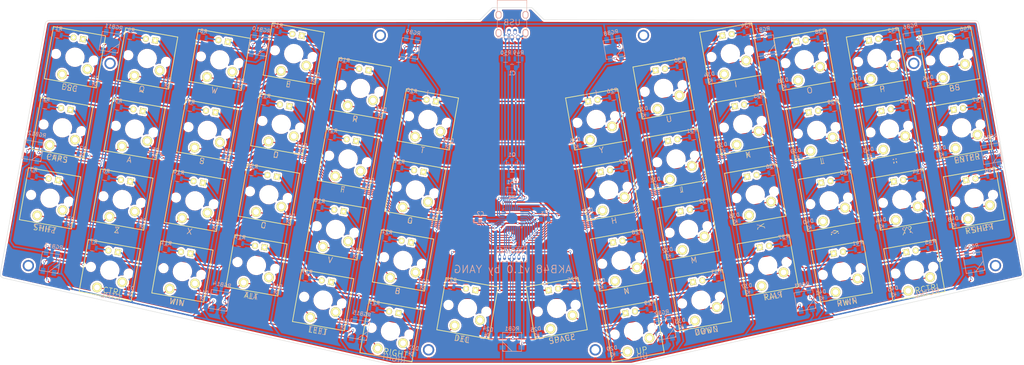
<source format=kicad_pcb>
(kicad_pcb (version 4) (host pcbnew 4.0.6)
  (layers (0 F.Cu signal) (31 B.Cu signal) (34 B.Paste user) (35 F.Paste user) (36 B.SilkS user) (37 F.SilkS user) (38 B.Mask user) (39 F.Mask user) (44 Edge.Cuts user))
  (net 0 "")
  (net 1 /Row0)
  (net 2 /Row1)
  (net 3 /Row2)
  (net 4 "Net-(R1-Pad1)")
  (net 5 /Backlight)
  (net 6 "Net-(R2-Pad1)")
  (net 7 "Net-(R3-Pad1)")
  (net 8 "Net-(R5-Pad1)")
  (net 9 "Net-(R6-Pad1)")
  (net 10 "Net-(R7-Pad1)")
  (net 11 "Net-(R8-Pad1)")
  (net 12 "Net-(R9-Pad1)")
  (net 13 "Net-(R10-Pad1)")
  (net 14 "Net-(R11-Pad1)")
  (net 15 "Net-(R12-Pad1)")
  (net 16 "Net-(R13-Pad1)")
  (net 17 "Net-(R14-Pad1)")
  (net 18 "Net-(R15-Pad1)")
  (net 19 "Net-(R16-Pad1)")
  (net 20 "Net-(R17-Pad1)")
  (net 21 "Net-(R18-Pad1)")
  (net 22 "Net-(R19-Pad1)")
  (net 23 "Net-(R20-Pad1)")
  (net 24 "Net-(R21-Pad1)")
  (net 25 "Net-(R22-Pad1)")
  (net 26 "Net-(R23-Pad1)")
  (net 27 "Net-(R24-Pad1)")
  (net 28 "Net-(R25-Pad1)")
  (net 29 "Net-(R26-Pad1)")
  (net 30 "Net-(R27-Pad1)")
  (net 31 "Net-(R28-Pad1)")
  (net 32 "Net-(R29-Pad1)")
  (net 33 "Net-(R30-Pad1)")
  (net 34 "Net-(R31-Pad1)")
  (net 35 "Net-(R32-Pad1)")
  (net 36 "Net-(R33-Pad1)")
  (net 37 "Net-(R34-Pad1)")
  (net 38 "Net-(R35-Pad1)")
  (net 39 "Net-(R36-Pad1)")
  (net 40 "Net-(R37-Pad1)")
  (net 41 "Net-(R38-Pad1)")
  (net 42 "Net-(R39-Pad1)")
  (net 43 "Net-(R40-Pad1)")
  (net 44 "Net-(R41-Pad1)")
  (net 45 "Net-(R42-Pad1)")
  (net 46 "Net-(R43-Pad1)")
  (net 47 "Net-(R44-Pad1)")
  (net 48 "Net-(R45-Pad1)")
  (net 49 "Net-(R46-Pad1)")
  (net 50 "Net-(R47-Pad1)")
  (net 51 "Net-(R48-Pad1)")
  (net 52 "Net-(R49-Pad1)")
  (net 53 "Net-(R50-Pad1)")
  (net 54 /Col0)
  (net 55 GND)
  (net 56 /Col1)
  (net 57 /Col2)
  (net 58 /Col3)
  (net 59 /Col4)
  (net 60 /Col5)
  (net 61 /Col6)
  (net 62 /Col7)
  (net 63 /Col8)
  (net 64 /Col9)
  (net 65 /Col10)
  (net 66 /Col11)
  (net 67 VCC)
  (net 68 /D+)
  (net 69 /D-)
  (net 70 "Net-(J1-Pad4)")
  (net 71 /MOSI)
  (net 72 /MISO)
  (net 73 /LED_Backlight)
  (net 74 /RST)
  (net 75 "Net-(D1-Pad2)")
  (net 76 "Net-(D2-Pad2)")
  (net 77 "Net-(D3-Pad2)")
  (net 78 "Net-(D4-Pad2)")
  (net 79 "Net-(D5-Pad2)")
  (net 80 "Net-(D6-Pad2)")
  (net 81 "Net-(D7-Pad2)")
  (net 82 "Net-(D8-Pad2)")
  (net 83 "Net-(D9-Pad2)")
  (net 84 "Net-(D10-Pad2)")
  (net 85 "Net-(D11-Pad2)")
  (net 86 "Net-(D12-Pad2)")
  (net 87 "Net-(D13-Pad2)")
  (net 88 "Net-(D14-Pad2)")
  (net 89 "Net-(D15-Pad2)")
  (net 90 "Net-(D16-Pad2)")
  (net 91 "Net-(D17-Pad2)")
  (net 92 "Net-(D18-Pad2)")
  (net 93 "Net-(D19-Pad2)")
  (net 94 "Net-(D20-Pad2)")
  (net 95 "Net-(D21-Pad2)")
  (net 96 "Net-(D22-Pad2)")
  (net 97 "Net-(D23-Pad2)")
  (net 98 "Net-(D24-Pad2)")
  (net 99 "Net-(D25-Pad2)")
  (net 100 "Net-(D26-Pad2)")
  (net 101 "Net-(D27-Pad2)")
  (net 102 "Net-(D28-Pad2)")
  (net 103 "Net-(D29-Pad2)")
  (net 104 "Net-(D30-Pad2)")
  (net 105 "Net-(D31-Pad2)")
  (net 106 "Net-(D32-Pad2)")
  (net 107 "Net-(D33-Pad2)")
  (net 108 "Net-(D34-Pad2)")
  (net 109 "Net-(D35-Pad2)")
  (net 110 "Net-(D36-Pad2)")
  (net 111 "Net-(D37-Pad2)")
  (net 112 "Net-(D38-Pad2)")
  (net 113 "Net-(D39-Pad2)")
  (net 114 "Net-(D40-Pad2)")
  (net 115 "Net-(D41-Pad2)")
  (net 116 "Net-(D42-Pad2)")
  (net 117 "Net-(D43-Pad2)")
  (net 118 "Net-(D44-Pad2)")
  (net 119 "Net-(D45-Pad2)")
  (net 120 "Net-(D46-Pad2)")
  (net 121 "Net-(D47-Pad2)")
  (net 122 "Net-(D48-Pad2)")
  (net 123 "Net-(U1-Pad1)")
  (net 124 "Net-(U1-Pad2)")
  (net 125 "Net-(RGB1-Pad2)")
  (net 126 "Net-(RGB2-Pad2)")
  (net 127 "Net-(RGB3-Pad2)")
  (net 128 "Net-(RGB4-Pad2)")
  (net 129 "Net-(RGB5-Pad2)")
  (net 130 "Net-(RGB6-Pad2)")
  (net 131 "Net-(RGB7-Pad2)")
  (net 132 "Net-(RGB8-Pad2)")
  (net 133 "Net-(RGB10-Pad4)")
  (net 134 "Net-(RGB10-Pad2)")
  (net 135 "Net-(RGB11-Pad2)")
  (net 136 "Net-(RGB12-Pad2)")
  (net 137 "Net-(RGB13-Pad2)")
  (net 138 "Net-(RGB14-Pad2)")
  (net 139 "Net-(RGB15-Pad2)")
  (net 140 "Net-(C2-Pad2)")
  (net 141 "Net-(R4-Pad1)")
  (net 142 "Net-(U1-Pad5)")
  (net 143 /LED_L)
  (net 144 /LED_R)
  (module Capacitors_SMD:C_0805 (layer B.Cu) (at 170.786641 83.879879)
    (fp_text reference C1 (at 0 1.5) (layer B.SilkS) (effects (justify mirror)))
    (fp_text value 1uF)
    (pad 1 smd rect (at -1 0) (size 1 1.25) (layers B.Cu B.Paste B.Mask) (net 67 VCC))
    (pad 2 smd rect (at 1 0) (size 1 1.25) (layers B.Cu B.Paste B.Mask) (net 55 GND))
  )
  (module Capacitors_SMD:C_0805 (layer B.Cu) (at 162.40475 124.075379 180)
    (fp_text reference C2 (at 0 1.5 180) (layer B.SilkS) (effects (justify mirror)))
    (fp_text value 1uF)
    (pad 1 smd rect (at -1 0 180) (size 1 1.25) (layers B.Cu B.Paste B.Mask) (net 55 GND))
    (pad 2 smd rect (at 1 0 180) (size 1 1.25) (layers B.Cu B.Paste B.Mask) (net 140 "Net-(C2-Pad2)"))
  )
  (module Capacitors_SMD:C_0805 (layer B.Cu) (at 179.422751 124.075378 180)
    (fp_text reference C3 (at 0 1.5 180) (layer B.SilkS) (effects (justify mirror)))
    (fp_text value 100nF)
    (pad 1 smd rect (at -1 0 180) (size 1 1.25) (layers B.Cu B.Paste B.Mask) (net 67 VCC))
    (pad 2 smd rect (at 1 0 180) (size 1 1.25) (layers B.Cu B.Paste B.Mask) (net 55 GND))
  )
  (module YD_modules:DX_USB (layer B.Cu) (at 170.786645 70.626223 270)
    (fp_text reference J1 hide)
    (fp_text value USB (at 1.25216 0.004828 360) (layer B.SilkS) (effects (justify mirror)))
    (pad 3 thru_hole oval (at 5.09778 0 270) (size 1.5 0.9) (drill 0.79756 (offset 0.2 0)) (layers *.Cu F.Paste F.Mask) (net 68 /D+))
    (pad 2 thru_hole oval (at 3.8989 0.79756 270) (size 1.5 0.9) (drill 0.79756 (offset -0.2 0)) (layers *.Cu F.Paste F.Mask) (net 69 /D-))
    (pad 5 thru_hole oval (at 5.09778 -1.59766 270) (size 1.5 0.9) (drill 0.79756 (offset 0.2 0)) (layers *.Cu F.Paste F.Mask) (net 55 GND))
    (pad 4 thru_hole oval (at 3.8989 -0.79756 270) (size 1.5 0.9) (drill 0.79756 (offset -0.2 0)) (layers *.Cu F.Paste F.Mask) (net 70 "Net-(J1-Pad4)"))
    (pad P$6 thru_hole oval (at -0.762 -3.556 270) (size 2 1.5) (drill oval 1.5 1) (layers *.Cu *.Mask B.Paste B.SilkS))
    (pad P$7 thru_hole oval (at -0.762 3.556 270) (size 2 1.5) (drill oval 1.5 1) (layers *.Cu *.Mask B.Paste B.SilkS))
    (pad 1 thru_hole oval (at 5.09778 1.59766 270) (size 1.5 0.9) (drill 0.79756 (offset 0.2 0)) (layers *.Cu F.Paste F.Mask) (net 67 VCC))
    (pad P$8 thru_hole oval (at 4.064 3.556 270) (size 2 1.5) (drill oval 1.5 1) (layers *.Cu *.Mask B.Paste B.SilkS))
    (pad P$9 thru_hole oval (at 4.064 -3.556 270) (size 2 1.5) (drill oval 1.5 1) (layers *.Cu *.Mask B.Paste B.SilkS) (net 55 GND))
  )
  (module YD_modules:ISP_1x6_1.27mm (layer F.Cu) (at 170.692521 134.064028 180)
    (fp_text reference J2 hide)
    (fp_text value CONN_01X06)
    (pad 3 thru_hole oval (at -0.635 0 180) (size 0.7 1.2) (drill 0.6 (offset 0 -0.2)) (layers *.Cu B.Mask) (net 71 /MOSI))
    (pad 4 thru_hole oval (at 0.635 0 180) (size 0.7 1.2) (drill 0.6 (offset 0 -0.2)) (layers *.Cu B.Mask) (net 72 /MISO))
    (pad 5 thru_hole oval (at 1.905 0 180) (size 0.7 1.2) (drill 0.6 (offset 0 -0.2)) (layers *.Cu B.Mask) (net 74 /RST))
    (pad 6 thru_hole rect (at 3.175 0 180) (size 0.7 1.2) (drill 0.6 (offset 0 -0.2)) (layers *.Cu B.Mask) (net 55 GND))
    (pad 2 thru_hole oval (at -1.905 0 180) (size 0.7 1.2) (drill 0.6 (offset 0 -0.2)) (layers *.Cu B.Mask) (net 61 /Col6))
    (pad 1 thru_hole oval (at -3.175 0 180) (size 0.7 1.2) (drill 0.6 (offset 0 -0.2)) (layers *.Cu B.Mask) (net 67 VCC))
  )
  (module YD_modules:SOT-23 (layer B.Cu) (at 170.756023 109.235529 180)
    (fp_text reference Q1 (at 0 2.25 180) (layer B.SilkS) (effects (justify mirror)))
    (fp_text value MOS_P)
    (pad G smd rect (at -0.95 -1.00076 180) (size 0.8001 0.8001) (layers B.Cu B.Paste B.Mask) (net 73 /LED_Backlight))
    (pad S smd rect (at 0.95 -1.00076 180) (size 0.8001 0.8001) (layers B.Cu B.Paste B.Mask) (net 67 VCC))
    (pad D smd rect (at 0 0.99822 180) (size 0.8001 0.8001) (layers B.Cu B.Paste B.Mask) (net 5 /Backlight))
  )
  (module YD_modules:MX1A_LED (layer F.Cu) (at 55.049148 81.117576 170)
    (fp_text reference S1 hide)
    (fp_text value ESC (at 0 -8.255 170) (layer F.SilkS))
    (fp_text user %V (at 0 -8.255 170) (layer B.SilkS) (effects (font (size 1.5 1.5)) (justify mirror)))
    (pad "" np_thru_hole circle (at 0 0 170) (size 4.09956 4.09956) (drill 4.09956) (layers *.Cu *.Mask))
    (pad 2 thru_hole circle (at 2.54 -5.08 170) (size 2.60096 2.60096) (drill 1.50114) (layers *.Cu *.Mask F.SilkS) (net 1 /Row0))
    (pad 1 thru_hole circle (at -3.81 -2.54 170) (size 2.60096 2.60096) (drill 1.50114) (layers *.Cu *.Mask F.SilkS) (net 75 "Net-(D1-Pad2)"))
    (pad "" np_thru_hole circle (at -5.08 0 170) (size 1.69926 1.69926) (drill 1.69926) (layers *.Cu *.Mask))
    (pad "" np_thru_hole circle (at 5.08 0 170) (size 1.69926 1.69926) (drill 1.69926) (layers *.Cu *.Mask))
    (pad 4 thru_hole rect (at -1.27 5.08 170) (size 1.6 1.6) (drill 0.8) (layers *.Cu *.Mask F.SilkS) (net 55 GND))
    (pad 3 thru_hole circle (at 1.27 5.08 170) (size 1.6 1.6) (drill 0.8) (layers *.Cu *.Mask F.SilkS) (net 4 "Net-(R1-Pad1)"))
  )
  (module YD_modules:MX1A_LED (layer F.Cu) (at 51.752303 99.828956 170)
    (fp_text reference S2 hide)
    (fp_text value CAPS (at 0 -8.255 170) (layer F.SilkS))
    (fp_text user %V (at 0 -8.255 170) (layer B.SilkS) (effects (font (size 1.5 1.5)) (justify mirror)))
    (pad "" np_thru_hole circle (at 0 0 170) (size 4.09956 4.09956) (drill 4.09956) (layers *.Cu *.Mask))
    (pad 2 thru_hole circle (at 2.54 -5.08 170) (size 2.60096 2.60096) (drill 1.50114) (layers *.Cu *.Mask F.SilkS) (net 2 /Row1))
    (pad 1 thru_hole circle (at -3.81 -2.54 170) (size 2.60096 2.60096) (drill 1.50114) (layers *.Cu *.Mask F.SilkS) (net 76 "Net-(D2-Pad2)"))
    (pad "" np_thru_hole circle (at -5.08 0 170) (size 1.69926 1.69926) (drill 1.69926) (layers *.Cu *.Mask))
    (pad "" np_thru_hole circle (at 5.08 0 170) (size 1.69926 1.69926) (drill 1.69926) (layers *.Cu *.Mask))
    (pad 4 thru_hole rect (at -1.27 5.08 170) (size 1.6 1.6) (drill 0.8) (layers *.Cu *.Mask F.SilkS) (net 55 GND))
    (pad 3 thru_hole circle (at 1.27 5.08 170) (size 1.6 1.6) (drill 0.8) (layers *.Cu *.Mask F.SilkS) (net 6 "Net-(R2-Pad1)"))
  )
  (module YD_modules:MX1A_LED (layer F.Cu) (at 48.456485 118.51031 170)
    (fp_text reference S3 hide)
    (fp_text value SHIFT (at 0 -8.255 170) (layer F.SilkS))
    (fp_text user %V (at 0 -8.255 170) (layer B.SilkS) (effects (font (size 1.5 1.5)) (justify mirror)))
    (pad "" np_thru_hole circle (at 0 0 170) (size 4.09956 4.09956) (drill 4.09956) (layers *.Cu *.Mask))
    (pad 2 thru_hole circle (at 2.54 -5.08 170) (size 2.60096 2.60096) (drill 1.50114) (layers *.Cu *.Mask F.SilkS) (net 3 /Row2))
    (pad 1 thru_hole circle (at -3.81 -2.54 170) (size 2.60096 2.60096) (drill 1.50114) (layers *.Cu *.Mask F.SilkS) (net 77 "Net-(D3-Pad2)"))
    (pad "" np_thru_hole circle (at -5.08 0 170) (size 1.69926 1.69926) (drill 1.69926) (layers *.Cu *.Mask))
    (pad "" np_thru_hole circle (at 5.08 0 170) (size 1.69926 1.69926) (drill 1.69926) (layers *.Cu *.Mask))
    (pad 4 thru_hole rect (at -1.27 5.08 170) (size 1.6 1.6) (drill 0.8) (layers *.Cu *.Mask F.SilkS) (net 55 GND))
    (pad 3 thru_hole circle (at 1.27 5.08 170) (size 1.6 1.6) (drill 0.8) (layers *.Cu *.Mask F.SilkS) (net 7 "Net-(R3-Pad1)"))
  )
  (module YD_modules:MX1A_LED (layer F.Cu) (at 74.180604 81.464814 170)
    (fp_text reference S4 hide)
    (fp_text value Q (at 0 -8.255 170) (layer F.SilkS))
    (fp_text user %V (at 0 -8.255 170) (layer B.SilkS) (effects (font (size 1.5 1.5)) (justify mirror)))
    (pad "" np_thru_hole circle (at 0 0 170) (size 4.09956 4.09956) (drill 4.09956) (layers *.Cu *.Mask))
    (pad 2 thru_hole circle (at 2.54 -5.08 170) (size 2.60096 2.60096) (drill 1.50114) (layers *.Cu *.Mask F.SilkS) (net 1 /Row0))
    (pad 1 thru_hole circle (at -3.81 -2.54 170) (size 2.60096 2.60096) (drill 1.50114) (layers *.Cu *.Mask F.SilkS) (net 78 "Net-(D4-Pad2)"))
    (pad "" np_thru_hole circle (at -5.08 0 170) (size 1.69926 1.69926) (drill 1.69926) (layers *.Cu *.Mask))
    (pad "" np_thru_hole circle (at 5.08 0 170) (size 1.69926 1.69926) (drill 1.69926) (layers *.Cu *.Mask))
    (pad 4 thru_hole rect (at -1.27 5.08 170) (size 1.6 1.6) (drill 0.8) (layers *.Cu *.Mask F.SilkS) (net 55 GND))
    (pad 3 thru_hole circle (at 1.27 5.08 170) (size 1.6 1.6) (drill 0.8) (layers *.Cu *.Mask F.SilkS) (net 141 "Net-(R4-Pad1)"))
  )
  (module YD_modules:MX1A_LED (layer F.Cu) (at 70.884286 100.176284 170)
    (fp_text reference S5 hide)
    (fp_text value A (at 0 -8.255 170) (layer F.SilkS))
    (fp_text user %V (at 0 -8.255 170) (layer B.SilkS) (effects (font (size 1.5 1.5)) (justify mirror)))
    (pad "" np_thru_hole circle (at 0 0 170) (size 4.09956 4.09956) (drill 4.09956) (layers *.Cu *.Mask))
    (pad 2 thru_hole circle (at 2.54 -5.08 170) (size 2.60096 2.60096) (drill 1.50114) (layers *.Cu *.Mask F.SilkS) (net 2 /Row1))
    (pad 1 thru_hole circle (at -3.81 -2.54 170) (size 2.60096 2.60096) (drill 1.50114) (layers *.Cu *.Mask F.SilkS) (net 79 "Net-(D5-Pad2)"))
    (pad "" np_thru_hole circle (at -5.08 0 170) (size 1.69926 1.69926) (drill 1.69926) (layers *.Cu *.Mask))
    (pad "" np_thru_hole circle (at 5.08 0 170) (size 1.69926 1.69926) (drill 1.69926) (layers *.Cu *.Mask))
    (pad 4 thru_hole rect (at -1.27 5.08 170) (size 1.6 1.6) (drill 0.8) (layers *.Cu *.Mask F.SilkS) (net 55 GND))
    (pad 3 thru_hole circle (at 1.27 5.08 170) (size 1.6 1.6) (drill 0.8) (layers *.Cu *.Mask F.SilkS) (net 8 "Net-(R5-Pad1)"))
  )
  (module YD_modules:MX1A_LED (layer F.Cu) (at 67.587942 118.857552 170)
    (fp_text reference S6 hide)
    (fp_text value Z (at 0 -8.255 170) (layer F.SilkS))
    (fp_text user %V (at 0 -8.255 170) (layer B.SilkS) (effects (font (size 1.5 1.5)) (justify mirror)))
    (pad "" np_thru_hole circle (at 0 0 170) (size 4.09956 4.09956) (drill 4.09956) (layers *.Cu *.Mask))
    (pad 2 thru_hole circle (at 2.54 -5.08 170) (size 2.60096 2.60096) (drill 1.50114) (layers *.Cu *.Mask F.SilkS) (net 3 /Row2))
    (pad 1 thru_hole circle (at -3.81 -2.54 170) (size 2.60096 2.60096) (drill 1.50114) (layers *.Cu *.Mask F.SilkS) (net 80 "Net-(D6-Pad2)"))
    (pad "" np_thru_hole circle (at -5.08 0 170) (size 1.69926 1.69926) (drill 1.69926) (layers *.Cu *.Mask))
    (pad "" np_thru_hole circle (at 5.08 0 170) (size 1.69926 1.69926) (drill 1.69926) (layers *.Cu *.Mask))
    (pad 4 thru_hole rect (at -1.27 5.08 170) (size 1.6 1.6) (drill 0.8) (layers *.Cu *.Mask F.SilkS) (net 55 GND))
    (pad 3 thru_hole circle (at 1.27 5.08 170) (size 1.6 1.6) (drill 0.8) (layers *.Cu *.Mask F.SilkS) (net 9 "Net-(R6-Pad1)"))
  )
  (module YD_modules:MX1A_LED (layer F.Cu) (at 64.282605 137.598814 170)
    (fp_text reference S7 hide)
    (fp_text value CTRL (at -1.758119 -5.39731 170) (layer F.SilkS))
    (fp_text user %V (at -1.41952 -6.695022 170) (layer B.SilkS) (effects (font (size 1.5 1.5)) (justify mirror)))
    (pad "" np_thru_hole circle (at 0 0 170) (size 4.09956 4.09956) (drill 4.09956) (layers *.Cu *.Mask))
    (pad 2 thru_hole circle (at 2.54 -5.08 170) (size 2.60096 2.60096) (drill 1.50114) (layers *.Cu *.Mask F.SilkS) (net 71 /MOSI))
    (pad 1 thru_hole circle (at -3.81 -2.54 170) (size 2.60096 2.60096) (drill 1.50114) (layers *.Cu *.Mask F.SilkS) (net 81 "Net-(D7-Pad2)"))
    (pad "" np_thru_hole circle (at -5.08 0 170) (size 1.69926 1.69926) (drill 1.69926) (layers *.Cu *.Mask))
    (pad "" np_thru_hole circle (at 5.08 0 170) (size 1.69926 1.69926) (drill 1.69926) (layers *.Cu *.Mask))
    (pad 4 thru_hole rect (at -1.27 5.08 170) (size 1.6 1.6) (drill 0.8) (layers *.Cu *.Mask F.SilkS) (net 55 GND))
    (pad 3 thru_hole circle (at 1.27 5.08 170) (size 1.6 1.6) (drill 0.8) (layers *.Cu *.Mask F.SilkS) (net 10 "Net-(R7-Pad1)"))
  )
  (module YD_modules:MX1A_LED (layer F.Cu) (at 93.412608 81.808815 170)
    (fp_text reference S8 hide)
    (fp_text value W (at 0 -8.255 170) (layer F.SilkS))
    (fp_text user %V (at 0 -8.255 170) (layer B.SilkS) (effects (font (size 1.5 1.5)) (justify mirror)))
    (pad "" np_thru_hole circle (at 0 0 170) (size 4.09956 4.09956) (drill 4.09956) (layers *.Cu *.Mask))
    (pad 2 thru_hole circle (at 2.54 -5.08 170) (size 2.60096 2.60096) (drill 1.50114) (layers *.Cu *.Mask F.SilkS) (net 1 /Row0))
    (pad 1 thru_hole circle (at -3.81 -2.54 170) (size 2.60096 2.60096) (drill 1.50114) (layers *.Cu *.Mask F.SilkS) (net 82 "Net-(D8-Pad2)"))
    (pad "" np_thru_hole circle (at -5.08 0 170) (size 1.69926 1.69926) (drill 1.69926) (layers *.Cu *.Mask))
    (pad "" np_thru_hole circle (at 5.08 0 170) (size 1.69926 1.69926) (drill 1.69926) (layers *.Cu *.Mask))
    (pad 4 thru_hole rect (at -1.27 5.08 170) (size 1.6 1.6) (drill 0.8) (layers *.Cu *.Mask F.SilkS) (net 55 GND))
    (pad 3 thru_hole circle (at 1.27 5.08 170) (size 1.6 1.6) (drill 0.8) (layers *.Cu *.Mask F.SilkS) (net 11 "Net-(R8-Pad1)"))
  )
  (module YD_modules:MX1A_LED (layer F.Cu) (at 90.116283 100.520286 170)
    (fp_text reference S9 hide)
    (fp_text value S (at 0 -8.255 170) (layer F.SilkS))
    (fp_text user %V (at 0 -8.255 170) (layer B.SilkS) (effects (font (size 1.5 1.5)) (justify mirror)))
    (pad "" np_thru_hole circle (at 0 0 170) (size 4.09956 4.09956) (drill 4.09956) (layers *.Cu *.Mask))
    (pad 2 thru_hole circle (at 2.54 -5.08 170) (size 2.60096 2.60096) (drill 1.50114) (layers *.Cu *.Mask F.SilkS) (net 2 /Row1))
    (pad 1 thru_hole circle (at -3.81 -2.54 170) (size 2.60096 2.60096) (drill 1.50114) (layers *.Cu *.Mask F.SilkS) (net 83 "Net-(D9-Pad2)"))
    (pad "" np_thru_hole circle (at -5.08 0 170) (size 1.69926 1.69926) (drill 1.69926) (layers *.Cu *.Mask))
    (pad "" np_thru_hole circle (at 5.08 0 170) (size 1.69926 1.69926) (drill 1.69926) (layers *.Cu *.Mask))
    (pad 4 thru_hole rect (at -1.27 5.08 170) (size 1.6 1.6) (drill 0.8) (layers *.Cu *.Mask F.SilkS) (net 55 GND))
    (pad 3 thru_hole circle (at 1.27 5.08 170) (size 1.6 1.6) (drill 0.8) (layers *.Cu *.Mask F.SilkS) (net 12 "Net-(R9-Pad1)"))
  )
  (module YD_modules:MX1A_LED (layer F.Cu) (at 86.819942 119.201554 170)
    (fp_text reference S10 hide)
    (fp_text value X (at 0 -8.255 170) (layer F.SilkS))
    (fp_text user %V (at 0 -8.255 170) (layer B.SilkS) (effects (font (size 1.5 1.5)) (justify mirror)))
    (pad "" np_thru_hole circle (at 0 0 170) (size 4.09956 4.09956) (drill 4.09956) (layers *.Cu *.Mask))
    (pad 2 thru_hole circle (at 2.54 -5.08 170) (size 2.60096 2.60096) (drill 1.50114) (layers *.Cu *.Mask F.SilkS) (net 3 /Row2))
    (pad 1 thru_hole circle (at -3.81 -2.54 170) (size 2.60096 2.60096) (drill 1.50114) (layers *.Cu *.Mask F.SilkS) (net 84 "Net-(D10-Pad2)"))
    (pad "" np_thru_hole circle (at -5.08 0 170) (size 1.69926 1.69926) (drill 1.69926) (layers *.Cu *.Mask))
    (pad "" np_thru_hole circle (at 5.08 0 170) (size 1.69926 1.69926) (drill 1.69926) (layers *.Cu *.Mask))
    (pad 4 thru_hole rect (at -1.27 5.08 170) (size 1.6 1.6) (drill 0.8) (layers *.Cu *.Mask F.SilkS) (net 55 GND))
    (pad 3 thru_hole circle (at 1.27 5.08 170) (size 1.6 1.6) (drill 0.8) (layers *.Cu *.Mask F.SilkS) (net 13 "Net-(R10-Pad1)"))
  )
  (module YD_modules:MX1A_LED (layer F.Cu) (at 83.514604 137.942812 170)
    (fp_text reference S11 hide)
    (fp_text value WIN (at 0 -8.255 170) (layer F.SilkS))
    (fp_text user %V (at 0 -8.255 170) (layer B.SilkS) (effects (font (size 1.5 1.5)) (justify mirror)))
    (pad "" np_thru_hole circle (at 0 0 170) (size 4.09956 4.09956) (drill 4.09956) (layers *.Cu *.Mask))
    (pad 2 thru_hole circle (at 2.54 -5.08 170) (size 2.60096 2.60096) (drill 1.50114) (layers *.Cu *.Mask F.SilkS) (net 71 /MOSI))
    (pad 1 thru_hole circle (at -3.81 -2.54 170) (size 2.60096 2.60096) (drill 1.50114) (layers *.Cu *.Mask F.SilkS) (net 85 "Net-(D11-Pad2)"))
    (pad "" np_thru_hole circle (at -5.08 0 170) (size 1.69926 1.69926) (drill 1.69926) (layers *.Cu *.Mask))
    (pad "" np_thru_hole circle (at 5.08 0 170) (size 1.69926 1.69926) (drill 1.69926) (layers *.Cu *.Mask))
    (pad 4 thru_hole rect (at -1.27 5.08 170) (size 1.6 1.6) (drill 0.8) (layers *.Cu *.Mask F.SilkS) (net 55 GND))
    (pad 3 thru_hole circle (at 1.27 5.08 170) (size 1.6 1.6) (drill 0.8) (layers *.Cu *.Mask F.SilkS) (net 14 "Net-(R11-Pad1)"))
  )
  (module YD_modules:MX1A_LED (layer F.Cu) (at 112.992605 80.184816 170)
    (fp_text reference S12 hide)
    (fp_text value E (at 0 -8.255 170) (layer F.SilkS))
    (fp_text user %V (at 0 -8.255 170) (layer B.SilkS) (effects (font (size 1.5 1.5)) (justify mirror)))
    (pad "" np_thru_hole circle (at 0 0 170) (size 4.09956 4.09956) (drill 4.09956) (layers *.Cu *.Mask))
    (pad 2 thru_hole circle (at 2.54 -5.08 170) (size 2.60096 2.60096) (drill 1.50114) (layers *.Cu *.Mask F.SilkS) (net 1 /Row0))
    (pad 1 thru_hole circle (at -3.81 -2.54 170) (size 2.60096 2.60096) (drill 1.50114) (layers *.Cu *.Mask F.SilkS) (net 86 "Net-(D12-Pad2)"))
    (pad "" np_thru_hole circle (at -5.08 0 170) (size 1.69926 1.69926) (drill 1.69926) (layers *.Cu *.Mask))
    (pad "" np_thru_hole circle (at 5.08 0 170) (size 1.69926 1.69926) (drill 1.69926) (layers *.Cu *.Mask))
    (pad 4 thru_hole rect (at -1.27 5.08 170) (size 1.6 1.6) (drill 0.8) (layers *.Cu *.Mask F.SilkS) (net 55 GND))
    (pad 3 thru_hole circle (at 1.27 5.08 170) (size 1.6 1.6) (drill 0.8) (layers *.Cu *.Mask F.SilkS) (net 15 "Net-(R12-Pad1)"))
  )
  (module YD_modules:MX1A_LED (layer F.Cu) (at 109.696281 98.896286 170)
    (fp_text reference S13 hide)
    (fp_text value D (at 0 -8.255 170) (layer F.SilkS))
    (fp_text user %V (at 0 -8.255 170) (layer B.SilkS) (effects (font (size 1.5 1.5)) (justify mirror)))
    (pad "" np_thru_hole circle (at 0 0 170) (size 4.09956 4.09956) (drill 4.09956) (layers *.Cu *.Mask))
    (pad 2 thru_hole circle (at 2.54 -5.08 170) (size 2.60096 2.60096) (drill 1.50114) (layers *.Cu *.Mask F.SilkS) (net 2 /Row1))
    (pad 1 thru_hole circle (at -3.81 -2.54 170) (size 2.60096 2.60096) (drill 1.50114) (layers *.Cu *.Mask F.SilkS) (net 87 "Net-(D13-Pad2)"))
    (pad "" np_thru_hole circle (at -5.08 0 170) (size 1.69926 1.69926) (drill 1.69926) (layers *.Cu *.Mask))
    (pad "" np_thru_hole circle (at 5.08 0 170) (size 1.69926 1.69926) (drill 1.69926) (layers *.Cu *.Mask))
    (pad 4 thru_hole rect (at -1.27 5.08 170) (size 1.6 1.6) (drill 0.8) (layers *.Cu *.Mask F.SilkS) (net 55 GND))
    (pad 3 thru_hole circle (at 1.27 5.08 170) (size 1.6 1.6) (drill 0.8) (layers *.Cu *.Mask F.SilkS) (net 16 "Net-(R13-Pad1)"))
  )
  (module YD_modules:MX1A_LED (layer F.Cu) (at 106.399946 117.577552 170)
    (fp_text reference S14 hide)
    (fp_text value C (at 0 -8.255 170) (layer F.SilkS))
    (fp_text user %V (at 0 -8.255 170) (layer B.SilkS) (effects (font (size 1.5 1.5)) (justify mirror)))
    (pad "" np_thru_hole circle (at 0 0 170) (size 4.09956 4.09956) (drill 4.09956) (layers *.Cu *.Mask))
    (pad 2 thru_hole circle (at 2.54 -5.08 170) (size 2.60096 2.60096) (drill 1.50114) (layers *.Cu *.Mask F.SilkS) (net 3 /Row2))
    (pad 1 thru_hole circle (at -3.81 -2.54 170) (size 2.60096 2.60096) (drill 1.50114) (layers *.Cu *.Mask F.SilkS) (net 88 "Net-(D14-Pad2)"))
    (pad "" np_thru_hole circle (at -5.08 0 170) (size 1.69926 1.69926) (drill 1.69926) (layers *.Cu *.Mask))
    (pad "" np_thru_hole circle (at 5.08 0 170) (size 1.69926 1.69926) (drill 1.69926) (layers *.Cu *.Mask))
    (pad 4 thru_hole rect (at -1.27 5.08 170) (size 1.6 1.6) (drill 0.8) (layers *.Cu *.Mask F.SilkS) (net 55 GND))
    (pad 3 thru_hole circle (at 1.27 5.08 170) (size 1.6 1.6) (drill 0.8) (layers *.Cu *.Mask F.SilkS) (net 17 "Net-(R14-Pad1)"))
  )
  (module YD_modules:MX1A_LED (layer F.Cu) (at 103.094604 136.318812 170)
    (fp_text reference S15 hide)
    (fp_text value ALT (at 0 -8.255 170) (layer F.SilkS))
    (fp_text user %V (at 0 -8.255 170) (layer B.SilkS) (effects (font (size 1.5 1.5)) (justify mirror)))
    (pad "" np_thru_hole circle (at 0 0 170) (size 4.09956 4.09956) (drill 4.09956) (layers *.Cu *.Mask))
    (pad 2 thru_hole circle (at 2.54 -5.08 170) (size 2.60096 2.60096) (drill 1.50114) (layers *.Cu *.Mask F.SilkS) (net 71 /MOSI))
    (pad 1 thru_hole circle (at -3.81 -2.54 170) (size 2.60096 2.60096) (drill 1.50114) (layers *.Cu *.Mask F.SilkS) (net 89 "Net-(D15-Pad2)"))
    (pad "" np_thru_hole circle (at -5.08 0 170) (size 1.69926 1.69926) (drill 1.69926) (layers *.Cu *.Mask))
    (pad "" np_thru_hole circle (at 5.08 0 170) (size 1.69926 1.69926) (drill 1.69926) (layers *.Cu *.Mask))
    (pad 4 thru_hole rect (at -1.27 5.08 170) (size 1.6 1.6) (drill 0.8) (layers *.Cu *.Mask F.SilkS) (net 55 GND))
    (pad 3 thru_hole circle (at 1.27 5.08 170) (size 1.6 1.6) (drill 0.8) (layers *.Cu *.Mask F.SilkS) (net 18 "Net-(R15-Pad1)"))
  )
  (module YD_modules:MX1A_LED (layer F.Cu) (at 130.661633 89.392642 170)
    (fp_text reference S16 hide)
    (fp_text value R (at 0 -8.255 170) (layer F.SilkS))
    (fp_text user %V (at 0 -8.255 170) (layer B.SilkS) (effects (font (size 1.5 1.5)) (justify mirror)))
    (pad "" np_thru_hole circle (at 0 0 170) (size 4.09956 4.09956) (drill 4.09956) (layers *.Cu *.Mask))
    (pad 2 thru_hole circle (at 2.54 -5.08 170) (size 2.60096 2.60096) (drill 1.50114) (layers *.Cu *.Mask F.SilkS) (net 1 /Row0))
    (pad 1 thru_hole circle (at -3.81 -2.54 170) (size 2.60096 2.60096) (drill 1.50114) (layers *.Cu *.Mask F.SilkS) (net 90 "Net-(D16-Pad2)"))
    (pad "" np_thru_hole circle (at -5.08 0 170) (size 1.69926 1.69926) (drill 1.69926) (layers *.Cu *.Mask))
    (pad "" np_thru_hole circle (at 5.08 0 170) (size 1.69926 1.69926) (drill 1.69926) (layers *.Cu *.Mask))
    (pad 4 thru_hole rect (at -1.27 5.08 170) (size 1.6 1.6) (drill 0.8) (layers *.Cu *.Mask F.SilkS) (net 55 GND))
    (pad 3 thru_hole circle (at 1.27 5.08 170) (size 1.6 1.6) (drill 0.8) (layers *.Cu *.Mask F.SilkS) (net 19 "Net-(R16-Pad1)"))
  )
  (module YD_modules:MX1A_LED (layer F.Cu) (at 127.365318 108.104114 170)
    (fp_text reference S17 hide)
    (fp_text value F (at 0 -8.255 170) (layer F.SilkS))
    (fp_text user %V (at 0 -8.255 170) (layer B.SilkS) (effects (font (size 1.5 1.5)) (justify mirror)))
    (pad "" np_thru_hole circle (at 0 0 170) (size 4.09956 4.09956) (drill 4.09956) (layers *.Cu *.Mask))
    (pad 2 thru_hole circle (at 2.54 -5.08 170) (size 2.60096 2.60096) (drill 1.50114) (layers *.Cu *.Mask F.SilkS) (net 2 /Row1))
    (pad 1 thru_hole circle (at -3.81 -2.54 170) (size 2.60096 2.60096) (drill 1.50114) (layers *.Cu *.Mask F.SilkS) (net 91 "Net-(D17-Pad2)"))
    (pad "" np_thru_hole circle (at -5.08 0 170) (size 1.69926 1.69926) (drill 1.69926) (layers *.Cu *.Mask))
    (pad "" np_thru_hole circle (at 5.08 0 170) (size 1.69926 1.69926) (drill 1.69926) (layers *.Cu *.Mask))
    (pad 4 thru_hole rect (at -1.27 5.08 170) (size 1.6 1.6) (drill 0.8) (layers *.Cu *.Mask F.SilkS) (net 55 GND))
    (pad 3 thru_hole circle (at 1.27 5.08 170) (size 1.6 1.6) (drill 0.8) (layers *.Cu *.Mask F.SilkS) (net 20 "Net-(R17-Pad1)"))
  )
  (module YD_modules:MX1A_LED (layer F.Cu) (at 124.068978 126.785382 170)
    (fp_text reference S18 hide)
    (fp_text value V (at 0 -8.255 170) (layer F.SilkS))
    (fp_text user %V (at 0 -8.255 170) (layer B.SilkS) (effects (font (size 1.5 1.5)) (justify mirror)))
    (pad "" np_thru_hole circle (at 0 0 170) (size 4.09956 4.09956) (drill 4.09956) (layers *.Cu *.Mask))
    (pad 2 thru_hole circle (at 2.54 -5.08 170) (size 2.60096 2.60096) (drill 1.50114) (layers *.Cu *.Mask F.SilkS) (net 3 /Row2))
    (pad 1 thru_hole circle (at -3.81 -2.54 170) (size 2.60096 2.60096) (drill 1.50114) (layers *.Cu *.Mask F.SilkS) (net 92 "Net-(D18-Pad2)"))
    (pad "" np_thru_hole circle (at -5.08 0 170) (size 1.69926 1.69926) (drill 1.69926) (layers *.Cu *.Mask))
    (pad "" np_thru_hole circle (at 5.08 0 170) (size 1.69926 1.69926) (drill 1.69926) (layers *.Cu *.Mask))
    (pad 4 thru_hole rect (at -1.27 5.08 170) (size 1.6 1.6) (drill 0.8) (layers *.Cu *.Mask F.SilkS) (net 55 GND))
    (pad 3 thru_hole circle (at 1.27 5.08 170) (size 1.6 1.6) (drill 0.8) (layers *.Cu *.Mask F.SilkS) (net 21 "Net-(R18-Pad1)"))
  )
  (module YD_modules:MX1A_LED (layer F.Cu) (at 120.763636 145.526642 170)
    (fp_text reference S19 hide)
    (fp_text value LEFT (at 0 -8.255 170) (layer F.SilkS))
    (fp_text user %V (at 0 -8.255 170) (layer B.SilkS) (effects (font (size 1.5 1.5)) (justify mirror)))
    (pad "" np_thru_hole circle (at 0 0 170) (size 4.09956 4.09956) (drill 4.09956) (layers *.Cu *.Mask))
    (pad 2 thru_hole circle (at 2.54 -5.08 170) (size 2.60096 2.60096) (drill 1.50114) (layers *.Cu *.Mask F.SilkS) (net 71 /MOSI))
    (pad 1 thru_hole circle (at -3.81 -2.54 170) (size 2.60096 2.60096) (drill 1.50114) (layers *.Cu *.Mask F.SilkS) (net 93 "Net-(D19-Pad2)"))
    (pad "" np_thru_hole circle (at -5.08 0 170) (size 1.69926 1.69926) (drill 1.69926) (layers *.Cu *.Mask))
    (pad "" np_thru_hole circle (at 5.08 0 170) (size 1.69926 1.69926) (drill 1.69926) (layers *.Cu *.Mask))
    (pad 4 thru_hole rect (at -1.27 5.08 170) (size 1.6 1.6) (drill 0.8) (layers *.Cu *.Mask F.SilkS) (net 55 GND))
    (pad 3 thru_hole circle (at 1.27 5.08 170) (size 1.6 1.6) (drill 0.8) (layers *.Cu *.Mask F.SilkS) (net 22 "Net-(R19-Pad1)"))
  )
  (module YD_modules:MX1A_LED (layer F.Cu) (at 148.505631 97.615644 170)
    (fp_text reference S20 hide)
    (fp_text value T (at 0 -8.255 170) (layer F.SilkS))
    (fp_text user %V (at 0 -8.255 170) (layer B.SilkS) (effects (font (size 1.5 1.5)) (justify mirror)))
    (pad "" np_thru_hole circle (at 0 0 170) (size 4.09956 4.09956) (drill 4.09956) (layers *.Cu *.Mask))
    (pad 2 thru_hole circle (at 2.54 -5.08 170) (size 2.60096 2.60096) (drill 1.50114) (layers *.Cu *.Mask F.SilkS) (net 1 /Row0))
    (pad 1 thru_hole circle (at -3.81 -2.54 170) (size 2.60096 2.60096) (drill 1.50114) (layers *.Cu *.Mask F.SilkS) (net 94 "Net-(D20-Pad2)"))
    (pad "" np_thru_hole circle (at -5.08 0 170) (size 1.69926 1.69926) (drill 1.69926) (layers *.Cu *.Mask))
    (pad "" np_thru_hole circle (at 5.08 0 170) (size 1.69926 1.69926) (drill 1.69926) (layers *.Cu *.Mask))
    (pad 4 thru_hole rect (at -1.27 5.08 170) (size 1.6 1.6) (drill 0.8) (layers *.Cu *.Mask F.SilkS) (net 55 GND))
    (pad 3 thru_hole circle (at 1.27 5.08 170) (size 1.6 1.6) (drill 0.8) (layers *.Cu *.Mask F.SilkS) (net 23 "Net-(R20-Pad1)"))
  )
  (module YD_modules:MX1A_LED (layer F.Cu) (at 145.209314 116.327118 170)
    (fp_text reference S21 hide)
    (fp_text value G (at 0 -8.255 170) (layer F.SilkS))
    (fp_text user %V (at 0 -8.255 170) (layer B.SilkS) (effects (font (size 1.5 1.5)) (justify mirror)))
    (pad "" np_thru_hole circle (at 0 0 170) (size 4.09956 4.09956) (drill 4.09956) (layers *.Cu *.Mask))
    (pad 2 thru_hole circle (at 2.54 -5.08 170) (size 2.60096 2.60096) (drill 1.50114) (layers *.Cu *.Mask F.SilkS) (net 2 /Row1))
    (pad 1 thru_hole circle (at -3.81 -2.54 170) (size 2.60096 2.60096) (drill 1.50114) (layers *.Cu *.Mask F.SilkS) (net 95 "Net-(D21-Pad2)"))
    (pad "" np_thru_hole circle (at -5.08 0 170) (size 1.69926 1.69926) (drill 1.69926) (layers *.Cu *.Mask))
    (pad "" np_thru_hole circle (at 5.08 0 170) (size 1.69926 1.69926) (drill 1.69926) (layers *.Cu *.Mask))
    (pad 4 thru_hole rect (at -1.27 5.08 170) (size 1.6 1.6) (drill 0.8) (layers *.Cu *.Mask F.SilkS) (net 55 GND))
    (pad 3 thru_hole circle (at 1.27 5.08 170) (size 1.6 1.6) (drill 0.8) (layers *.Cu *.Mask F.SilkS) (net 24 "Net-(R21-Pad1)"))
  )
  (module YD_modules:MX1A_LED (layer F.Cu) (at 141.912975 135.008383 170)
    (fp_text reference S22 hide)
    (fp_text value B (at 0 -8.255 170) (layer F.SilkS))
    (fp_text user %V (at 0 -8.255 170) (layer B.SilkS) (effects (font (size 1.5 1.5)) (justify mirror)))
    (pad "" np_thru_hole circle (at 0 0 170) (size 4.09956 4.09956) (drill 4.09956) (layers *.Cu *.Mask))
    (pad 2 thru_hole circle (at 2.54 -5.08 170) (size 2.60096 2.60096) (drill 1.50114) (layers *.Cu *.Mask F.SilkS) (net 3 /Row2))
    (pad 1 thru_hole circle (at -3.81 -2.54 170) (size 2.60096 2.60096) (drill 1.50114) (layers *.Cu *.Mask F.SilkS) (net 96 "Net-(D22-Pad2)"))
    (pad "" np_thru_hole circle (at -5.08 0 170) (size 1.69926 1.69926) (drill 1.69926) (layers *.Cu *.Mask))
    (pad "" np_thru_hole circle (at 5.08 0 170) (size 1.69926 1.69926) (drill 1.69926) (layers *.Cu *.Mask))
    (pad 4 thru_hole rect (at -1.27 5.08 170) (size 1.6 1.6) (drill 0.8) (layers *.Cu *.Mask F.SilkS) (net 55 GND))
    (pad 3 thru_hole circle (at 1.27 5.08 170) (size 1.6 1.6) (drill 0.8) (layers *.Cu *.Mask F.SilkS) (net 25 "Net-(R22-Pad1)"))
  )
  (module YD_modules:MX1A_LED (layer F.Cu) (at 138.60764 153.749644 170)
    (fp_text reference S23 hide)
    (fp_text value RIGHT (at -2.289744 -5.51353 170) (layer F.SilkS))
    (fp_text user %V (at -2.086487 -6.993713 170) (layer B.SilkS) (effects (font (size 1.5 1.5)) (justify mirror)))
    (pad "" np_thru_hole circle (at 0 0 170) (size 4.09956 4.09956) (drill 4.09956) (layers *.Cu *.Mask))
    (pad 2 thru_hole circle (at 2.54 -5.08 170) (size 2.60096 2.60096) (drill 1.50114) (layers *.Cu *.Mask F.SilkS) (net 71 /MOSI))
    (pad 1 thru_hole circle (at -3.81 -2.54 170) (size 2.60096 2.60096) (drill 1.50114) (layers *.Cu *.Mask F.SilkS) (net 97 "Net-(D23-Pad2)"))
    (pad "" np_thru_hole circle (at -5.08 0 170) (size 1.69926 1.69926) (drill 1.69926) (layers *.Cu *.Mask))
    (pad "" np_thru_hole circle (at 5.08 0 170) (size 1.69926 1.69926) (drill 1.69926) (layers *.Cu *.Mask))
    (pad 4 thru_hole rect (at -1.27 5.08 170) (size 1.6 1.6) (drill 0.8) (layers *.Cu *.Mask F.SilkS) (net 55 GND))
    (pad 3 thru_hole circle (at 1.27 5.08 170) (size 1.6 1.6) (drill 0.8) (layers *.Cu *.Mask F.SilkS) (net 26 "Net-(R23-Pad1)"))
  )
  (module YD_modules:MX1A_LED (layer F.Cu) (at 158.968638 147.693641 170)
    (fp_text reference S24 hide)
    (fp_text value DEL (at 0 -8.255 170) (layer F.SilkS))
    (fp_text user %V (at 0 -8.255 170) (layer B.SilkS) (effects (font (size 1.5 1.5)) (justify mirror)))
    (pad "" np_thru_hole circle (at 0 0 170) (size 4.09956 4.09956) (drill 4.09956) (layers *.Cu *.Mask))
    (pad 2 thru_hole circle (at 2.54 -5.08 170) (size 2.60096 2.60096) (drill 1.50114) (layers *.Cu *.Mask F.SilkS) (net 71 /MOSI))
    (pad 1 thru_hole circle (at -3.81 -2.54 170) (size 2.60096 2.60096) (drill 1.50114) (layers *.Cu *.Mask F.SilkS) (net 98 "Net-(D24-Pad2)"))
    (pad "" np_thru_hole circle (at -5.08 0 170) (size 1.69926 1.69926) (drill 1.69926) (layers *.Cu *.Mask))
    (pad "" np_thru_hole circle (at 5.08 0 170) (size 1.69926 1.69926) (drill 1.69926) (layers *.Cu *.Mask))
    (pad 4 thru_hole rect (at -1.27 5.08 170) (size 1.6 1.6) (drill 0.8) (layers *.Cu *.Mask F.SilkS) (net 55 GND))
    (pad 3 thru_hole circle (at 1.27 5.08 170) (size 1.6 1.6) (drill 0.8) (layers *.Cu *.Mask F.SilkS) (net 27 "Net-(R24-Pad1)"))
  )
  (module eagle_cstce-resonator:CSTCE (layer B.Cu) (at 170.786643 116.391882)
    (fp_text reference Y1 (at 0.794876 2.368648) (layer B.SilkS) (effects (justify left bottom mirror)))
    (fp_text value 16M hide)
    (pad 1 smd rect (at -1.2 0) (size 0.4 2.1) (layers B.Cu B.Paste B.Mask) (net 123 "Net-(U1-Pad1)"))
    (pad 2 smd rect (at 0 0) (size 0.4 2.1) (layers B.Cu B.Paste B.Mask) (net 55 GND))
    (pad 3 smd rect (at 1.2 0) (size 0.4 2.1) (layers B.Cu B.Paste B.Mask) (net 124 "Net-(U1-Pad2)"))
  )
  (module mod:MX1A_LED_AKB48R (layer F.Cu) (at 182.60465 147.693641 190)
    (fp_text reference S25 hide)
    (fp_text value SPACE (at 0 -8.255 190) (layer F.SilkS))
    (fp_text user %V (at 0 -8.255 190) (layer B.SilkS) (effects (font (size 1.5 1.5)) (justify mirror)))
    (pad "" np_thru_hole circle (at 0 0 190) (size 4.09956 4.09956) (drill 4.09956) (layers *.Cu *.Mask))
    (pad 1 thru_hole circle (at 2.54 -5.08 190) (size 2.60096 2.60096) (drill 1.50114) (layers *.Cu *.Mask F.SilkS) (net 99 "Net-(D25-Pad2)"))
    (pad 2 thru_hole circle (at -3.81 -2.54 190) (size 2.60096 2.60096) (drill 1.50114) (layers *.Cu *.Mask F.SilkS) (net 71 /MOSI))
    (pad "" np_thru_hole circle (at -5.08 0 190) (size 1.69926 1.69926) (drill 1.69926) (layers *.Cu *.Mask))
    (pad "" np_thru_hole circle (at 5.08 0 190) (size 1.69926 1.69926) (drill 1.69926) (layers *.Cu *.Mask))
    (pad 3 thru_hole circle (at -1.27 5.08 190) (size 1.6 1.6) (drill 0.8) (layers *.Cu *.Mask F.SilkS) (net 28 "Net-(R25-Pad1)"))
    (pad 4 thru_hole rect (at 1.27 5.08 190) (size 1.6 1.6) (drill 0.8) (layers *.Cu *.Mask F.SilkS) (net 55 GND))
  )
  (module mod:MX1A_LED_AKB48R (layer F.Cu) (at 193.067652 97.615642 190)
    (fp_text reference S26 hide)
    (fp_text value Y (at 0 -8.255 190) (layer F.SilkS))
    (fp_text user %V (at 0 -8.255 190) (layer B.SilkS) (effects (font (size 1.5 1.5)) (justify mirror)))
    (pad "" np_thru_hole circle (at 0 0 190) (size 4.09956 4.09956) (drill 4.09956) (layers *.Cu *.Mask))
    (pad 1 thru_hole circle (at 2.54 -5.08 190) (size 2.60096 2.60096) (drill 1.50114) (layers *.Cu *.Mask F.SilkS) (net 100 "Net-(D26-Pad2)"))
    (pad 2 thru_hole circle (at -3.81 -2.54 190) (size 2.60096 2.60096) (drill 1.50114) (layers *.Cu *.Mask F.SilkS) (net 1 /Row0))
    (pad "" np_thru_hole circle (at -5.08 0 190) (size 1.69926 1.69926) (drill 1.69926) (layers *.Cu *.Mask))
    (pad "" np_thru_hole circle (at 5.08 0 190) (size 1.69926 1.69926) (drill 1.69926) (layers *.Cu *.Mask))
    (pad 3 thru_hole circle (at -1.27 5.08 190) (size 1.6 1.6) (drill 0.8) (layers *.Cu *.Mask F.SilkS) (net 29 "Net-(R26-Pad1)"))
    (pad 4 thru_hole rect (at 1.27 5.08 190) (size 1.6 1.6) (drill 0.8) (layers *.Cu *.Mask F.SilkS) (net 55 GND))
  )
  (module mod:MX1A_LED_AKB48R (layer F.Cu) (at 196.363972 116.327119 190)
    (fp_text reference S27 hide)
    (fp_text value H (at 0 -8.255 190) (layer F.SilkS))
    (fp_text user %V (at 0 -8.255 190) (layer B.SilkS) (effects (font (size 1.5 1.5)) (justify mirror)))
    (pad "" np_thru_hole circle (at 0 0 190) (size 4.09956 4.09956) (drill 4.09956) (layers *.Cu *.Mask))
    (pad 1 thru_hole circle (at 2.54 -5.08 190) (size 2.60096 2.60096) (drill 1.50114) (layers *.Cu *.Mask F.SilkS) (net 101 "Net-(D27-Pad2)"))
    (pad 2 thru_hole circle (at -3.81 -2.54 190) (size 2.60096 2.60096) (drill 1.50114) (layers *.Cu *.Mask F.SilkS) (net 2 /Row1))
    (pad "" np_thru_hole circle (at -5.08 0 190) (size 1.69926 1.69926) (drill 1.69926) (layers *.Cu *.Mask))
    (pad "" np_thru_hole circle (at 5.08 0 190) (size 1.69926 1.69926) (drill 1.69926) (layers *.Cu *.Mask))
    (pad 3 thru_hole circle (at -1.27 5.08 190) (size 1.6 1.6) (drill 0.8) (layers *.Cu *.Mask F.SilkS) (net 30 "Net-(R27-Pad1)"))
    (pad 4 thru_hole rect (at 1.27 5.08 190) (size 1.6 1.6) (drill 0.8) (layers *.Cu *.Mask F.SilkS) (net 55 GND))
  )
  (module mod:MX1A_LED_AKB48R (layer F.Cu) (at 199.660315 135.008381 190)
    (fp_text reference S28 hide)
    (fp_text value N (at 0 -8.255 190) (layer F.SilkS))
    (fp_text user %V (at 0 -8.255 190) (layer B.SilkS) (effects (font (size 1.5 1.5)) (justify mirror)))
    (pad "" np_thru_hole circle (at 0 0 190) (size 4.09956 4.09956) (drill 4.09956) (layers *.Cu *.Mask))
    (pad 1 thru_hole circle (at 2.54 -5.08 190) (size 2.60096 2.60096) (drill 1.50114) (layers *.Cu *.Mask F.SilkS) (net 102 "Net-(D28-Pad2)"))
    (pad 2 thru_hole circle (at -3.81 -2.54 190) (size 2.60096 2.60096) (drill 1.50114) (layers *.Cu *.Mask F.SilkS) (net 3 /Row2))
    (pad "" np_thru_hole circle (at -5.08 0 190) (size 1.69926 1.69926) (drill 1.69926) (layers *.Cu *.Mask))
    (pad "" np_thru_hole circle (at 5.08 0 190) (size 1.69926 1.69926) (drill 1.69926) (layers *.Cu *.Mask))
    (pad 3 thru_hole circle (at -1.27 5.08 190) (size 1.6 1.6) (drill 0.8) (layers *.Cu *.Mask F.SilkS) (net 31 "Net-(R28-Pad1)"))
    (pad 4 thru_hole rect (at 1.27 5.08 190) (size 1.6 1.6) (drill 0.8) (layers *.Cu *.Mask F.SilkS) (net 55 GND))
  )
  (module mod:MX1A_LED_AKB48R (layer F.Cu) (at 202.965651 153.749643 190)
    (fp_text reference S29 hide)
    (fp_text value UP (at -1.245399 -5.4147 190) (layer F.SilkS))
    (fp_text user %V (at -1.122022 -6.992039 190) (layer B.SilkS) (effects (font (size 1.5 1.5)) (justify mirror)))
    (pad "" np_thru_hole circle (at 0 0 190) (size 4.09956 4.09956) (drill 4.09956) (layers *.Cu *.Mask))
    (pad 1 thru_hole circle (at 2.54 -5.08 190) (size 2.60096 2.60096) (drill 1.50114) (layers *.Cu *.Mask F.SilkS) (net 103 "Net-(D29-Pad2)"))
    (pad 2 thru_hole circle (at -3.81 -2.54 190) (size 2.60096 2.60096) (drill 1.50114) (layers *.Cu *.Mask F.SilkS) (net 71 /MOSI))
    (pad "" np_thru_hole circle (at -5.08 0 190) (size 1.69926 1.69926) (drill 1.69926) (layers *.Cu *.Mask))
    (pad "" np_thru_hole circle (at 5.08 0 190) (size 1.69926 1.69926) (drill 1.69926) (layers *.Cu *.Mask))
    (pad 3 thru_hole circle (at -1.27 5.08 190) (size 1.6 1.6) (drill 0.8) (layers *.Cu *.Mask F.SilkS) (net 32 "Net-(R29-Pad1)"))
    (pad 4 thru_hole rect (at 1.27 5.08 190) (size 1.6 1.6) (drill 0.8) (layers *.Cu *.Mask F.SilkS) (net 55 GND))
  )
  (module mod:MX1A_LED_AKB48R (layer F.Cu) (at 210.911647 89.392643 190)
    (fp_text reference S30 hide)
    (fp_text value U (at 0 -8.255 190) (layer F.SilkS))
    (fp_text user %V (at 0 -8.255 190) (layer B.SilkS) (effects (font (size 1.5 1.5)) (justify mirror)))
    (pad "" np_thru_hole circle (at 0 0 190) (size 4.09956 4.09956) (drill 4.09956) (layers *.Cu *.Mask))
    (pad 1 thru_hole circle (at 2.54 -5.08 190) (size 2.60096 2.60096) (drill 1.50114) (layers *.Cu *.Mask F.SilkS) (net 104 "Net-(D30-Pad2)"))
    (pad 2 thru_hole circle (at -3.81 -2.54 190) (size 2.60096 2.60096) (drill 1.50114) (layers *.Cu *.Mask F.SilkS) (net 1 /Row0))
    (pad "" np_thru_hole circle (at -5.08 0 190) (size 1.69926 1.69926) (drill 1.69926) (layers *.Cu *.Mask))
    (pad "" np_thru_hole circle (at 5.08 0 190) (size 1.69926 1.69926) (drill 1.69926) (layers *.Cu *.Mask))
    (pad 3 thru_hole circle (at -1.27 5.08 190) (size 1.6 1.6) (drill 0.8) (layers *.Cu *.Mask F.SilkS) (net 33 "Net-(R30-Pad1)"))
    (pad 4 thru_hole rect (at 1.27 5.08 190) (size 1.6 1.6) (drill 0.8) (layers *.Cu *.Mask F.SilkS) (net 55 GND))
  )
  (module mod:MX1A_LED_AKB48R (layer F.Cu) (at 214.207971 108.104118 190)
    (fp_text reference S31 hide)
    (fp_text value J (at 0 -8.255 190) (layer F.SilkS))
    (fp_text user %V (at 0 -8.255 190) (layer B.SilkS) (effects (font (size 1.5 1.5)) (justify mirror)))
    (pad "" np_thru_hole circle (at 0 0 190) (size 4.09956 4.09956) (drill 4.09956) (layers *.Cu *.Mask))
    (pad 1 thru_hole circle (at 2.54 -5.08 190) (size 2.60096 2.60096) (drill 1.50114) (layers *.Cu *.Mask F.SilkS) (net 105 "Net-(D31-Pad2)"))
    (pad 2 thru_hole circle (at -3.81 -2.54 190) (size 2.60096 2.60096) (drill 1.50114) (layers *.Cu *.Mask F.SilkS) (net 2 /Row1))
    (pad "" np_thru_hole circle (at -5.08 0 190) (size 1.69926 1.69926) (drill 1.69926) (layers *.Cu *.Mask))
    (pad "" np_thru_hole circle (at 5.08 0 190) (size 1.69926 1.69926) (drill 1.69926) (layers *.Cu *.Mask))
    (pad 3 thru_hole circle (at -1.27 5.08 190) (size 1.6 1.6) (drill 0.8) (layers *.Cu *.Mask F.SilkS) (net 34 "Net-(R31-Pad1)"))
    (pad 4 thru_hole rect (at 1.27 5.08 190) (size 1.6 1.6) (drill 0.8) (layers *.Cu *.Mask F.SilkS) (net 55 GND))
  )
  (module mod:MX1A_LED_AKB48R (layer F.Cu) (at 217.504316 126.785382 190)
    (fp_text reference S32 hide)
    (fp_text value M (at 0 -8.255 190) (layer F.SilkS))
    (fp_text user %V (at 0 -8.255 190) (layer B.SilkS) (effects (font (size 1.5 1.5)) (justify mirror)))
    (pad "" np_thru_hole circle (at 0 0 190) (size 4.09956 4.09956) (drill 4.09956) (layers *.Cu *.Mask))
    (pad 1 thru_hole circle (at 2.54 -5.08 190) (size 2.60096 2.60096) (drill 1.50114) (layers *.Cu *.Mask F.SilkS) (net 106 "Net-(D32-Pad2)"))
    (pad 2 thru_hole circle (at -3.81 -2.54 190) (size 2.60096 2.60096) (drill 1.50114) (layers *.Cu *.Mask F.SilkS) (net 3 /Row2))
    (pad "" np_thru_hole circle (at -5.08 0 190) (size 1.69926 1.69926) (drill 1.69926) (layers *.Cu *.Mask))
    (pad "" np_thru_hole circle (at 5.08 0 190) (size 1.69926 1.69926) (drill 1.69926) (layers *.Cu *.Mask))
    (pad 3 thru_hole circle (at -1.27 5.08 190) (size 1.6 1.6) (drill 0.8) (layers *.Cu *.Mask F.SilkS) (net 35 "Net-(R32-Pad1)"))
    (pad 4 thru_hole rect (at 1.27 5.08 190) (size 1.6 1.6) (drill 0.8) (layers *.Cu *.Mask F.SilkS) (net 55 GND))
  )
  (module mod:MX1A_LED_AKB48R (layer F.Cu) (at 220.809652 145.526639 190)
    (fp_text reference S33 hide)
    (fp_text value DOWN (at 0 -8.255 190) (layer F.SilkS))
    (fp_text user %V (at 0 -8.255 190) (layer B.SilkS) (effects (font (size 1.5 1.5)) (justify mirror)))
    (pad "" np_thru_hole circle (at 0 0 190) (size 4.09956 4.09956) (drill 4.09956) (layers *.Cu *.Mask))
    (pad 1 thru_hole circle (at 2.54 -5.08 190) (size 2.60096 2.60096) (drill 1.50114) (layers *.Cu *.Mask F.SilkS) (net 107 "Net-(D33-Pad2)"))
    (pad 2 thru_hole circle (at -3.81 -2.54 190) (size 2.60096 2.60096) (drill 1.50114) (layers *.Cu *.Mask F.SilkS) (net 71 /MOSI))
    (pad "" np_thru_hole circle (at -5.08 0 190) (size 1.69926 1.69926) (drill 1.69926) (layers *.Cu *.Mask))
    (pad "" np_thru_hole circle (at 5.08 0 190) (size 1.69926 1.69926) (drill 1.69926) (layers *.Cu *.Mask))
    (pad 3 thru_hole circle (at -1.27 5.08 190) (size 1.6 1.6) (drill 0.8) (layers *.Cu *.Mask F.SilkS) (net 36 "Net-(R33-Pad1)"))
    (pad 4 thru_hole rect (at 1.27 5.08 190) (size 1.6 1.6) (drill 0.8) (layers *.Cu *.Mask F.SilkS) (net 55 GND))
  )
  (module mod:MX1A_LED_AKB48R (layer F.Cu) (at 228.58068 80.184813 190)
    (fp_text reference S34 hide)
    (fp_text value I (at 0 -8.255 190) (layer F.SilkS))
    (fp_text user %V (at 0 -8.255 190) (layer B.SilkS) (effects (font (size 1.5 1.5)) (justify mirror)))
    (pad "" np_thru_hole circle (at 0 0 190) (size 4.09956 4.09956) (drill 4.09956) (layers *.Cu *.Mask))
    (pad 1 thru_hole circle (at 2.54 -5.08 190) (size 2.60096 2.60096) (drill 1.50114) (layers *.Cu *.Mask F.SilkS) (net 108 "Net-(D34-Pad2)"))
    (pad 2 thru_hole circle (at -3.81 -2.54 190) (size 2.60096 2.60096) (drill 1.50114) (layers *.Cu *.Mask F.SilkS) (net 1 /Row0))
    (pad "" np_thru_hole circle (at -5.08 0 190) (size 1.69926 1.69926) (drill 1.69926) (layers *.Cu *.Mask))
    (pad "" np_thru_hole circle (at 5.08 0 190) (size 1.69926 1.69926) (drill 1.69926) (layers *.Cu *.Mask))
    (pad 3 thru_hole circle (at -1.27 5.08 190) (size 1.6 1.6) (drill 0.8) (layers *.Cu *.Mask F.SilkS) (net 37 "Net-(R34-Pad1)"))
    (pad 4 thru_hole rect (at 1.27 5.08 190) (size 1.6 1.6) (drill 0.8) (layers *.Cu *.Mask F.SilkS) (net 55 GND))
  )
  (module mod:MX1A_LED_AKB48R (layer F.Cu) (at 231.877002 98.896288 190)
    (fp_text reference S35 hide)
    (fp_text value K (at 0 -8.255 190) (layer F.SilkS))
    (fp_text user %V (at 0 -8.255 190) (layer B.SilkS) (effects (font (size 1.5 1.5)) (justify mirror)))
    (pad "" np_thru_hole circle (at 0 0 190) (size 4.09956 4.09956) (drill 4.09956) (layers *.Cu *.Mask))
    (pad 1 thru_hole circle (at 2.54 -5.08 190) (size 2.60096 2.60096) (drill 1.50114) (layers *.Cu *.Mask F.SilkS) (net 109 "Net-(D35-Pad2)"))
    (pad 2 thru_hole circle (at -3.81 -2.54 190) (size 2.60096 2.60096) (drill 1.50114) (layers *.Cu *.Mask F.SilkS) (net 2 /Row1))
    (pad "" np_thru_hole circle (at -5.08 0 190) (size 1.69926 1.69926) (drill 1.69926) (layers *.Cu *.Mask))
    (pad "" np_thru_hole circle (at 5.08 0 190) (size 1.69926 1.69926) (drill 1.69926) (layers *.Cu *.Mask))
    (pad 3 thru_hole circle (at -1.27 5.08 190) (size 1.6 1.6) (drill 0.8) (layers *.Cu *.Mask F.SilkS) (net 38 "Net-(R35-Pad1)"))
    (pad 4 thru_hole rect (at 1.27 5.08 190) (size 1.6 1.6) (drill 0.8) (layers *.Cu *.Mask F.SilkS) (net 55 GND))
  )
  (module mod:MX1A_LED_AKB48R (layer F.Cu) (at 235.173339 117.577553 190)
    (fp_text reference S36 hide)
    (fp_text value ,< (at 0 -8.255 190) (layer F.SilkS))
    (fp_text user %V (at 0 -8.255 190) (layer B.SilkS) (effects (font (size 1.5 1.5)) (justify mirror)))
    (pad "" np_thru_hole circle (at 0 0 190) (size 4.09956 4.09956) (drill 4.09956) (layers *.Cu *.Mask))
    (pad 1 thru_hole circle (at 2.54 -5.08 190) (size 2.60096 2.60096) (drill 1.50114) (layers *.Cu *.Mask F.SilkS) (net 110 "Net-(D36-Pad2)"))
    (pad 2 thru_hole circle (at -3.81 -2.54 190) (size 2.60096 2.60096) (drill 1.50114) (layers *.Cu *.Mask F.SilkS) (net 3 /Row2))
    (pad "" np_thru_hole circle (at -5.08 0 190) (size 1.69926 1.69926) (drill 1.69926) (layers *.Cu *.Mask))
    (pad "" np_thru_hole circle (at 5.08 0 190) (size 1.69926 1.69926) (drill 1.69926) (layers *.Cu *.Mask))
    (pad 3 thru_hole circle (at -1.27 5.08 190) (size 1.6 1.6) (drill 0.8) (layers *.Cu *.Mask F.SilkS) (net 39 "Net-(R36-Pad1)"))
    (pad 4 thru_hole rect (at 1.27 5.08 190) (size 1.6 1.6) (drill 0.8) (layers *.Cu *.Mask F.SilkS) (net 55 GND))
  )
  (module mod:MX1A_LED_AKB48R (layer F.Cu) (at 238.47868 136.318813 190)
    (fp_text reference S37 hide)
    (fp_text value RALT (at 0 -8.255 190) (layer F.SilkS))
    (fp_text user %V (at 0 -8.255 190) (layer B.SilkS) (effects (font (size 1.5 1.5)) (justify mirror)))
    (pad "" np_thru_hole circle (at 0 0 190) (size 4.09956 4.09956) (drill 4.09956) (layers *.Cu *.Mask))
    (pad 1 thru_hole circle (at 2.54 -5.08 190) (size 2.60096 2.60096) (drill 1.50114) (layers *.Cu *.Mask F.SilkS) (net 111 "Net-(D37-Pad2)"))
    (pad 2 thru_hole circle (at -3.81 -2.54 190) (size 2.60096 2.60096) (drill 1.50114) (layers *.Cu *.Mask F.SilkS) (net 71 /MOSI))
    (pad "" np_thru_hole circle (at -5.08 0 190) (size 1.69926 1.69926) (drill 1.69926) (layers *.Cu *.Mask))
    (pad "" np_thru_hole circle (at 5.08 0 190) (size 1.69926 1.69926) (drill 1.69926) (layers *.Cu *.Mask))
    (pad 3 thru_hole circle (at -1.27 5.08 190) (size 1.6 1.6) (drill 0.8) (layers *.Cu *.Mask F.SilkS) (net 40 "Net-(R37-Pad1)"))
    (pad 4 thru_hole rect (at 1.27 5.08 190) (size 1.6 1.6) (drill 0.8) (layers *.Cu *.Mask F.SilkS) (net 55 GND))
  )
  (module mod:MX1A_LED_AKB48R (layer F.Cu) (at 248.160682 81.808816 190)
    (fp_text reference S38 hide)
    (fp_text value O (at 0 -8.255 190) (layer F.SilkS))
    (fp_text user %V (at 0 -8.255 190) (layer B.SilkS) (effects (font (size 1.5 1.5)) (justify mirror)))
    (pad "" np_thru_hole circle (at 0 0 190) (size 4.09956 4.09956) (drill 4.09956) (layers *.Cu *.Mask))
    (pad 1 thru_hole circle (at 2.54 -5.08 190) (size 2.60096 2.60096) (drill 1.50114) (layers *.Cu *.Mask F.SilkS) (net 112 "Net-(D38-Pad2)"))
    (pad 2 thru_hole circle (at -3.81 -2.54 190) (size 2.60096 2.60096) (drill 1.50114) (layers *.Cu *.Mask F.SilkS) (net 1 /Row0))
    (pad "" np_thru_hole circle (at -5.08 0 190) (size 1.69926 1.69926) (drill 1.69926) (layers *.Cu *.Mask))
    (pad "" np_thru_hole circle (at 5.08 0 190) (size 1.69926 1.69926) (drill 1.69926) (layers *.Cu *.Mask))
    (pad 3 thru_hole circle (at -1.27 5.08 190) (size 1.6 1.6) (drill 0.8) (layers *.Cu *.Mask F.SilkS) (net 41 "Net-(R38-Pad1)"))
    (pad 4 thru_hole rect (at 1.27 5.08 190) (size 1.6 1.6) (drill 0.8) (layers *.Cu *.Mask F.SilkS) (net 55 GND))
  )
  (module mod:MX1A_LED_AKB48R (layer F.Cu) (at 251.457003 100.520289 190)
    (fp_text reference S39 hide)
    (fp_text value L (at 0 -8.255 190) (layer F.SilkS))
    (fp_text user %V (at 0 -8.255 190) (layer B.SilkS) (effects (font (size 1.5 1.5)) (justify mirror)))
    (pad "" np_thru_hole circle (at 0 0 190) (size 4.09956 4.09956) (drill 4.09956) (layers *.Cu *.Mask))
    (pad 1 thru_hole circle (at 2.54 -5.08 190) (size 2.60096 2.60096) (drill 1.50114) (layers *.Cu *.Mask F.SilkS) (net 113 "Net-(D39-Pad2)"))
    (pad 2 thru_hole circle (at -3.81 -2.54 190) (size 2.60096 2.60096) (drill 1.50114) (layers *.Cu *.Mask F.SilkS) (net 2 /Row1))
    (pad "" np_thru_hole circle (at -5.08 0 190) (size 1.69926 1.69926) (drill 1.69926) (layers *.Cu *.Mask))
    (pad "" np_thru_hole circle (at 5.08 0 190) (size 1.69926 1.69926) (drill 1.69926) (layers *.Cu *.Mask))
    (pad 3 thru_hole circle (at -1.27 5.08 190) (size 1.6 1.6) (drill 0.8) (layers *.Cu *.Mask F.SilkS) (net 42 "Net-(R39-Pad1)"))
    (pad 4 thru_hole rect (at 1.27 5.08 190) (size 1.6 1.6) (drill 0.8) (layers *.Cu *.Mask F.SilkS) (net 55 GND))
  )
  (module mod:MX1A_LED_AKB48R (layer F.Cu) (at 254.753345 119.201553 190)
    (fp_text reference S40 hide)
    (fp_text value .> (at 0 -8.255 190) (layer F.SilkS))
    (fp_text user %V (at 0 -8.255 190) (layer B.SilkS) (effects (font (size 1.5 1.5)) (justify mirror)))
    (pad "" np_thru_hole circle (at 0 0 190) (size 4.09956 4.09956) (drill 4.09956) (layers *.Cu *.Mask))
    (pad 1 thru_hole circle (at 2.54 -5.08 190) (size 2.60096 2.60096) (drill 1.50114) (layers *.Cu *.Mask F.SilkS) (net 114 "Net-(D40-Pad2)"))
    (pad 2 thru_hole circle (at -3.81 -2.54 190) (size 2.60096 2.60096) (drill 1.50114) (layers *.Cu *.Mask F.SilkS) (net 3 /Row2))
    (pad "" np_thru_hole circle (at -5.08 0 190) (size 1.69926 1.69926) (drill 1.69926) (layers *.Cu *.Mask))
    (pad "" np_thru_hole circle (at 5.08 0 190) (size 1.69926 1.69926) (drill 1.69926) (layers *.Cu *.Mask))
    (pad 3 thru_hole circle (at -1.27 5.08 190) (size 1.6 1.6) (drill 0.8) (layers *.Cu *.Mask F.SilkS) (net 43 "Net-(R40-Pad1)"))
    (pad 4 thru_hole rect (at 1.27 5.08 190) (size 1.6 1.6) (drill 0.8) (layers *.Cu *.Mask F.SilkS) (net 55 GND))
  )
  (module mod:MX1A_LED_AKB48R (layer F.Cu) (at 258.058679 137.942816 190)
    (fp_text reference S41 hide)
    (fp_text value RWIN (at 0 -8.255 190) (layer F.SilkS))
    (fp_text user %V (at 0 -8.255 190) (layer B.SilkS) (effects (font (size 1.5 1.5)) (justify mirror)))
    (pad "" np_thru_hole circle (at 0 0 190) (size 4.09956 4.09956) (drill 4.09956) (layers *.Cu *.Mask))
    (pad 1 thru_hole circle (at 2.54 -5.08 190) (size 2.60096 2.60096) (drill 1.50114) (layers *.Cu *.Mask F.SilkS) (net 115 "Net-(D41-Pad2)"))
    (pad 2 thru_hole circle (at -3.81 -2.54 190) (size 2.60096 2.60096) (drill 1.50114) (layers *.Cu *.Mask F.SilkS) (net 71 /MOSI))
    (pad "" np_thru_hole circle (at -5.08 0 190) (size 1.69926 1.69926) (drill 1.69926) (layers *.Cu *.Mask))
    (pad "" np_thru_hole circle (at 5.08 0 190) (size 1.69926 1.69926) (drill 1.69926) (layers *.Cu *.Mask))
    (pad 3 thru_hole circle (at -1.27 5.08 190) (size 1.6 1.6) (drill 0.8) (layers *.Cu *.Mask F.SilkS) (net 44 "Net-(R41-Pad1)"))
    (pad 4 thru_hole rect (at 1.27 5.08 190) (size 1.6 1.6) (drill 0.8) (layers *.Cu *.Mask F.SilkS) (net 55 GND))
  )
  (module mod:MX1A_LED_AKB48R (layer F.Cu) (at 267.392679 81.464816 190)
    (fp_text reference S42 hide)
    (fp_text value P (at 0 -8.255 190) (layer F.SilkS))
    (fp_text user %V (at 0 -8.255 190) (layer B.SilkS) (effects (font (size 1.5 1.5)) (justify mirror)))
    (pad "" np_thru_hole circle (at 0 0 190) (size 4.09956 4.09956) (drill 4.09956) (layers *.Cu *.Mask))
    (pad 1 thru_hole circle (at 2.54 -5.08 190) (size 2.60096 2.60096) (drill 1.50114) (layers *.Cu *.Mask F.SilkS) (net 116 "Net-(D42-Pad2)"))
    (pad 2 thru_hole circle (at -3.81 -2.54 190) (size 2.60096 2.60096) (drill 1.50114) (layers *.Cu *.Mask F.SilkS) (net 1 /Row0))
    (pad "" np_thru_hole circle (at -5.08 0 190) (size 1.69926 1.69926) (drill 1.69926) (layers *.Cu *.Mask))
    (pad "" np_thru_hole circle (at 5.08 0 190) (size 1.69926 1.69926) (drill 1.69926) (layers *.Cu *.Mask))
    (pad 3 thru_hole circle (at -1.27 5.08 190) (size 1.6 1.6) (drill 0.8) (layers *.Cu *.Mask F.SilkS) (net 45 "Net-(R42-Pad1)"))
    (pad 4 thru_hole rect (at 1.27 5.08 190) (size 1.6 1.6) (drill 0.8) (layers *.Cu *.Mask F.SilkS) (net 55 GND))
  )
  (module mod:MX1A_LED_AKB48R (layer F.Cu) (at 270.689001 100.176289 190)
    (fp_text reference S43 hide)
    (fp_text value ;: (at 0 -8.255 190) (layer F.SilkS))
    (fp_text user %V (at 0 -8.255 190) (layer B.SilkS) (effects (font (size 1.5 1.5)) (justify mirror)))
    (pad "" np_thru_hole circle (at 0 0 190) (size 4.09956 4.09956) (drill 4.09956) (layers *.Cu *.Mask))
    (pad 1 thru_hole circle (at 2.54 -5.08 190) (size 2.60096 2.60096) (drill 1.50114) (layers *.Cu *.Mask F.SilkS) (net 117 "Net-(D43-Pad2)"))
    (pad 2 thru_hole circle (at -3.81 -2.54 190) (size 2.60096 2.60096) (drill 1.50114) (layers *.Cu *.Mask F.SilkS) (net 2 /Row1))
    (pad "" np_thru_hole circle (at -5.08 0 190) (size 1.69926 1.69926) (drill 1.69926) (layers *.Cu *.Mask))
    (pad "" np_thru_hole circle (at 5.08 0 190) (size 1.69926 1.69926) (drill 1.69926) (layers *.Cu *.Mask))
    (pad 3 thru_hole circle (at -1.27 5.08 190) (size 1.6 1.6) (drill 0.8) (layers *.Cu *.Mask F.SilkS) (net 46 "Net-(R43-Pad1)"))
    (pad 4 thru_hole rect (at 1.27 5.08 190) (size 1.6 1.6) (drill 0.8) (layers *.Cu *.Mask F.SilkS) (net 55 GND))
  )
  (module mod:MX1A_LED_AKB48R (layer F.Cu) (at 273.985342 118.857553 190)
    (fp_text reference S44 hide)
    (fp_text value /? (at 0 -8.255 190) (layer F.SilkS))
    (fp_text user %V (at 0 -8.255 190) (layer B.SilkS) (effects (font (size 1.5 1.5)) (justify mirror)))
    (pad "" np_thru_hole circle (at 0 0 190) (size 4.09956 4.09956) (drill 4.09956) (layers *.Cu *.Mask))
    (pad 1 thru_hole circle (at 2.54 -5.08 190) (size 2.60096 2.60096) (drill 1.50114) (layers *.Cu *.Mask F.SilkS) (net 118 "Net-(D44-Pad2)"))
    (pad 2 thru_hole circle (at -3.81 -2.54 190) (size 2.60096 2.60096) (drill 1.50114) (layers *.Cu *.Mask F.SilkS) (net 3 /Row2))
    (pad "" np_thru_hole circle (at -5.08 0 190) (size 1.69926 1.69926) (drill 1.69926) (layers *.Cu *.Mask))
    (pad "" np_thru_hole circle (at 5.08 0 190) (size 1.69926 1.69926) (drill 1.69926) (layers *.Cu *.Mask))
    (pad 3 thru_hole circle (at -1.27 5.08 190) (size 1.6 1.6) (drill 0.8) (layers *.Cu *.Mask F.SilkS) (net 47 "Net-(R44-Pad1)"))
    (pad 4 thru_hole rect (at 1.27 5.08 190) (size 1.6 1.6) (drill 0.8) (layers *.Cu *.Mask F.SilkS) (net 55 GND))
  )
  (module mod:MX1A_LED_AKB48R (layer F.Cu) (at 277.290679 137.598813 190)
    (fp_text reference S45 hide)
    (fp_text value RCTRL (at -2.636329 -5.398414 190) (layer F.SilkS))
    (fp_text user %V (at -2.292175 -6.472571 190) (layer B.SilkS) (effects (font (size 1.5 1.5)) (justify mirror)))
    (pad "" np_thru_hole circle (at 0 0 190) (size 4.09956 4.09956) (drill 4.09956) (layers *.Cu *.Mask))
    (pad 1 thru_hole circle (at 2.54 -5.08 190) (size 2.60096 2.60096) (drill 1.50114) (layers *.Cu *.Mask F.SilkS) (net 119 "Net-(D45-Pad2)"))
    (pad 2 thru_hole circle (at -3.81 -2.54 190) (size 2.60096 2.60096) (drill 1.50114) (layers *.Cu *.Mask F.SilkS) (net 71 /MOSI))
    (pad "" np_thru_hole circle (at -5.08 0 190) (size 1.69926 1.69926) (drill 1.69926) (layers *.Cu *.Mask))
    (pad "" np_thru_hole circle (at 5.08 0 190) (size 1.69926 1.69926) (drill 1.69926) (layers *.Cu *.Mask))
    (pad 3 thru_hole circle (at -1.27 5.08 190) (size 1.6 1.6) (drill 0.8) (layers *.Cu *.Mask F.SilkS) (net 48 "Net-(R45-Pad1)"))
    (pad 4 thru_hole rect (at 1.27 5.08 190) (size 1.6 1.6) (drill 0.8) (layers *.Cu *.Mask F.SilkS) (net 55 GND))
  )
  (module mod:MX1A_LED_AKB48R (layer F.Cu) (at 286.524133 81.117578 190)
    (fp_text reference S46 hide)
    (fp_text value BS (at 0 -8.255 190) (layer F.SilkS))
    (fp_text user %V (at 0 -8.255 190) (layer B.SilkS) (effects (font (size 1.5 1.5)) (justify mirror)))
    (pad "" np_thru_hole circle (at 0 0 190) (size 4.09956 4.09956) (drill 4.09956) (layers *.Cu *.Mask))
    (pad 1 thru_hole circle (at 2.54 -5.08 190) (size 2.60096 2.60096) (drill 1.50114) (layers *.Cu *.Mask F.SilkS) (net 120 "Net-(D46-Pad2)"))
    (pad 2 thru_hole circle (at -3.81 -2.54 190) (size 2.60096 2.60096) (drill 1.50114) (layers *.Cu *.Mask F.SilkS) (net 1 /Row0))
    (pad "" np_thru_hole circle (at -5.08 0 190) (size 1.69926 1.69926) (drill 1.69926) (layers *.Cu *.Mask))
    (pad "" np_thru_hole circle (at 5.08 0 190) (size 1.69926 1.69926) (drill 1.69926) (layers *.Cu *.Mask))
    (pad 3 thru_hole circle (at -1.27 5.08 190) (size 1.6 1.6) (drill 0.8) (layers *.Cu *.Mask F.SilkS) (net 49 "Net-(R46-Pad1)"))
    (pad 4 thru_hole rect (at 1.27 5.08 190) (size 1.6 1.6) (drill 0.8) (layers *.Cu *.Mask F.SilkS) (net 55 GND))
  )
  (module mod:MX1A_LED_AKB48R (layer F.Cu) (at 289.820456 99.829048 190)
    (fp_text reference S47 hide)
    (fp_text value ENTER (at 0 -8.255 190) (layer F.SilkS))
    (fp_text user %V (at 0 -8.255 190) (layer B.SilkS) (effects (font (size 1.5 1.5)) (justify mirror)))
    (pad "" np_thru_hole circle (at 0 0 190) (size 4.09956 4.09956) (drill 4.09956) (layers *.Cu *.Mask))
    (pad 1 thru_hole circle (at 2.54 -5.08 190) (size 2.60096 2.60096) (drill 1.50114) (layers *.Cu *.Mask F.SilkS) (net 121 "Net-(D47-Pad2)"))
    (pad 2 thru_hole circle (at -3.81 -2.54 190) (size 2.60096 2.60096) (drill 1.50114) (layers *.Cu *.Mask F.SilkS) (net 2 /Row1))
    (pad "" np_thru_hole circle (at -5.08 0 190) (size 1.69926 1.69926) (drill 1.69926) (layers *.Cu *.Mask))
    (pad "" np_thru_hole circle (at 5.08 0 190) (size 1.69926 1.69926) (drill 1.69926) (layers *.Cu *.Mask))
    (pad 3 thru_hole circle (at -1.27 5.08 190) (size 1.6 1.6) (drill 0.8) (layers *.Cu *.Mask F.SilkS) (net 50 "Net-(R47-Pad1)"))
    (pad 4 thru_hole rect (at 1.27 5.08 190) (size 1.6 1.6) (drill 0.8) (layers *.Cu *.Mask F.SilkS) (net 55 GND))
  )
  (module YD_modules:QFN32-Circle (layer B.Cu) (at 170.91375 123.821382)
    (fp_text reference U1 (at 0 3.5814) (layer B.SilkS) (effects (font (size 0.508 0.508) (thickness 0.0762)) (justify mirror)))
    (fp_text value 32U2-MU hide)
    (pad 16 smd rect (at 2.49936 1.75006 270) (size 0.2794 0.8509) (layers B.Cu B.Paste B.Mask) (net 71 /MOSI))
    (pad 17 smd rect (at 1.75006 2.49936) (size 0.2794 0.8509) (layers B.Cu B.Paste B.Mask) (net 72 /MISO))
    (pad 25 smd rect (at -2.49936 1.75006 270) (size 0.2794 0.8509) (layers B.Cu B.Paste B.Mask) (net 56 /Col1))
    (pad 26 smd rect (at -2.49936 1.24968 270) (size 0.2794 0.8509) (layers B.Cu B.Paste B.Mask) (net 54 /Col0))
    (pad 27 smd rect (at -2.49936 0.7493 270) (size 0.2794 0.8509) (layers B.Cu B.Paste B.Mask) (net 140 "Net-(C2-Pad2)"))
    (pad 28 smd rect (at -2.49936 0.24892 270) (size 0.2794 0.8509) (layers B.Cu B.Paste B.Mask) (net 55 GND))
    (pad 30 smd rect (at -2.49936 -0.7493 270) (size 0.2794 0.8509) (layers B.Cu B.Paste B.Mask) (net 53 "Net-(R50-Pad1)"))
    (pad 31 smd rect (at -2.49936 -1.24968 270) (size 0.2794 0.8509) (layers B.Cu B.Paste B.Mask) (net 67 VCC))
    (pad 5 smd rect (at 0.24892 -2.49936) (size 0.2794 0.8509) (layers B.Cu B.Paste B.Mask) (net 142 "Net-(U1-Pad5)"))
    (pad 32 smd rect (at -2.49936 -1.75006 270) (size 0.2794 0.8509) (layers B.Cu B.Paste B.Mask) (net 67 VCC))
    (pad 1 smd rect (at -1.75006 -2.49936) (size 0.2794 0.8509) (layers B.Cu B.Paste B.Mask) (net 123 "Net-(U1-Pad1)"))
    (pad 2 smd rect (at -1.24968 -2.49936) (size 0.2794 0.8509) (layers B.Cu B.Paste B.Mask) (net 124 "Net-(U1-Pad2)"))
    (pad 3 smd rect (at -0.7493 -2.49936) (size 0.2794 0.8509) (layers B.Cu B.Paste B.Mask) (net 55 GND))
    (pad 4 smd rect (at -0.24892 -2.49936) (size 0.2794 0.8509) (layers B.Cu B.Paste B.Mask) (net 67 VCC))
    (pad 6 smd rect (at 0.7493 -2.49936) (size 0.2794 0.8509) (layers B.Cu B.Paste B.Mask) (net 73 /LED_Backlight))
    (pad 7 smd rect (at 1.24968 -2.49936) (size 0.2794 0.8509) (layers B.Cu B.Paste B.Mask) (net 1 /Row0))
    (pad 8 smd rect (at 1.75006 -2.49936) (size 0.2794 0.8509) (layers B.Cu B.Paste B.Mask) (net 2 /Row1))
    (pad 9 smd rect (at 2.49936 -1.75006 270) (size 0.2794 0.8509) (layers B.Cu B.Paste B.Mask) (net 3 /Row2))
    (pad 10 smd rect (at 2.49936 -1.24968 270) (size 0.2794 0.8509) (layers B.Cu B.Paste B.Mask) (net 66 /Col11))
    (pad 11 smd rect (at 2.49936 -0.7493 270) (size 0.2794 0.8509) (layers B.Cu B.Paste B.Mask) (net 65 /Col10))
    (pad 12 smd rect (at 2.49936 -0.24892 270) (size 0.2794 0.8509) (layers B.Cu B.Paste B.Mask) (net 64 /Col9))
    (pad 13 smd rect (at 2.49936 0.24892 270) (size 0.2794 0.8509) (layers B.Cu B.Paste B.Mask) (net 63 /Col8))
    (pad 14 smd rect (at 2.49936 0.7493 270) (size 0.2794 0.8509) (layers B.Cu B.Paste B.Mask) (net 62 /Col7))
    (pad 15 smd rect (at 2.49936 1.24968 270) (size 0.2794 0.8509) (layers B.Cu B.Paste B.Mask) (net 61 /Col6))
    (pad 0 smd circle (at -0.127109 0) (size 3 3) (layers B.Cu B.Paste B.Mask) (net 55 GND))
    (pad 29 smd rect (at -2.49936 -0.24892 270) (size 0.2794 0.8509) (layers B.Cu B.Paste B.Mask) (net 52 "Net-(R49-Pad1)"))
    (pad 24 smd rect (at -1.75006 2.49936) (size 0.2794 0.8509) (layers B.Cu B.Paste B.Mask) (net 74 /RST))
    (pad 23 smd rect (at -1.24968 2.49936) (size 0.2794 0.8509) (layers B.Cu B.Paste B.Mask) (net 143 /LED_L))
    (pad 22 smd rect (at -0.7493 2.49936) (size 0.2794 0.8509) (layers B.Cu B.Paste B.Mask) (net 57 /Col2))
    (pad 21 smd rect (at -0.24892 2.49936) (size 0.2794 0.8509) (layers B.Cu B.Paste B.Mask) (net 144 /LED_R))
    (pad 20 smd rect (at 0.24892 2.49936) (size 0.2794 0.8509) (layers B.Cu B.Paste B.Mask) (net 58 /Col3))
    (pad 19 smd rect (at 0.7493 2.49936) (size 0.2794 0.8509) (layers B.Cu B.Paste B.Mask) (net 59 /Col4))
    (pad 18 smd rect (at 1.24968 2.49936) (size 0.2794 0.8509) (layers B.Cu B.Paste B.Mask) (net 60 /Col5))
  )
  (module YD_modules:WS2812B (layer B.Cu) (at 130.210253 153.348879 260)
    (fp_text reference RGB15 (at -4.277205 -0.04252 350) (layer B.SilkS) (effects (justify mirror)))
    (fp_text value WS2812B hide)
    (pad 4 smd rect (at 2.5 1.5 260) (size 1.6 1.2) (layers B.Cu B.Paste B.Mask) (net 138 "Net-(RGB14-Pad2)"))
    (pad 3 smd rect (at 2.5 -1.5 260) (size 1.6 1.2) (layers B.Cu B.Paste B.Mask) (net 55 GND))
    (pad 2 smd rect (at -2.5 -1.5 260) (size 1.6 1.2) (layers B.Cu B.Paste B.Mask) (net 139 "Net-(RGB15-Pad2)"))
    (pad 1 smd rect (at -2.5 1.5 260) (size 1.6 1.2) (layers B.Cu B.Paste B.Mask) (net 67 VCC))
  )
  (module YD_modules:WS2812B (layer B.Cu) (at 93.253251 145.601879 260)
    (fp_text reference RGB14 (at -4.24778 -0.021919 350) (layer B.SilkS) (effects (justify mirror)))
    (fp_text value WS2812B hide)
    (pad 4 smd rect (at 2.5 1.5 260) (size 1.6 1.2) (layers B.Cu B.Paste B.Mask) (net 137 "Net-(RGB13-Pad2)"))
    (pad 3 smd rect (at 2.5 -1.5 260) (size 1.6 1.2) (layers B.Cu B.Paste B.Mask) (net 55 GND))
    (pad 2 smd rect (at -2.5 -1.5 260) (size 1.6 1.2) (layers B.Cu B.Paste B.Mask) (net 138 "Net-(RGB14-Pad2)"))
    (pad 1 smd rect (at -2.5 1.5 260) (size 1.6 1.2) (layers B.Cu B.Paste B.Mask) (net 67 VCC))
  )
  (module YD_modules:WS2812B (layer B.Cu) (at 48.485748 135.56888 260)
    (fp_text reference RGB13 (at -4.360316 -0.221309 350) (layer B.SilkS) (effects (justify mirror)))
    (fp_text value WS2812B hide)
    (pad 4 smd rect (at 2.5 1.5 260) (size 1.6 1.2) (layers B.Cu B.Paste B.Mask) (net 136 "Net-(RGB12-Pad2)"))
    (pad 3 smd rect (at 2.5 -1.5 260) (size 1.6 1.2) (layers B.Cu B.Paste B.Mask) (net 55 GND))
    (pad 2 smd rect (at -2.5 -1.5 260) (size 1.6 1.2) (layers B.Cu B.Paste B.Mask) (net 137 "Net-(RGB13-Pad2)"))
    (pad 1 smd rect (at -2.5 1.5 260) (size 1.6 1.2) (layers B.Cu B.Paste B.Mask) (net 67 VCC))
  )
  (module YD_modules:WS2812B (layer B.Cu) (at 43.977249 105.914382 260)
    (fp_text reference RGB12 (at -4.488318 -0.28901 350) (layer B.SilkS) (effects (justify mirror)))
    (fp_text value WS2812B hide)
    (pad 4 smd rect (at 2.5 1.5 260) (size 1.6 1.2) (layers B.Cu B.Paste B.Mask) (net 135 "Net-(RGB11-Pad2)"))
    (pad 3 smd rect (at 2.5 -1.5 260) (size 1.6 1.2) (layers B.Cu B.Paste B.Mask) (net 55 GND))
    (pad 2 smd rect (at -2.5 -1.5 260) (size 1.6 1.2) (layers B.Cu B.Paste B.Mask) (net 136 "Net-(RGB12-Pad2)"))
    (pad 1 smd rect (at -2.5 1.5 260) (size 1.6 1.2) (layers B.Cu B.Paste B.Mask) (net 67 VCC))
  )
  (module YD_modules:WS2812B (layer B.Cu) (at 64.360753 77.148878 260)
    (fp_text reference RGB11 (at -4.155789 -0.231576 350) (layer B.SilkS) (effects (justify mirror)))
    (fp_text value WS2812B hide)
    (pad 4 smd rect (at 2.5 1.5 260) (size 1.6 1.2) (layers B.Cu B.Paste B.Mask) (net 134 "Net-(RGB10-Pad2)"))
    (pad 3 smd rect (at 2.5 -1.5 260) (size 1.6 1.2) (layers B.Cu B.Paste B.Mask) (net 55 GND))
    (pad 2 smd rect (at -2.5 -1.5 260) (size 1.6 1.2) (layers B.Cu B.Paste B.Mask) (net 135 "Net-(RGB11-Pad2)"))
    (pad 1 smd rect (at -2.5 1.5 260) (size 1.6 1.2) (layers B.Cu B.Paste B.Mask) (net 67 VCC))
  )
  (module YD_modules:WS2812B (layer B.Cu) (at 103.667254 78.037879 260)
    (fp_text reference RGB10 (at -4.247781 -0.021916 350) (layer B.SilkS) (effects (justify mirror)))
    (fp_text value WS2812B hide)
    (pad 4 smd rect (at 2.5 1.5 260) (size 1.6 1.2) (layers B.Cu B.Paste B.Mask) (net 133 "Net-(RGB10-Pad4)"))
    (pad 3 smd rect (at 2.5 -1.5 260) (size 1.6 1.2) (layers B.Cu B.Paste B.Mask) (net 55 GND))
    (pad 2 smd rect (at -2.5 -1.5 260) (size 1.6 1.2) (layers B.Cu B.Paste B.Mask) (net 134 "Net-(RGB10-Pad2)"))
    (pad 1 smd rect (at -2.5 1.5 260) (size 1.6 1.2) (layers B.Cu B.Paste B.Mask) (net 67 VCC))
  )
  (module YD_modules:WS2812B (layer B.Cu) (at 143.799254 78.79988 260)
    (fp_text reference RGB9 (at -4.30663 -0.063122 350) (layer B.SilkS) (effects (justify mirror)))
    (fp_text value WS2812B hide)
    (pad 4 smd rect (at 2.5 1.5 260) (size 1.6 1.2) (layers B.Cu B.Paste B.Mask) (net 132 "Net-(RGB8-Pad2)"))
    (pad 3 smd rect (at 2.5 -1.5 260) (size 1.6 1.2) (layers B.Cu B.Paste B.Mask) (net 55 GND))
    (pad 2 smd rect (at -2.5 -1.5 260) (size 1.6 1.2) (layers B.Cu B.Paste B.Mask) (net 133 "Net-(RGB10-Pad4)"))
    (pad 1 smd rect (at -2.5 1.5 260) (size 1.6 1.2) (layers B.Cu B.Paste B.Mask) (net 67 VCC))
  )
  (module YD_modules:WS2812B (layer B.Cu) (at 197.774031 78.799878 280)
    (fp_text reference RGB8 (at -4.253124 0.052221 370) (layer B.SilkS) (effects (justify mirror)))
    (fp_text value WS2812B hide)
    (pad 4 smd rect (at 2.5 1.5 280) (size 1.6 1.2) (layers B.Cu B.Paste B.Mask) (net 131 "Net-(RGB7-Pad2)"))
    (pad 3 smd rect (at 2.5 -1.5 280) (size 1.6 1.2) (layers B.Cu B.Paste B.Mask) (net 55 GND))
    (pad 2 smd rect (at -2.5 -1.5 280) (size 1.6 1.2) (layers B.Cu B.Paste B.Mask) (net 132 "Net-(RGB8-Pad2)"))
    (pad 1 smd rect (at -2.5 1.5 280) (size 1.6 1.2) (layers B.Cu B.Paste B.Mask) (net 67 VCC))
  )
  (module YD_modules:WS2812B (layer B.Cu) (at 237.931526 78.081403 280)
    (fp_text reference RGB7 (at -4.341621 0.010921 370) (layer B.SilkS) (effects (justify mirror)))
    (fp_text value WS2812B hide)
    (pad 4 smd rect (at 2.5 1.5 280) (size 1.6 1.2) (layers B.Cu B.Paste B.Mask) (net 130 "Net-(RGB6-Pad2)"))
    (pad 3 smd rect (at 2.5 -1.5 280) (size 1.6 1.2) (layers B.Cu B.Paste B.Mask) (net 55 GND))
    (pad 2 smd rect (at -2.5 -1.5 280) (size 1.6 1.2) (layers B.Cu B.Paste B.Mask) (net 131 "Net-(RGB7-Pad2)"))
    (pad 1 smd rect (at -2.5 1.5 280) (size 1.6 1.2) (layers B.Cu B.Paste B.Mask) (net 67 VCC))
  )
  (module YD_modules:WS2812B (layer B.Cu) (at 277.174525 77.001906 280)
    (fp_text reference RGB6 (at -4.209906 0.214688 370) (layer B.SilkS) (effects (justify mirror)))
    (fp_text value WS2812B hide)
    (pad 4 smd rect (at 2.5 1.5 280) (size 1.6 1.2) (layers B.Cu B.Paste B.Mask) (net 129 "Net-(RGB5-Pad2)"))
    (pad 3 smd rect (at 2.5 -1.5 280) (size 1.6 1.2) (layers B.Cu B.Paste B.Mask) (net 55 GND))
    (pad 2 smd rect (at -2.5 -1.5 280) (size 1.6 1.2) (layers B.Cu B.Paste B.Mask) (net 130 "Net-(RGB6-Pad2)"))
    (pad 1 smd rect (at -2.5 1.5 280) (size 1.6 1.2) (layers B.Cu B.Paste B.Mask) (net 67 VCC))
  )
  (module YD_modules:WS2812B (layer B.Cu) (at 297.72325 106.676379 280)
    (fp_text reference RGB5 (at -4.348145 -0.50594 370) (layer B.SilkS) (effects (justify mirror)))
    (fp_text value WS2812B hide)
    (pad 4 smd rect (at 2.5 1.5 280) (size 1.6 1.2) (layers B.Cu B.Paste B.Mask) (net 128 "Net-(RGB4-Pad2)"))
    (pad 3 smd rect (at 2.5 -1.5 280) (size 1.6 1.2) (layers B.Cu B.Paste B.Mask) (net 55 GND))
    (pad 2 smd rect (at -2.5 -1.5 280) (size 1.6 1.2) (layers B.Cu B.Paste B.Mask) (net 129 "Net-(RGB5-Pad2)"))
    (pad 1 smd rect (at -2.5 1.5 280) (size 1.6 1.2) (layers B.Cu B.Paste B.Mask) (net 67 VCC))
  )
  (module YD_modules:WS2812B (layer B.Cu) (at 293.087534 135.568882 280)
    (fp_text reference RGB4 (at -4.312732 -0.048558 370) (layer B.SilkS) (effects (justify mirror)))
    (fp_text value WS2812B hide)
    (pad 4 smd rect (at 2.5 1.5 280) (size 1.6 1.2) (layers B.Cu B.Paste B.Mask) (net 127 "Net-(RGB3-Pad2)"))
    (pad 3 smd rect (at 2.5 -1.5 280) (size 1.6 1.2) (layers B.Cu B.Paste B.Mask) (net 55 GND))
    (pad 2 smd rect (at -2.5 -1.5 280) (size 1.6 1.2) (layers B.Cu B.Paste B.Mask) (net 128 "Net-(RGB4-Pad2)"))
    (pad 1 smd rect (at -2.5 1.5 280) (size 1.6 1.2) (layers B.Cu B.Paste B.Mask) (net 67 VCC))
  )
  (module YD_modules:WS2812B (layer B.Cu) (at 248.345528 145.645403 280)
    (fp_text reference RGB3 (at -4.191536 0.037387 370) (layer B.SilkS) (effects (justify mirror)))
    (fp_text value WS2812B hide)
    (pad 4 smd rect (at 2.5 1.5 280) (size 1.6 1.2) (layers B.Cu B.Paste B.Mask) (net 126 "Net-(RGB2-Pad2)"))
    (pad 3 smd rect (at 2.5 -1.5 280) (size 1.6 1.2) (layers B.Cu B.Paste B.Mask) (net 55 GND))
    (pad 2 smd rect (at -2.5 -1.5 280) (size 1.6 1.2) (layers B.Cu B.Paste B.Mask) (net 127 "Net-(RGB3-Pad2)"))
    (pad 1 smd rect (at -2.5 1.5 280) (size 1.6 1.2) (layers B.Cu B.Paste B.Mask) (net 67 VCC))
  )
  (module YD_modules:WS2812B (layer B.Cu) (at 211.299755 153.28538 280)
    (fp_text reference RGB2 (at -4.476811 0.077486 370) (layer B.SilkS) (effects (justify mirror)))
    (fp_text value WS2812B hide)
    (pad 4 smd rect (at 2.5 1.5 280) (size 1.6 1.2) (layers B.Cu B.Paste B.Mask) (net 125 "Net-(RGB1-Pad2)"))
    (pad 3 smd rect (at 2.5 -1.5 280) (size 1.6 1.2) (layers B.Cu B.Paste B.Mask) (net 55 GND))
    (pad 2 smd rect (at -2.5 -1.5 280) (size 1.6 1.2) (layers B.Cu B.Paste B.Mask) (net 126 "Net-(RGB2-Pad2)"))
    (pad 1 smd rect (at -2.5 1.5 280) (size 1.6 1.2) (layers B.Cu B.Paste B.Mask) (net 67 VCC))
  )
  (module YD_modules:WS2812B (layer B.Cu) (at 170.786639 156.587381 180)
    (fp_text reference RGB1 (at 0 3.4925 180) (layer B.SilkS) (effects (justify mirror)))
    (fp_text value WS2812B hide)
    (pad 4 smd rect (at 2.5 1.5 180) (size 1.6 1.2) (layers B.Cu B.Paste B.Mask) (net 72 /MISO))
    (pad 3 smd rect (at 2.5 -1.5 180) (size 1.6 1.2) (layers B.Cu B.Paste B.Mask) (net 55 GND))
    (pad 2 smd rect (at -2.5 -1.5 180) (size 1.6 1.2) (layers B.Cu B.Paste B.Mask) (net 125 "Net-(RGB1-Pad2)"))
    (pad 1 smd rect (at -2.5 1.5 180) (size 1.6 1.2) (layers B.Cu B.Paste B.Mask) (net 67 VCC))
  )
  (module YD_modules:R_0805 (layer B.Cu) (at 170.819519 112.474028)
    (fp_text reference R51 (at 0 1.778) (layer B.SilkS) (effects (justify mirror)))
    (fp_text value 10K)
    (pad 1 smd rect (at -0.95 0) (size 0.7 1.3) (layers B.Cu B.Paste B.Mask) (net 67 VCC))
    (pad 2 smd rect (at 0.95 0) (size 0.7 1.3) (layers B.Cu B.Paste B.Mask) (net 73 /LED_Backlight))
  )
  (module YD_modules:R_0805 (layer B.Cu) (at 169.072252 81.59388)
    (fp_text reference R50 (at 0.073404 -1.639443) (layer B.SilkS) (effects (justify mirror)))
    (fp_text value 22R)
    (pad 1 smd rect (at -0.95 0) (size 0.7 1.3) (layers B.Cu B.Paste B.Mask) (net 53 "Net-(R50-Pad1)"))
    (pad 2 smd rect (at 0.95 0) (size 0.7 1.3) (layers B.Cu B.Paste B.Mask) (net 69 /D-))
  )
  (module YD_modules:R_0805 (layer B.Cu) (at 172.501255 81.59388 180)
    (fp_text reference R49 (at 0 1.65 180) (layer B.SilkS) (effects (justify mirror)))
    (fp_text value 22R)
    (pad 1 smd rect (at -0.95 0 180) (size 0.7 1.3) (layers B.Cu B.Paste B.Mask) (net 52 "Net-(R49-Pad1)"))
    (pad 2 smd rect (at 0.95 0 180) (size 0.7 1.3) (layers B.Cu B.Paste B.Mask) (net 68 /D+))
  )
  (module YD_modules:R_0805 (layer B.Cu) (at 154.438194 141.712707 170)
    (fp_text reference R24 (at 0 1.65 170) (layer B.SilkS) (effects (justify mirror)))
    (fp_text value 330R)
    (pad 1 smd rect (at -0.95 0 170) (size 0.7 1.3) (layers B.Cu B.Paste B.Mask) (net 27 "Net-(R24-Pad1)"))
    (pad 2 smd rect (at 0.95 0 170) (size 0.7 1.3) (layers B.Cu B.Paste B.Mask) (net 143 /LED_L))
  )
  (module YD_modules:R_0805 (layer B.Cu) (at 134.086146 147.796031 170)
    (fp_text reference R23 (at 0 1.65 170) (layer B.SilkS) (effects (justify mirror)))
    (fp_text value 330R)
    (pad 1 smd rect (at -0.95 0 170) (size 0.7 1.3) (layers B.Cu B.Paste B.Mask) (net 26 "Net-(R23-Pad1)"))
    (pad 2 smd rect (at 0.95 0 170) (size 0.7 1.3) (layers B.Cu B.Paste B.Mask) (net 5 /Backlight))
  )
  (module YD_modules:R_0805 (layer B.Cu) (at 137.394143 129.035445 170)
    (fp_text reference R22 (at 0 1.65 170) (layer B.SilkS) (effects (justify mirror)))
    (fp_text value 330R)
    (pad 1 smd rect (at -0.95 0 170) (size 0.7 1.3) (layers B.Cu B.Paste B.Mask) (net 25 "Net-(R22-Pad1)"))
    (pad 2 smd rect (at 0.95 0 170) (size 0.7 1.3) (layers B.Cu B.Paste B.Mask) (net 5 /Backlight))
  )
  (module YD_modules:R_0805 (layer B.Cu) (at 140.691113 110.33739 170)
    (fp_text reference R21 (at 0 1.65 170) (layer B.SilkS) (effects (justify mirror)))
    (fp_text value 330R)
    (pad 1 smd rect (at -0.95 0 170) (size 0.7 1.3) (layers B.Cu B.Paste B.Mask) (net 24 "Net-(R21-Pad1)"))
    (pad 2 smd rect (at 0.95 0 170) (size 0.7 1.3) (layers B.Cu B.Paste B.Mask) (net 5 /Backlight))
  )
  (module YD_modules:R_0805 (layer B.Cu) (at 143.988082 91.639336 170)
    (fp_text reference R20 (at 0 1.65 170) (layer B.SilkS) (effects (justify mirror)))
    (fp_text value 330R)
    (pad 1 smd rect (at -0.95 0 170) (size 0.7 1.3) (layers B.Cu B.Paste B.Mask) (net 23 "Net-(R20-Pad1)"))
    (pad 2 smd rect (at 0.95 0 170) (size 0.7 1.3) (layers B.Cu B.Paste B.Mask) (net 5 /Backlight))
  )
  (module YD_modules:R_0805 (layer B.Cu) (at 116.2592 139.55877 170)
    (fp_text reference R19 (at 0 1.65 170) (layer B.SilkS) (effects (justify mirror)))
    (fp_text value 330R)
    (pad 1 smd rect (at -0.95 0 170) (size 0.7 1.3) (layers B.Cu B.Paste B.Mask) (net 22 "Net-(R19-Pad1)"))
    (pad 2 smd rect (at 0.95 0 170) (size 0.7 1.3) (layers B.Cu B.Paste B.Mask) (net 5 /Backlight))
  )
  (module YD_modules:R_0805 (layer B.Cu) (at 119.567199 120.798182 170)
    (fp_text reference R18 (at 0 1.65 170) (layer B.SilkS) (effects (justify mirror)))
    (fp_text value 330R)
    (pad 1 smd rect (at -0.95 0 170) (size 0.7 1.3) (layers B.Cu B.Paste B.Mask) (net 21 "Net-(R18-Pad1)"))
    (pad 2 smd rect (at 0.95 0 170) (size 0.7 1.3) (layers B.Cu B.Paste B.Mask) (net 5 /Backlight))
  )
  (module YD_modules:R_0805 (layer B.Cu) (at 122.864168 102.100129 170)
    (fp_text reference R17 (at 0 1.65 170) (layer B.SilkS) (effects (justify mirror)))
    (fp_text value 330R)
    (pad 1 smd rect (at -0.95 0 170) (size 0.7 1.3) (layers B.Cu B.Paste B.Mask) (net 20 "Net-(R17-Pad1)"))
    (pad 2 smd rect (at 0.95 0 170) (size 0.7 1.3) (layers B.Cu B.Paste B.Mask) (net 5 /Backlight))
  )
  (module YD_modules:R_0805 (layer B.Cu) (at 126.150106 83.464612 170)
    (fp_text reference R16 (at 0 1.65 170) (layer B.SilkS) (effects (justify mirror)))
    (fp_text value 330R)
    (pad 1 smd rect (at -0.95 0 170) (size 0.7 1.3) (layers B.Cu B.Paste B.Mask) (net 19 "Net-(R16-Pad1)"))
    (pad 2 smd rect (at 0.95 0 170) (size 0.7 1.3) (layers B.Cu B.Paste B.Mask) (net 5 /Backlight))
  )
  (module YD_modules:R_0805 (layer B.Cu) (at 98.535114 130.372453 170)
    (fp_text reference R15 (at 0 1.65 170) (layer B.SilkS) (effects (justify mirror)))
    (fp_text value 330R)
    (pad 1 smd rect (at -0.95 0 170) (size 0.7 1.3) (layers B.Cu B.Paste B.Mask) (net 18 "Net-(R15-Pad1)"))
    (pad 2 smd rect (at 0.95 0 170) (size 0.7 1.3) (layers B.Cu B.Paste B.Mask) (net 5 /Backlight))
  )
  (module YD_modules:R_0805 (layer B.Cu) (at 101.843117 111.611868 170)
    (fp_text reference R14 (at 0 1.65 170) (layer B.SilkS) (effects (justify mirror)))
    (fp_text value 330R)
    (pad 1 smd rect (at -0.95 0 170) (size 0.7 1.3) (layers B.Cu B.Paste B.Mask) (net 17 "Net-(R14-Pad1)"))
    (pad 2 smd rect (at 0.95 0 170) (size 0.7 1.3) (layers B.Cu B.Paste B.Mask) (net 5 /Backlight))
  )
  (module YD_modules:R_0805 (layer B.Cu) (at 105.140083 92.913819 170)
    (fp_text reference R13 (at 0 1.65 170) (layer B.SilkS) (effects (justify mirror)))
    (fp_text value 330R)
    (pad 1 smd rect (at -0.95 0 170) (size 0.7 1.3) (layers B.Cu B.Paste B.Mask) (net 16 "Net-(R13-Pad1)"))
    (pad 2 smd rect (at 0.95 0 170) (size 0.7 1.3) (layers B.Cu B.Paste B.Mask) (net 5 /Backlight))
  )
  (module YD_modules:R_0805 (layer B.Cu) (at 108.437058 74.215763 170)
    (fp_text reference R12 (at 0 1.65 170) (layer B.SilkS) (effects (justify mirror)))
    (fp_text value 330R)
    (pad 1 smd rect (at -0.95 0 170) (size 0.7 1.3) (layers B.Cu B.Paste B.Mask) (net 15 "Net-(R12-Pad1)"))
    (pad 2 smd rect (at 0.95 0 170) (size 0.7 1.3) (layers B.Cu B.Paste B.Mask) (net 5 /Backlight))
  )
  (module YD_modules:R_0805 (layer B.Cu) (at 78.976986 131.953239 170)
    (fp_text reference R11 (at 0 1.65 170) (layer B.SilkS) (effects (justify mirror)))
    (fp_text value 330R)
    (pad 1 smd rect (at -0.95 0 170) (size 0.7 1.3) (layers B.Cu B.Paste B.Mask) (net 14 "Net-(R11-Pad1)"))
    (pad 2 smd rect (at 0.95 0 170) (size 0.7 1.3) (layers B.Cu B.Paste B.Mask) (net 5 /Backlight))
  )
  (module YD_modules:R_0805 (layer B.Cu) (at 82.284985 113.192646 170)
    (fp_text reference R10 (at 0 1.65 170) (layer B.SilkS) (effects (justify mirror)))
    (fp_text value 330R)
    (pad 1 smd rect (at -0.95 0 170) (size 0.7 1.3) (layers B.Cu B.Paste B.Mask) (net 13 "Net-(R10-Pad1)"))
    (pad 2 smd rect (at 0.95 0 170) (size 0.7 1.3) (layers B.Cu B.Paste B.Mask) (net 5 /Backlight))
  )
  (module YD_modules:R_0805 (layer B.Cu) (at 85.570925 94.557134 170)
    (fp_text reference R9 (at 0 1.65 170) (layer B.SilkS) (effects (justify mirror)))
    (fp_text value 330R)
    (pad 1 smd rect (at -0.95 0 170) (size 0.7 1.3) (layers B.Cu B.Paste B.Mask) (net 12 "Net-(R9-Pad1)"))
    (pad 2 smd rect (at 0.95 0 170) (size 0.7 1.3) (layers B.Cu B.Paste B.Mask) (net 5 /Backlight))
  )
  (module YD_modules:R_0805 (layer B.Cu) (at 88.867901 75.859079 170)
    (fp_text reference R8 (at 0 1.65 170) (layer B.SilkS) (effects (justify mirror)))
    (fp_text value 330R)
    (pad 1 smd rect (at -0.95 0 170) (size 0.7 1.3) (layers B.Cu B.Paste B.Mask) (net 11 "Net-(R8-Pad1)"))
    (pad 2 smd rect (at 0.95 0 170) (size 0.7 1.3) (layers B.Cu B.Paste B.Mask) (net 5 /Backlight))
  )
  (module YD_modules:R_0805 (layer B.Cu) (at 59.760677 131.595422 170)
    (fp_text reference R7 (at 0 1.65 170) (layer B.SilkS) (effects (justify mirror)))
    (fp_text value 330R)
    (pad 1 smd rect (at -0.95 0 170) (size 0.7 1.3) (layers B.Cu B.Paste B.Mask) (net 10 "Net-(R7-Pad1)"))
    (pad 2 smd rect (at 0.95 0 170) (size 0.7 1.3) (layers B.Cu B.Paste B.Mask) (net 5 /Backlight))
  )
  (module YD_modules:R_0805 (layer B.Cu) (at 63.057648 112.897373 170)
    (fp_text reference R6 (at 0 1.65 170) (layer B.SilkS) (effects (justify mirror)))
    (fp_text value 330R)
    (pad 1 smd rect (at -0.95 0 170) (size 0.7 1.3) (layers B.Cu B.Paste B.Mask) (net 9 "Net-(R6-Pad1)"))
    (pad 2 smd rect (at 0.95 0 170) (size 0.7 1.3) (layers B.Cu B.Paste B.Mask) (net 5 /Backlight))
  )
  (module YD_modules:R_0805 (layer B.Cu) (at 66.343596 94.261858 170)
    (fp_text reference R5 (at 0 1.65 170) (layer B.SilkS) (effects (justify mirror)))
    (fp_text value 330R)
    (pad 1 smd rect (at -0.95 0 170) (size 0.7 1.3) (layers B.Cu B.Paste B.Mask) (net 8 "Net-(R5-Pad1)"))
    (pad 2 smd rect (at 0.95 0 170) (size 0.7 1.3) (layers B.Cu B.Paste B.Mask) (net 5 /Backlight))
  )
  (module YD_modules:R_0805 (layer B.Cu) (at 69.651594 75.50127 170)
    (fp_text reference R4 (at 0 1.65 170) (layer B.SilkS) (effects (justify mirror)))
    (fp_text value 330R)
    (pad 1 smd rect (at -0.95 0 170) (size 0.7 1.3) (layers B.Cu B.Paste B.Mask) (net 141 "Net-(R4-Pad1)"))
    (pad 2 smd rect (at 0.95 0 170) (size 0.7 1.3) (layers B.Cu B.Paste B.Mask) (net 5 /Backlight))
  )
  (module YD_modules:R_0805 (layer B.Cu) (at 43.903881 112.550586 170)
    (fp_text reference R3 (at 0 1.65 170) (layer B.SilkS) (effects (justify mirror)))
    (fp_text value 330R)
    (pad 1 smd rect (at -0.95 0 170) (size 0.7 1.3) (layers B.Cu B.Paste B.Mask) (net 7 "Net-(R3-Pad1)"))
    (pad 2 smd rect (at 0.95 0 170) (size 0.7 1.3) (layers B.Cu B.Paste B.Mask) (net 5 /Backlight))
  )
  (module YD_modules:R_0805 (layer B.Cu) (at 47.189825 93.91507 170)
    (fp_text reference R2 (at 0 1.65 170) (layer B.SilkS) (effects (justify mirror)))
    (fp_text value 330R)
    (pad 1 smd rect (at -0.95 0 170) (size 0.7 1.3) (layers B.Cu B.Paste B.Mask) (net 6 "Net-(R2-Pad1)"))
    (pad 2 smd rect (at 0.95 0 170) (size 0.7 1.3) (layers B.Cu B.Paste B.Mask) (net 5 /Backlight))
  )
  (module YD_modules:R_0805 (layer B.Cu) (at 50.497823 75.154483 170)
    (fp_text reference R1 (at 0 1.65 170) (layer B.SilkS) (effects (justify mirror)))
    (fp_text value 330R)
    (pad 1 smd rect (at -0.95 0 170) (size 0.7 1.3) (layers B.Cu B.Paste B.Mask) (net 4 "Net-(R1-Pad1)"))
    (pad 2 smd rect (at 0.95 0 170) (size 0.7 1.3) (layers B.Cu B.Paste B.Mask) (net 5 /Backlight))
  )
  (module YD_modules:R_0805_2 (layer B.Cu) (at 297.678193 112.539464 10)
    (fp_text reference R48 (at 0 -1.65 10) (layer B.SilkS) (effects (justify mirror)))
    (fp_text value 330R)
    (pad 1 smd rect (at -0.95 0 10) (size 0.7 1.3) (layers B.Cu B.Paste B.Mask) (net 51 "Net-(R48-Pad1)"))
    (pad 2 smd rect (at 0.95 0 10) (size 0.7 1.3) (layers B.Cu B.Paste B.Mask) (net 5 /Backlight))
  )
  (module YD_modules:R_0805_2 (layer B.Cu) (at 294.392247 93.903948 10)
    (fp_text reference R47 (at 0 -1.65 10) (layer B.SilkS) (effects (justify mirror)))
    (fp_text value 330R)
    (pad 1 smd rect (at -0.95 0 10) (size 0.7 1.3) (layers B.Cu B.Paste B.Mask) (net 50 "Net-(R47-Pad1)"))
    (pad 2 smd rect (at 0.95 0 10) (size 0.7 1.3) (layers B.Cu B.Paste B.Mask) (net 5 /Backlight))
  )
  (module YD_modules:R_0805_2 (layer B.Cu) (at 291.084249 75.143357 10)
    (fp_text reference R46 (at 0 -1.65 10) (layer B.SilkS) (effects (justify mirror)))
    (fp_text value 330R)
    (pad 1 smd rect (at -0.95 0 10) (size 0.7 1.3) (layers B.Cu B.Paste B.Mask) (net 49 "Net-(R46-Pad1)"))
    (pad 2 smd rect (at 0.95 0 10) (size 0.7 1.3) (layers B.Cu B.Paste B.Mask) (net 5 /Backlight))
  )
  (module YD_modules:R_0805_2 (layer B.Cu) (at 281.843445 131.709372 10)
    (fp_text reference R45 (at 0 -1.65 10) (layer B.SilkS) (effects (justify mirror)))
    (fp_text value 330R)
    (pad 1 smd rect (at -0.95 0 10) (size 0.7 1.3) (layers B.Cu B.Paste B.Mask) (net 48 "Net-(R45-Pad1)"))
    (pad 2 smd rect (at 0.95 0 10) (size 0.7 1.3) (layers B.Cu B.Paste B.Mask) (net 5 /Backlight))
  )
  (module YD_modules:R_0805_2 (layer B.Cu) (at 278.524417 112.886247 10)
    (fp_text reference R44 (at 0 -1.65 10) (layer B.SilkS) (effects (justify mirror)))
    (fp_text value 330R)
    (pad 1 smd rect (at -0.95 0 10) (size 0.7 1.3) (layers B.Cu B.Paste B.Mask) (net 47 "Net-(R44-Pad1)"))
    (pad 2 smd rect (at 0.95 0 10) (size 0.7 1.3) (layers B.Cu B.Paste B.Mask) (net 5 /Backlight))
  )
  (module YD_modules:R_0805_2 (layer B.Cu) (at 275.238476 94.250728 10)
    (fp_text reference R43 (at 0 -1.65 10) (layer B.SilkS) (effects (justify mirror)))
    (fp_text value 330R)
    (pad 1 smd rect (at -0.95 0 10) (size 0.7 1.3) (layers B.Cu B.Paste B.Mask) (net 46 "Net-(R43-Pad1)"))
    (pad 2 smd rect (at 0.95 0 10) (size 0.7 1.3) (layers B.Cu B.Paste B.Mask) (net 5 /Backlight))
  )
  (module YD_modules:R_0805_2 (layer B.Cu) (at 271.941504 75.55268 10)
    (fp_text reference R42 (at 0 -1.65 10) (layer B.SilkS) (effects (justify mirror)))
    (fp_text value 330R)
    (pad 1 smd rect (at -0.95 0 10) (size 0.7 1.3) (layers B.Cu B.Paste B.Mask) (net 45 "Net-(R42-Pad1)"))
    (pad 2 smd rect (at 0.95 0 10) (size 0.7 1.3) (layers B.Cu B.Paste B.Mask) (net 5 /Backlight))
  )
  (module YD_modules:R_0805_2 (layer B.Cu) (at 262.616114 132.004653 10)
    (fp_text reference R41 (at 0 -1.65 10) (layer B.SilkS) (effects (justify mirror)))
    (fp_text value 330R)
    (pad 1 smd rect (at -0.95 0 10) (size 0.7 1.3) (layers B.Cu B.Paste B.Mask) (net 44 "Net-(R41-Pad1)"))
    (pad 2 smd rect (at 0.95 0 10) (size 0.7 1.3) (layers B.Cu B.Paste B.Mask) (net 5 /Backlight))
  )
  (module YD_modules:R_0805_2 (layer B.Cu) (at 259.308118 113.244064 10)
    (fp_text reference R40 (at 0 -1.65 10) (layer B.SilkS) (effects (justify mirror)))
    (fp_text value 330R)
    (pad 1 smd rect (at -0.95 0 10) (size 0.7 1.3) (layers B.Cu B.Paste B.Mask) (net 43 "Net-(R40-Pad1)"))
    (pad 2 smd rect (at 0.95 0 10) (size 0.7 1.3) (layers B.Cu B.Paste B.Mask) (net 5 /Backlight))
  )
  (module YD_modules:R_0805_2 (layer B.Cu) (at 256.011144 94.54601 10)
    (fp_text reference R39 (at 0 -1.65 10) (layer B.SilkS) (effects (justify mirror)))
    (fp_text value 330R)
    (pad 1 smd rect (at -0.95 0 10) (size 0.7 1.3) (layers B.Cu B.Paste B.Mask) (net 42 "Net-(R39-Pad1)"))
    (pad 2 smd rect (at 0.95 0 10) (size 0.7 1.3) (layers B.Cu B.Paste B.Mask) (net 5 /Backlight))
  )
  (module YD_modules:R_0805_2 (layer B.Cu) (at 252.714174 75.847956 10)
    (fp_text reference R38 (at 0 -1.65 10) (layer B.SilkS) (effects (justify mirror)))
    (fp_text value 330R)
    (pad 1 smd rect (at -0.95 0 10) (size 0.7 1.3) (layers B.Cu B.Paste B.Mask) (net 41 "Net-(R38-Pad1)"))
    (pad 2 smd rect (at 0.95 0 10) (size 0.7 1.3) (layers B.Cu B.Paste B.Mask) (net 5 /Backlight))
  )
  (module YD_modules:R_0805_2 (layer B.Cu) (at 243.046953 130.361332 10)
    (fp_text reference R37 (at 0 -1.65 10) (layer B.SilkS) (effects (justify mirror)))
    (fp_text value 330R)
    (pad 1 smd rect (at -0.95 0 10) (size 0.7 1.3) (layers B.Cu B.Paste B.Mask) (net 40 "Net-(R37-Pad1)"))
    (pad 2 smd rect (at 0.95 0 10) (size 0.7 1.3) (layers B.Cu B.Paste B.Mask) (net 5 /Backlight))
  )
  (module YD_modules:R_0805_2 (layer B.Cu) (at 239.738959 111.600742 10)
    (fp_text reference R36 (at 0 -1.65 10) (layer B.SilkS) (effects (justify mirror)))
    (fp_text value 330R)
    (pad 1 smd rect (at -0.95 0 10) (size 0.7 1.3) (layers B.Cu B.Paste B.Mask) (net 39 "Net-(R36-Pad1)"))
    (pad 2 smd rect (at 0.95 0 10) (size 0.7 1.3) (layers B.Cu B.Paste B.Mask) (net 5 /Backlight))
  )
  (module YD_modules:R_0805_2 (layer B.Cu) (at 236.441987 92.902691 10)
    (fp_text reference R35 (at 0 -1.65 10) (layer B.SilkS) (effects (justify mirror)))
    (fp_text value 330R)
    (pad 1 smd rect (at -0.95 0 10) (size 0.7 1.3) (layers B.Cu B.Paste B.Mask) (net 38 "Net-(R35-Pad1)"))
    (pad 2 smd rect (at 0.95 0 10) (size 0.7 1.3) (layers B.Cu B.Paste B.Mask) (net 5 /Backlight))
  )
  (module YD_modules:R_0805_2 (layer B.Cu) (at 233.145013 74.204643 10)
    (fp_text reference R34 (at 0 -1.65 10) (layer B.SilkS) (effects (justify mirror)))
    (fp_text value 330R)
    (pad 1 smd rect (at -0.95 0 10) (size 0.7 1.3) (layers B.Cu B.Paste B.Mask) (net 37 "Net-(R34-Pad1)"))
    (pad 2 smd rect (at 0.95 0 10) (size 0.7 1.3) (layers B.Cu B.Paste B.Mask) (net 5 /Backlight))
  )
  (module YD_modules:R_0805_2 (layer B.Cu) (at 225.322876 139.547646 10)
    (fp_text reference R33 (at 0 -1.65 10) (layer B.SilkS) (effects (justify mirror)))
    (fp_text value 330R)
    (pad 1 smd rect (at -0.95 0 10) (size 0.7 1.3) (layers B.Cu B.Paste B.Mask) (net 36 "Net-(R33-Pad1)"))
    (pad 2 smd rect (at 0.95 0 10) (size 0.7 1.3) (layers B.Cu B.Paste B.Mask) (net 5 /Backlight))
  )
  (module YD_modules:R_0805_2 (layer B.Cu) (at 222.025901 120.849593 10)
    (fp_text reference R32 (at 0 -1.65 10) (layer B.SilkS) (effects (justify mirror)))
    (fp_text value 330R)
    (pad 1 smd rect (at -0.95 0 10) (size 0.7 1.3) (layers B.Cu B.Paste B.Mask) (net 35 "Net-(R32-Pad1)"))
    (pad 2 smd rect (at 0.95 0 10) (size 0.7 1.3) (layers B.Cu B.Paste B.Mask) (net 5 /Backlight))
  )
  (module YD_modules:R_0805_2 (layer B.Cu) (at 218.728931 102.151543 10)
    (fp_text reference R31 (at 0 -1.65 10) (layer B.SilkS) (effects (justify mirror)))
    (fp_text value 330R)
    (pad 1 smd rect (at -0.95 0 10) (size 0.7 1.3) (layers B.Cu B.Paste B.Mask) (net 34 "Net-(R31-Pad1)"))
    (pad 2 smd rect (at 0.95 0 10) (size 0.7 1.3) (layers B.Cu B.Paste B.Mask) (net 5 /Backlight))
  )
  (module YD_modules:R_0805_2 (layer B.Cu) (at 215.431962 83.453491 10)
    (fp_text reference R30 (at 0 -1.65 10) (layer B.SilkS) (effects (justify mirror)))
    (fp_text value 330R)
    (pad 1 smd rect (at -0.95 0 10) (size 0.7 1.3) (layers B.Cu B.Paste B.Mask) (net 33 "Net-(R30-Pad1)"))
    (pad 2 smd rect (at 0.95 0 10) (size 0.7 1.3) (layers B.Cu B.Paste B.Mask) (net 5 /Backlight))
  )
  (module YD_modules:R_0805_2 (layer B.Cu) (at 207.49593 147.784907 10)
    (fp_text reference R29 (at 0 -1.65 10) (layer B.SilkS) (effects (justify mirror)))
    (fp_text value 330R)
    (pad 1 smd rect (at -0.95 0 10) (size 0.7 1.3) (layers B.Cu B.Paste B.Mask) (net 32 "Net-(R29-Pad1)"))
    (pad 2 smd rect (at 0.95 0 10) (size 0.7 1.3) (layers B.Cu B.Paste B.Mask) (net 5 /Backlight))
  )
  (module YD_modules:R_0805_2 (layer B.Cu) (at 204.187933 129.024317 10)
    (fp_text reference R28 (at 0 -1.65 10) (layer B.SilkS) (effects (justify mirror)))
    (fp_text value 330R)
    (pad 1 smd rect (at -0.95 0 10) (size 0.7 1.3) (layers B.Cu B.Paste B.Mask) (net 31 "Net-(R28-Pad1)"))
    (pad 2 smd rect (at 0.95 0 10) (size 0.7 1.3) (layers B.Cu B.Paste B.Mask) (net 5 /Backlight))
  )
  (module YD_modules:R_0805_2 (layer B.Cu) (at 200.890957 110.326267 10)
    (fp_text reference R27 (at 0 -1.65 10) (layer B.SilkS) (effects (justify mirror)))
    (fp_text value 330R)
    (pad 1 smd rect (at -0.95 0 10) (size 0.7 1.3) (layers B.Cu B.Paste B.Mask) (net 30 "Net-(R27-Pad1)"))
    (pad 2 smd rect (at 0.95 0 10) (size 0.7 1.3) (layers B.Cu B.Paste B.Mask) (net 5 /Backlight))
  )
  (module YD_modules:R_0805_2 (layer B.Cu) (at 197.593986 91.628217 10)
    (fp_text reference R26 (at 0 -1.65 10) (layer B.SilkS) (effects (justify mirror)))
    (fp_text value 330R)
    (pad 1 smd rect (at -0.95 0 10) (size 0.7 1.3) (layers B.Cu B.Paste B.Mask) (net 29 "Net-(R26-Pad1)"))
    (pad 2 smd rect (at 0.95 0 10) (size 0.7 1.3) (layers B.Cu B.Paste B.Mask) (net 5 /Backlight))
  )
  (module YD_modules:R_0805_2 (layer B.Cu) (at 187.132849 141.639046 10)
    (fp_text reference R25 (at 0 -1.65 10) (layer B.SilkS) (effects (justify mirror)))
    (fp_text value 330R)
    (pad 1 smd rect (at -0.95 0 10) (size 0.7 1.3) (layers B.Cu B.Paste B.Mask) (net 28 "Net-(R25-Pad1)"))
    (pad 2 smd rect (at 0.95 0 10) (size 0.7 1.3) (layers B.Cu B.Paste B.Mask) (net 144 /LED_R))
  )
  (module YD_modules:D_0805 (layer B.Cu) (at 164.129066 154.769879 170)
    (fp_text reference D24 (at 0 1.6 170) (layer B.SilkS) (effects (justify mirror)))
    (fp_text value DIODE)
    (pad 1 smd rect (at -1.05 0 170) (size 0.8 1.3) (layers B.Cu B.Paste B.Mask) (net 54 /Col0))
    (pad 2 smd rect (at 1.05 0 170) (size 0.8 1.3) (layers B.Cu B.Paste B.Mask) (net 98 "Net-(D24-Pad2)"))
  )
  (module YD_modules:D_0805 (layer B.Cu) (at 144.028863 159.710823 170)
    (fp_text reference D23 (at -0.375789 1.609327 170) (layer B.SilkS) (effects (justify mirror)))
    (fp_text value DIODE)
    (pad 1 smd rect (at -1.05 0 170) (size 0.8 1.3) (layers B.Cu B.Paste B.Mask) (net 60 /Col5))
    (pad 2 smd rect (at 1.05 0 170) (size 0.8 1.3) (layers B.Cu B.Paste B.Mask) (net 97 "Net-(D23-Pad2)"))
  )
  (module YD_modules:D_0805 (layer B.Cu) (at 147.085014 142.092612 170)
    (fp_text reference D22 (at 0 1.6 170) (layer B.SilkS) (effects (justify mirror)))
    (fp_text value DIODE)
    (pad 1 smd rect (at -1.05 0 170) (size 0.8 1.3) (layers B.Cu B.Paste B.Mask) (net 60 /Col5))
    (pad 2 smd rect (at 1.05 0 170) (size 0.8 1.3) (layers B.Cu B.Paste B.Mask) (net 96 "Net-(D22-Pad2)"))
  )
  (module YD_modules:D_0805 (layer B.Cu) (at 150.381987 123.394559 170)
    (fp_text reference D21 (at 0 1.6 170) (layer B.SilkS) (effects (justify mirror)))
    (fp_text value DIODE)
    (pad 1 smd rect (at -1.05 0 170) (size 0.8 1.3) (layers B.Cu B.Paste B.Mask) (net 60 /Col5))
    (pad 2 smd rect (at 1.05 0 170) (size 0.8 1.3) (layers B.Cu B.Paste B.Mask) (net 95 "Net-(D21-Pad2)"))
  )
  (module YD_modules:D_0805 (layer B.Cu) (at 153.678951 104.696502 170)
    (fp_text reference D20 (at 0 1.6 170) (layer B.SilkS) (effects (justify mirror)))
    (fp_text value DIODE)
    (pad 1 smd rect (at -1.05 0 170) (size 0.8 1.3) (layers B.Cu B.Paste B.Mask) (net 60 /Col5))
    (pad 2 smd rect (at 1.05 0 170) (size 0.8 1.3) (layers B.Cu B.Paste B.Mask) (net 94 "Net-(D20-Pad2)"))
  )
  (module YD_modules:D_0805 (layer B.Cu) (at 126.012605 152.626966 170)
    (fp_text reference D19 (at 0 1.6 170) (layer B.SilkS) (effects (justify mirror)))
    (fp_text value DIODE)
    (pad 1 smd rect (at -1.05 0 170) (size 0.8 1.3) (layers B.Cu B.Paste B.Mask) (net 59 /Col4))
    (pad 2 smd rect (at 1.05 0 170) (size 0.8 1.3) (layers B.Cu B.Paste B.Mask) (net 93 "Net-(D19-Pad2)"))
  )
  (module YD_modules:D_0805 (layer B.Cu) (at 129.320602 133.866377 170)
    (fp_text reference D18 (at 0 1.6 170) (layer B.SilkS) (effects (justify mirror)))
    (fp_text value DIODE)
    (pad 1 smd rect (at -1.05 0 170) (size 0.8 1.3) (layers B.Cu B.Paste B.Mask) (net 59 /Col4))
    (pad 2 smd rect (at 1.05 0 170) (size 0.8 1.3) (layers B.Cu B.Paste B.Mask) (net 92 "Net-(D18-Pad2)"))
  )
  (module YD_modules:D_0805 (layer B.Cu) (at 132.617576 115.168326 170)
    (fp_text reference D17 (at 0 1.6 170) (layer B.SilkS) (effects (justify mirror)))
    (fp_text value DIODE)
    (pad 1 smd rect (at -1.05 0 170) (size 0.8 1.3) (layers B.Cu B.Paste B.Mask) (net 59 /Col4))
    (pad 2 smd rect (at 1.05 0 170) (size 0.8 1.3) (layers B.Cu B.Paste B.Mask) (net 91 "Net-(D17-Pad2)"))
  )
  (module YD_modules:D_0805 (layer B.Cu) (at 135.914546 96.470275 170)
    (fp_text reference D16 (at 0 1.6 170) (layer B.SilkS) (effects (justify mirror)))
    (fp_text value DIODE)
    (pad 1 smd rect (at -1.05 0 170) (size 0.8 1.3) (layers B.Cu B.Paste B.Mask) (net 59 /Col4))
    (pad 2 smd rect (at 1.05 0 170) (size 0.8 1.3) (layers B.Cu B.Paste B.Mask) (net 90 "Net-(D16-Pad2)"))
  )
  (module YD_modules:D_0805 (layer B.Cu) (at 108.299549 143.378116 170)
    (fp_text reference D15 (at 0 1.6 170) (layer B.SilkS) (effects (justify mirror)))
    (fp_text value DIODE)
    (pad 1 smd rect (at -1.05 0 170) (size 0.8 1.3) (layers B.Cu B.Paste B.Mask) (net 58 /Col3))
    (pad 2 smd rect (at 1.05 0 170) (size 0.8 1.3) (layers B.Cu B.Paste B.Mask) (net 89 "Net-(D15-Pad2)"))
  )
  (module YD_modules:D_0805 (layer B.Cu) (at 111.607549 124.617528 170)
    (fp_text reference D14 (at 0 1.6 170) (layer B.SilkS) (effects (justify mirror)))
    (fp_text value DIODE)
    (pad 1 smd rect (at -1.05 0 170) (size 0.8 1.3) (layers B.Cu B.Paste B.Mask) (net 58 /Col3))
    (pad 2 smd rect (at 1.05 0 170) (size 0.8 1.3) (layers B.Cu B.Paste B.Mask) (net 88 "Net-(D14-Pad2)"))
  )
  (module YD_modules:D_0805 (layer B.Cu) (at 114.893496 105.982011 170)
    (fp_text reference D13 (at 0 1.6 170) (layer B.SilkS) (effects (justify mirror)))
    (fp_text value DIODE)
    (pad 1 smd rect (at -1.05 0 170) (size 0.8 1.3) (layers B.Cu B.Paste B.Mask) (net 58 /Col3))
    (pad 2 smd rect (at 1.05 0 170) (size 0.8 1.3) (layers B.Cu B.Paste B.Mask) (net 87 "Net-(D13-Pad2)"))
  )
  (module YD_modules:D_0805 (layer B.Cu) (at 118.201489 87.221424 170)
    (fp_text reference D12 (at 0 1.6 170) (layer B.SilkS) (effects (justify mirror)))
    (fp_text value DIODE)
    (pad 1 smd rect (at -1.05 0 170) (size 0.8 1.3) (layers B.Cu B.Paste B.Mask) (net 58 /Col3))
    (pad 2 smd rect (at 1.05 0 170) (size 0.8 1.3) (layers B.Cu B.Paste B.Mask) (net 86 "Net-(D12-Pad2)"))
  )
  (module YD_modules:D_0805 (layer B.Cu) (at 88.792929 145.032462 170)
    (fp_text reference D11 (at 0 1.6 170) (layer B.SilkS) (effects (justify mirror)))
    (fp_text value DIODE)
    (pad 1 smd rect (at -1.05 0 170) (size 0.8 1.3) (layers B.Cu B.Paste B.Mask) (net 57 /Col2))
    (pad 2 smd rect (at 1.05 0 170) (size 0.8 1.3) (layers B.Cu B.Paste B.Mask) (net 85 "Net-(D11-Pad2)"))
  )
  (module YD_modules:D_0805 (layer B.Cu) (at 92.100929 126.271874 170)
    (fp_text reference D10 (at 0 1.6 170) (layer B.SilkS) (effects (justify mirror)))
    (fp_text value DIODE)
    (pad 1 smd rect (at -1.05 0 170) (size 0.8 1.3) (layers B.Cu B.Paste B.Mask) (net 57 /Col2))
    (pad 2 smd rect (at 1.05 0 170) (size 0.8 1.3) (layers B.Cu B.Paste B.Mask) (net 84 "Net-(D10-Pad2)"))
  )
  (module YD_modules:D_0805 (layer B.Cu) (at 95.386872 107.636357 170)
    (fp_text reference D9 (at 0 1.6 170) (layer B.SilkS) (effects (justify mirror)))
    (fp_text value DIODE)
    (pad 1 smd rect (at -1.05 0 170) (size 0.8 1.3) (layers B.Cu B.Paste B.Mask) (net 57 /Col2))
    (pad 2 smd rect (at 1.05 0 170) (size 0.8 1.3) (layers B.Cu B.Paste B.Mask) (net 83 "Net-(D9-Pad2)"))
  )
  (module YD_modules:D_0805 (layer B.Cu) (at 98.694868 88.87577 170)
    (fp_text reference D8 (at 0 1.6 170) (layer B.SilkS) (effects (justify mirror)))
    (fp_text value DIODE)
    (pad 1 smd rect (at -1.05 0 170) (size 0.8 1.3) (layers B.Cu B.Paste B.Mask) (net 57 /Col2))
    (pad 2 smd rect (at 1.05 0 170) (size 0.8 1.3) (layers B.Cu B.Paste B.Mask) (net 82 "Net-(D8-Pad2)"))
  )
  (module YD_modules:D_0805 (layer B.Cu) (at 69.563676 143.936939 170)
    (fp_text reference D7 (at 0 1.6 170) (layer B.SilkS) (effects (justify mirror)))
    (fp_text value DIODE)
    (pad 1 smd rect (at -1.05 0 170) (size 0.8 1.3) (layers B.Cu B.Paste B.Mask) (net 56 /Col1))
    (pad 2 smd rect (at 1.05 0 170) (size 0.8 1.3) (layers B.Cu B.Paste B.Mask) (net 81 "Net-(D7-Pad2)"))
  )
  (module YD_modules:D_0805 (layer B.Cu) (at 72.759548 125.892007 170)
    (fp_text reference D6 (at 0 1.6 170) (layer B.SilkS) (effects (justify mirror)))
    (fp_text value DIODE)
    (pad 1 smd rect (at -1.05 0 170) (size 0.8 1.3) (layers B.Cu B.Paste B.Mask) (net 56 /Col1))
    (pad 2 smd rect (at 1.05 0 170) (size 0.8 1.3) (layers B.Cu B.Paste B.Mask) (net 80 "Net-(D6-Pad2)"))
  )
  (module YD_modules:D_0805 (layer B.Cu) (at 76.10803 107.267518 170)
    (fp_text reference D5 (at 0 1.6 170) (layer B.SilkS) (effects (justify mirror)))
    (fp_text value DIODE)
    (pad 1 smd rect (at -1.05 0 170) (size 0.8 1.3) (layers B.Cu B.Paste B.Mask) (net 56 /Col1))
    (pad 2 smd rect (at 1.05 0 170) (size 0.8 1.3) (layers B.Cu B.Paste B.Mask) (net 79 "Net-(D5-Pad2)"))
  )
  (module YD_modules:D_0805 (layer B.Cu) (at 79.405001 88.569464 170)
    (fp_text reference D4 (at 0 1.6 170) (layer B.SilkS) (effects (justify mirror)))
    (fp_text value DIODE)
    (pad 1 smd rect (at -1.05 0 170) (size 0.8 1.3) (layers B.Cu B.Paste B.Mask) (net 56 /Col1))
    (pad 2 smd rect (at 1.05 0 170) (size 0.8 1.3) (layers B.Cu B.Paste B.Mask) (net 78 "Net-(D4-Pad2)"))
  )
  (module YD_modules:D_0805 (layer B.Cu) (at 53.66831 125.556251 170)
    (fp_text reference D3 (at 0 1.6 170) (layer B.SilkS) (effects (justify mirror)))
    (fp_text value DIODE)
    (pad 1 smd rect (at -1.05 0 170) (size 0.8 1.3) (layers B.Cu B.Paste B.Mask) (net 54 /Col0))
    (pad 2 smd rect (at 1.05 0 170) (size 0.8 1.3) (layers B.Cu B.Paste B.Mask) (net 77 "Net-(D3-Pad2)"))
  )
  (module YD_modules:D_0805 (layer B.Cu) (at 56.954263 106.92073 170)
    (fp_text reference D2 (at 0 1.6 170) (layer B.SilkS) (effects (justify mirror)))
    (fp_text value DIODE)
    (pad 1 smd rect (at -1.05 0 170) (size 0.8 1.3) (layers B.Cu B.Paste B.Mask) (net 54 /Col0))
    (pad 2 smd rect (at 1.05 0 170) (size 0.8 1.3) (layers B.Cu B.Paste B.Mask) (net 76 "Net-(D2-Pad2)"))
  )
  (module YD_modules:D_0805 (layer B.Cu) (at 60.262259 88.160144 170)
    (fp_text reference D1 (at 0 1.6 170) (layer B.SilkS) (effects (justify mirror)))
    (fp_text value DIODE)
    (pad 1 smd rect (at -1.05 0 170) (size 0.8 1.3) (layers B.Cu B.Paste B.Mask) (net 54 /Col0))
    (pad 2 smd rect (at 1.05 0 170) (size 0.8 1.3) (layers B.Cu B.Paste B.Mask) (net 75 "Net-(D1-Pad2)"))
  )
  (module YD_modules:D_0805_2 (layer B.Cu) (at 287.847535 125.608385 10)
    (fp_text reference D48 (at 0 -1.6 10) (layer B.SilkS) (effects (justify mirror)))
    (fp_text value DIODE)
    (pad 1 smd rect (at -1.05 0 10) (size 0.8 1.3) (layers B.Cu B.Paste B.Mask) (net 66 /Col11))
    (pad 2 smd rect (at 1.05 0 10) (size 0.8 1.3) (layers B.Cu B.Paste B.Mask) (net 122 "Net-(D48-Pad2)"))
  )
  (module YD_modules:D_0805_2 (layer B.Cu) (at 284.548362 106.897826 10)
    (fp_text reference D47 (at 0 -1.6 10) (layer B.SilkS) (effects (justify mirror)))
    (fp_text value DIODE)
    (pad 1 smd rect (at -1.05 0 10) (size 0.8 1.3) (layers B.Cu B.Paste B.Mask) (net 66 /Col11))
    (pad 2 smd rect (at 1.05 0 10) (size 0.8 1.3) (layers B.Cu B.Paste B.Mask) (net 121 "Net-(D47-Pad2)"))
  )
  (module YD_modules:D_0805_2 (layer B.Cu) (at 281.249184 88.187264 10)
    (fp_text reference D46 (at 0 -1.6 10) (layer B.SilkS) (effects (justify mirror)))
    (fp_text value DIODE)
    (pad 1 smd rect (at -1.05 0 10) (size 0.8 1.3) (layers B.Cu B.Paste B.Mask) (net 66 /Col11))
    (pad 2 smd rect (at 1.05 0 10) (size 0.8 1.3) (layers B.Cu B.Paste B.Mask) (net 120 "Net-(D46-Pad2)"))
  )
  (module YD_modules:D_0805_2 (layer B.Cu) (at 271.897215 144.068165 10)
    (fp_text reference D45 (at 0 -1.6 10) (layer B.SilkS) (effects (justify mirror)))
    (fp_text value DIODE)
    (pad 1 smd rect (at -1.05 0 10) (size 0.8 1.3) (layers B.Cu B.Paste B.Mask) (net 65 /Col10))
    (pad 2 smd rect (at 1.05 0 10) (size 0.8 1.3) (layers B.Cu B.Paste B.Mask) (net 119 "Net-(D45-Pad2)"))
  )
  (module YD_modules:D_0805_2 (layer B.Cu) (at 268.716574 125.938252 10)
    (fp_text reference D44 (at 0 -1.6 10) (layer B.SilkS) (effects (justify mirror)))
    (fp_text value DIODE)
    (pad 1 smd rect (at -1.05 0 10) (size 0.8 1.3) (layers B.Cu B.Paste B.Mask) (net 65 /Col10))
    (pad 2 smd rect (at 1.05 0 10) (size 0.8 1.3) (layers B.Cu B.Paste B.Mask) (net 118 "Net-(D44-Pad2)"))
  )
  (module YD_modules:D_0805_2 (layer B.Cu) (at 265.426223 107.27772 10)
    (fp_text reference D43 (at 0 -1.6 10) (layer B.SilkS) (effects (justify mirror)))
    (fp_text value DIODE)
    (pad 1 smd rect (at -1.05 0 10) (size 0.8 1.3) (layers B.Cu B.Paste B.Mask) (net 65 /Col10))
    (pad 2 smd rect (at 1.05 0 10) (size 0.8 1.3) (layers B.Cu B.Paste B.Mask) (net 117 "Net-(D43-Pad2)"))
  )
  (module YD_modules:D_0805_2 (layer B.Cu) (at 262.118224 88.517136 10)
    (fp_text reference D42 (at 0 -1.6 10) (layer B.SilkS) (effects (justify mirror)))
    (fp_text value DIODE)
    (pad 1 smd rect (at -1.05 0 10) (size 0.8 1.3) (layers B.Cu B.Paste B.Mask) (net 65 /Col10))
    (pad 2 smd rect (at 1.05 0 10) (size 0.8 1.3) (layers B.Cu B.Paste B.Mask) (net 116 "Net-(D42-Pad2)"))
  )
  (module YD_modules:D_0805_2 (layer B.Cu) (at 252.784735 144.996322 10)
    (fp_text reference D41 (at 0 -1.6 10) (layer B.SilkS) (effects (justify mirror)))
    (fp_text value DIODE)
    (pad 1 smd rect (at -1.05 0 10) (size 0.8 1.3) (layers B.Cu B.Paste B.Mask) (net 64 /Col9))
    (pad 2 smd rect (at 1.05 0 10) (size 0.8 1.3) (layers B.Cu B.Paste B.Mask) (net 115 "Net-(D41-Pad2)"))
  )
  (module YD_modules:D_0805_2 (layer B.Cu) (at 249.485555 126.285763 10)
    (fp_text reference D40 (at 0 -1.6 10) (layer B.SilkS) (effects (justify mirror)))
    (fp_text value DIODE)
    (pad 1 smd rect (at -1.05 0 10) (size 0.8 1.3) (layers B.Cu B.Paste B.Mask) (net 64 /Col9))
    (pad 2 smd rect (at 1.05 0 10) (size 0.8 1.3) (layers B.Cu B.Paste B.Mask) (net 114 "Net-(D40-Pad2)"))
  )
  (module YD_modules:D_0805_2 (layer B.Cu) (at 246.186382 107.575208 10)
    (fp_text reference D39 (at 0 -1.6 10) (layer B.SilkS) (effects (justify mirror)))
    (fp_text value DIODE)
    (pad 1 smd rect (at -1.05 0 10) (size 0.8 1.3) (layers B.Cu B.Paste B.Mask) (net 64 /Col9))
    (pad 2 smd rect (at 1.05 0 10) (size 0.8 1.3) (layers B.Cu B.Paste B.Mask) (net 113 "Net-(D39-Pad2)"))
  )
  (module YD_modules:D_0805_2 (layer B.Cu) (at 242.837178 88.873465 10)
    (fp_text reference D38 (at 0 -1.6 10) (layer B.SilkS) (effects (justify mirror)))
    (fp_text value DIODE)
    (pad 1 smd rect (at -1.05 0 10) (size 0.8 1.3) (layers B.Cu B.Paste B.Mask) (net 64 /Col9))
    (pad 2 smd rect (at 1.05 0 10) (size 0.8 1.3) (layers B.Cu B.Paste B.Mask) (net 112 "Net-(D38-Pad2)"))
  )
  (module YD_modules:D_0805_2 (layer B.Cu) (at 233.209683 143.39273 10)
    (fp_text reference D37 (at 0 -1.6 10) (layer B.SilkS) (effects (justify mirror)))
    (fp_text value DIODE)
    (pad 1 smd rect (at -1.05 0 10) (size 0.8 1.3) (layers B.Cu B.Paste B.Mask) (net 63 /Col8))
    (pad 2 smd rect (at 1.05 0 10) (size 0.8 1.3) (layers B.Cu B.Paste B.Mask) (net 111 "Net-(D37-Pad2)"))
  )
  (module YD_modules:D_0805_2 (layer B.Cu) (at 229.91051 124.682173 10)
    (fp_text reference D36 (at 0 -1.6 10) (layer B.SilkS) (effects (justify mirror)))
    (fp_text value DIODE)
    (pad 1 smd rect (at -1.05 0 10) (size 0.8 1.3) (layers B.Cu B.Paste B.Mask) (net 63 /Col8))
    (pad 2 smd rect (at 1.05 0 10) (size 0.8 1.3) (layers B.Cu B.Paste B.Mask) (net 110 "Net-(D36-Pad2)"))
  )
  (module YD_modules:D_0805_2 (layer B.Cu) (at 226.611331 105.971612 10)
    (fp_text reference D35 (at 0 -1.6 10) (layer B.SilkS) (effects (justify mirror)))
    (fp_text value DIODE)
    (pad 1 smd rect (at -1.05 0 10) (size 0.8 1.3) (layers B.Cu B.Paste B.Mask) (net 63 /Col8))
    (pad 2 smd rect (at 1.05 0 10) (size 0.8 1.3) (layers B.Cu B.Paste B.Mask) (net 109 "Net-(D35-Pad2)"))
  )
  (module YD_modules:D_0805_2 (layer B.Cu) (at 223.312155 87.261058 10)
    (fp_text reference D34 (at 0 -1.6 10) (layer B.SilkS) (effects (justify mirror)))
    (fp_text value DIODE)
    (pad 1 smd rect (at -1.05 0 10) (size 0.8 1.3) (layers B.Cu B.Paste B.Mask) (net 63 /Col8))
    (pad 2 smd rect (at 1.05 0 10) (size 0.8 1.3) (layers B.Cu B.Paste B.Mask) (net 108 "Net-(D34-Pad2)"))
  )
  (module YD_modules:D_0805_2 (layer B.Cu) (at 215.540045 152.595241 10)
    (fp_text reference D33 (at 0 -1.6 10) (layer B.SilkS) (effects (justify mirror)))
    (fp_text value DIODE)
    (pad 1 smd rect (at -1.05 0 10) (size 0.8 1.3) (layers B.Cu B.Paste B.Mask) (net 62 /Col7))
    (pad 2 smd rect (at 1.05 0 10) (size 0.8 1.3) (layers B.Cu B.Paste B.Mask) (net 107 "Net-(D33-Pad2)"))
  )
  (module YD_modules:D_0805_2 (layer B.Cu) (at 212.232042 133.834651 10)
    (fp_text reference D32 (at 0 -1.6 10) (layer B.SilkS) (effects (justify mirror)))
    (fp_text value DIODE)
    (pad 1 smd rect (at -1.05 0 10) (size 0.8 1.3) (layers B.Cu B.Paste B.Mask) (net 62 /Col7))
    (pad 2 smd rect (at 1.05 0 10) (size 0.8 1.3) (layers B.Cu B.Paste B.Mask) (net 106 "Net-(D32-Pad2)"))
  )
  (module YD_modules:D_0805_2 (layer B.Cu) (at 208.941688 115.17412 10)
    (fp_text reference D31 (at 0 -1.6 10) (layer B.SilkS) (effects (justify mirror)))
    (fp_text value DIODE)
    (pad 1 smd rect (at -1.05 0 10) (size 0.8 1.3) (layers B.Cu B.Paste B.Mask) (net 62 /Col7))
    (pad 2 smd rect (at 1.05 0 10) (size 0.8 1.3) (layers B.Cu B.Paste B.Mask) (net 105 "Net-(D31-Pad2)"))
  )
  (module YD_modules:D_0805_2 (layer B.Cu) (at 205.642513 96.463565 10)
    (fp_text reference D30 (at 0 -1.6 10) (layer B.SilkS) (effects (justify mirror)))
    (fp_text value DIODE)
    (pad 1 smd rect (at -1.05 0 10) (size 0.8 1.3) (layers B.Cu B.Paste B.Mask) (net 62 /Col7))
    (pad 2 smd rect (at 1.05 0 10) (size 0.8 1.3) (layers B.Cu B.Paste B.Mask) (net 104 "Net-(D30-Pad2)"))
  )
  (module YD_modules:D_0805_2 (layer B.Cu) (at 197.505592 159.893563 10)
    (fp_text reference D29 (at 0 -1.6 10) (layer B.SilkS) (effects (justify mirror)))
    (fp_text value DIODE)
    (pad 1 smd rect (at -1.05 0 10) (size 0.8 1.3) (layers B.Cu B.Paste B.Mask) (net 61 /Col6))
    (pad 2 smd rect (at 1.05 0 10) (size 0.8 1.3) (layers B.Cu B.Paste B.Mask) (net 103 "Net-(D29-Pad2)"))
  )
  (module YD_modules:D_0805_2 (layer B.Cu) (at 194.371987 142.103543 10)
    (fp_text reference D28 (at 0 -1.6 10) (layer B.SilkS) (effects (justify mirror)))
    (fp_text value DIODE)
    (pad 1 smd rect (at -1.05 0 10) (size 0.8 1.3) (layers B.Cu B.Paste B.Mask) (net 61 /Col6))
    (pad 2 smd rect (at 1.05 0 10) (size 0.8 1.3) (layers B.Cu B.Paste B.Mask) (net 102 "Net-(D28-Pad2)"))
  )
  (module YD_modules:D_0805_2 (layer B.Cu) (at 191.075017 123.405489 10)
    (fp_text reference D27 (at 0 -1.6 10) (layer B.SilkS) (effects (justify mirror)))
    (fp_text value DIODE)
    (pad 1 smd rect (at -1.05 0 10) (size 0.8 1.3) (layers B.Cu B.Paste B.Mask) (net 61 /Col6))
    (pad 2 smd rect (at 1.05 0 10) (size 0.8 1.3) (layers B.Cu B.Paste B.Mask) (net 101 "Net-(D27-Pad2)"))
  )
  (module YD_modules:D_0805_2 (layer B.Cu) (at 187.778041 104.707439 10)
    (fp_text reference D26 (at 0 -1.6 10) (layer B.SilkS) (effects (justify mirror)))
    (fp_text value DIODE)
    (pad 1 smd rect (at -1.05 0 10) (size 0.8 1.3) (layers B.Cu B.Paste B.Mask) (net 61 /Col6))
    (pad 2 smd rect (at 1.05 0 10) (size 0.8 1.3) (layers B.Cu B.Paste B.Mask) (net 100 "Net-(D26-Pad2)"))
  )
  (module YD_modules:D_0805_2 (layer B.Cu) (at 177.338959 154.843342 10)
    (fp_text reference D25 (at 0 -1.6 10) (layer B.SilkS) (effects (justify mirror)))
    (fp_text value DIODE)
    (pad 1 smd rect (at -1.05 0 10) (size 0.8 1.3) (layers B.Cu B.Paste B.Mask) (net 66 /Col11))
    (pad 2 smd rect (at 1.05 0 10) (size 0.8 1.3) (layers B.Cu B.Paste B.Mask) (net 99 "Net-(D25-Pad2)"))
  )
  (module YD_modules:yd_logo_9.8x9.8 (layer F.Cu) (at 170.5356 98.3488)
    (fp_text reference G*** hide)
    (fp_text value LOGO hide)
  )
  (module YD_modules:hole_r1.05 (layer F.Cu) (at 64.356125 82.758647)
    (fp_text reference REF** hide)
    (fp_text value hole_r1.05 hide)
    (pad "" np_thru_hole circle (at 0 0) (size 3 3) (drill 2.1) (layers *.Cu *.Mask))
  )
  (module YD_modules:hole_r1.05 (layer F.Cu) (at 42.726896 136.377145)
    (fp_text reference REF** hide)
    (fp_text value hole_r1.05 hide)
    (pad "" np_thru_hole circle (at 0 0) (size 3 3) (drill 2.1) (layers *.Cu *.Mask))
  )
  (module YD_modules:hole_r1.05 (layer F.Cu) (at 135.92174 75.33355)
    (fp_text reference REF** hide)
    (fp_text value hole_r1.05 hide)
    (pad "" np_thru_hole circle (at 0 0) (size 3 3) (drill 2.1) (layers *.Cu *.Mask))
  )
  (module YD_modules:hole_r1.05 (layer F.Cu) (at 205.590304 75.33355)
    (fp_text reference REF** hide)
    (fp_text value hole_r1.05 hide)
    (pad "" np_thru_hole circle (at 0 0) (size 3 3) (drill 2.1) (layers *.Cu *.Mask))
  )
  (module YD_modules:hole_r1.05 (layer F.Cu) (at 277.155919 82.758647)
    (fp_text reference REF** hide)
    (fp_text value hole_r1.05 hide)
    (pad "" np_thru_hole circle (at 0 0) (size 3 3) (drill 2.1) (layers *.Cu *.Mask))
  )
  (module YD_modules:hole_r1.05 (layer F.Cu) (at 298.785149 136.377145)
    (fp_text reference REF** hide)
    (fp_text value hole_r1.05 hide)
    (pad "" np_thru_hole circle (at 0 0) (size 3 3) (drill 2.1) (layers *.Cu *.Mask))
  )
  (module YD_modules:hole_r1.05 (layer F.Cu) (at 148.684895 158.696084)
    (fp_text reference REF** hide)
    (fp_text value hole_r1.05 hide)
    (pad "" np_thru_hole circle (at 0 0) (size 3 3) (drill 2.1) (layers *.Cu *.Mask))
  )
  (module YD_modules:hole_r1.05 (layer F.Cu) (at 192.827149 158.696084)
    (fp_text reference REF** hide)
    (fp_text value hole_r1.05 hide)
    (pad "" np_thru_hole circle (at 0 0) (size 3 3) (drill 2.1) (layers *.Cu *.Mask))
  )
  (module mod:MX1A_LED_AKB48R (layer F.Cu) (at 293.116797 118.510316 190)
    (fp_text reference S48 hide)
    (fp_text value RSHIFT (at 0 -8.255 190) (layer F.SilkS))
    (fp_text user %V (at 0 -8.255 190) (layer B.SilkS) (effects (font (size 1.5 1.5)) (justify mirror)))
    (pad "" np_thru_hole circle (at 0 0 190) (size 4.09956 4.09956) (drill 4.09956) (layers *.Cu *.Mask))
    (pad 1 thru_hole circle (at 2.54 -5.08 190) (size 2.60096 2.60096) (drill 1.50114) (layers *.Cu *.Mask F.SilkS) (net 122 "Net-(D48-Pad2)"))
    (pad 2 thru_hole circle (at -3.81 -2.54 190) (size 2.60096 2.60096) (drill 1.50114) (layers *.Cu *.Mask F.SilkS) (net 3 /Row2))
    (pad "" np_thru_hole circle (at -5.08 0 190) (size 1.69926 1.69926) (drill 1.69926) (layers *.Cu *.Mask))
    (pad "" np_thru_hole circle (at 5.08 0 190) (size 1.69926 1.69926) (drill 1.69926) (layers *.Cu *.Mask))
    (pad 3 thru_hole circle (at -1.27 5.08 190) (size 1.6 1.6) (drill 0.8) (layers *.Cu *.Mask F.SilkS) (net 51 "Net-(R48-Pad1)"))
    (pad 4 thru_hole rect (at 1.27 5.08 190) (size 1.6 1.6) (drill 0.8) (layers *.Cu *.Mask F.SilkS) (net 55 GND))
  )
  (gr_text "AKB48 v1.0 by YANG" (at 170.973739 137.36035) (layer B.SilkS) (effects (font (size 2 2) (thickness 0.2)) (justify mirror)))
  (gr_line (start 36.046509 139.651441) (end 139.171786 162.691079) (layer Edge.Cuts) (width 0.1))
  (gr_text + (at 193.035694 90.352984 10) (layer B.SilkS) (effects (font (size 1.5 1.5)) (justify mirror)))
  (gr_text - (at 190.543102 90.844079 10) (layer B.SilkS) (effects (font (size 1.5 1.5)) (justify mirror)))
  (gr_text + (at 148.485587 90.373193 350) (layer B.SilkS) (effects (font (size 1.5 1.5)) (justify mirror)))
  (gr_text - (at 150.986999 90.814259 350) (layer B.SilkS) (effects (font (size 1.5 1.5)) (justify mirror)))
  (gr_line (start 166.692372 131.368733) (end 166.692373 131.470333) (angle 90) (layer B.SilkS) (width 0.15))
  (gr_line (start 174.667974 131.368734) (end 166.692372 131.368733) (angle 90) (layer B.SilkS) (width 0.15))
  (gr_line (start 174.718772 135.381934) (end 174.667974 131.368734) (angle 90) (layer B.SilkS) (width 0.15))
  (gr_line (start 166.692372 135.381933) (end 174.718772 135.381934) (angle 90) (layer B.SilkS) (width 0.15))
  (gr_line (start 166.692373 131.470333) (end 166.692372 135.381933) (angle 90) (layer B.SilkS) (width 0.15))
  (gr_text VSOIRG (at 170.654774 132.537132) (layer B.SilkS) (effects (font (size 1.3 1.3)) (justify mirror)))
  (gr_line (start 176.043189 67.962802) (end 179.278109 71.197721) (layer Edge.Cuts) (width 0.1))
  (gr_line (start 165.528757 67.962804) (end 176.043189 67.962802) (layer Edge.Cuts) (width 0.1))
  (gr_line (start 165.528757 67.962804) (end 162.293838 71.197725) (layer Edge.Cuts) (width 0.1))
  (gr_line (start 293.390277 71.392197) (end 179.278109 71.197721) (layer Edge.Cuts) (width 0.1))
  (gr_line (start 202.401501 162.691079) (end 305.526784 139.651443) (layer Edge.Cuts) (width 0.1))
  (gr_line (start 170.786643 162.691075) (end 202.401501 162.691079) (layer Edge.Cuts) (width 0.1))
  (gr_line (start 139.171786 162.691079) (end 170.786643 162.691075) (layer Edge.Cuts) (width 0.1))
  (gr_line (start 47.20072 72.213961) (end 35.280336 138.498507) (layer Edge.Cuts) (width 0.1))
  (gr_line (start 162.293838 71.197725) (end 48.180251 71.392202) (layer Edge.Cuts) (width 0.1))
  (gr_line (start 294.372785 72.215197) (end 306.292952 138.498506) (layer Edge.Cuts) (width 0.1))
  (gr_arc (start 293.388575 72.392193) (end 294.372785 72.215197) (angle -79.70744932) (layer Edge.Cuts) (width 0.1))
  (gr_arc (start 305.308739 138.675505) (end 305.526784 139.651443) (angle -87.60104236) (layer Edge.Cuts) (width 0.1))
  (gr_arc (start 36.264545 138.6755) (end 35.280336 138.498507) (angle -87.60104236) (layer Edge.Cuts) (width 0.1))
  (gr_arc (start 48.183451 72.390689) (end 48.180251 71.392202) (angle -79.6214132) (layer Edge.Cuts) (width 0.1))
  (segment (start 193.672875 119.855725) (end 198.525615 119.000056) (width 0.25) (layer F.Cu) (net 1))
  (segment (start 172.163431 120.510155) (end 172.386422 120.287162) (width 0.25) (layer B.Cu) (net 1))
  (segment (start 172.386422 120.287162) (end 179.803222 120.287162) (width 0.25) (layer B.Cu) (net 1))
  (segment (start 179.803222 120.287162) (end 182.749623 123.233562) (width 0.25) (layer B.Cu) (net 1))
  (via (at 182.749623 123.233562) (size 0.6) (drill 0.4) (layers F.Cu B.Cu) (net 1))
  (segment (start 182.749623 123.233562) (end 182.952822 123.030361) (width 0.25) (layer F.Cu) (net 1))
  (segment (start 182.952822 123.030361) (end 190.522022 123.030363) (width 0.25) (layer F.Cu) (net 1))
  (segment (start 190.522022 123.030363) (end 193.672875 119.855725) (width 0.25) (layer F.Cu) (net 1))
  (segment (start 172.163431 121.322019) (end 172.163431 120.510155) (width 0.25) (layer B.Cu) (net 1))
  (via (at 200.100207 96.3351) (size 0.6) (drill 0.4) (layers F.Cu B.Cu) (net 1))
  (segment (start 203.496417 115.595969) (end 200.100207 96.3351) (width 0.25) (layer B.Cu) (net 1))
  (segment (start 203.555268 115.637175) (end 203.496417 115.595969) (width 0.25) (layer B.Cu) (net 1))
  (via (at 203.555268 115.637175) (size 0.6) (drill 0.4) (layers F.Cu B.Cu) (net 1))
  (segment (start 202.360265 117.343813) (end 203.555268 115.637175) (width 0.25) (layer F.Cu) (net 1))
  (segment (start 202.536694 118.344379) (end 202.360265 117.343813) (width 0.25) (layer F.Cu) (net 1))
  (segment (start 201.506521 119.815618) (end 202.536694 118.344379) (width 0.25) (layer F.Cu) (net 1))
  (segment (start 200.055702 120.071435) (end 201.506521 119.815618) (width 0.25) (layer F.Cu) (net 1))
  (segment (start 198.525615 119.000056) (end 200.055702 120.071435) (width 0.25) (layer F.Cu) (net 1))
  (segment (start 200.100207 96.3351) (end 200.08371 96.323549) (width 0.25) (layer F.Cu) (net 1))
  (segment (start 200.08371 96.323549) (end 200.100207 96.3351) (width 0.25) (layer F.Cu) (net 1))
  (segment (start 200.100207 96.3351) (end 200.095261 96.30705) (width 0.25) (layer F.Cu) (net 1))
  (segment (start 154.50416 103.831712) (end 186.860673 103.831713) (width 0.25) (layer F.Cu) (net 1))
  (segment (start 186.860673 103.831713) (end 189.947373 100.745015) (width 0.25) (layer F.Cu) (net 1))
  (segment (start 197.260837 99.455454) (end 189.947373 100.745015) (width 0.25) (layer F.Cu) (net 1))
  (segment (start 145.122086 102.177398) (end 154.50416 103.831712) (width 0.25) (layer F.Cu) (net 1))
  (segment (start 127.27809 93.954397) (end 141.066702 96.385704) (width 0.25) (layer F.Cu) (net 1))
  (segment (start 141.066702 96.385704) (end 145.122093 102.177403) (width 0.25) (layer F.Cu) (net 1))
  (segment (start 109.609059 84.74657) (end 122.411336 87.003956) (width 0.25) (layer F.Cu) (net 1))
  (segment (start 122.411336 87.003956) (end 127.27809 93.954397) (width 0.25) (layer F.Cu) (net 1))
  (segment (start 90.02906 86.370571) (end 103.817529 88.801847) (width 0.25) (layer F.Cu) (net 1))
  (segment (start 103.817529 88.801847) (end 109.609059 84.74657) (width 0.25) (layer F.Cu) (net 1))
  (segment (start 70.797061 86.026571) (end 86.552735 88.804719) (width 0.25) (layer F.Cu) (net 1))
  (segment (start 86.552735 88.804719) (end 90.02906 86.370571) (width 0.25) (layer F.Cu) (net 1))
  (segment (start 51.665602 85.679333) (end 67.344654 88.443976) (width 0.25) (layer F.Cu) (net 1))
  (segment (start 67.344654 88.443976) (end 70.797061 86.026571) (width 0.25) (layer F.Cu) (net 1))
  (segment (start 215.104835 91.232456) (end 202.034839 93.537049) (width 0.25) (layer F.Cu) (net 1))
  (segment (start 202.034839 93.537049) (end 200.095261 96.30705) (width 0.25) (layer F.Cu) (net 1))
  (segment (start 200.095261 96.30705) (end 197.979452 99.328742) (width 0.25) (layer F.Cu) (net 1))
  (segment (start 197.979452 99.328742) (end 197.260835 99.455455) (width 0.25) (layer F.Cu) (net 1))
  (segment (start 232.773864 82.024624) (end 220.809444 84.134278) (width 0.25) (layer F.Cu) (net 1))
  (segment (start 220.809444 84.134278) (end 215.942687 91.084716) (width 0.25) (layer F.Cu) (net 1))
  (segment (start 215.942687 91.084716) (end 215.104835 91.232456) (width 0.25) (layer F.Cu) (net 1))
  (segment (start 252.353867 83.648625) (end 238.565405 86.079902) (width 0.25) (layer F.Cu) (net 1))
  (segment (start 238.565405 86.079902) (end 232.773864 82.024624) (width 0.25) (layer F.Cu) (net 1))
  (segment (start 290.71732 82.957386) (end 275.038265 85.722028) (width 0.25) (layer F.Cu) (net 1))
  (segment (start 275.038265 85.722028) (end 271.585864 83.304625) (width 0.25) (layer F.Cu) (net 1))
  (segment (start 271.585864 83.304625) (end 255.830192 86.082776) (width 0.25) (layer F.Cu) (net 1))
  (segment (start 255.830192 86.082776) (end 252.353867 83.648625) (width 0.25) (layer F.Cu) (net 1))
  (segment (start 294.01364 101.66886) (end 293.502303 101.759022) (width 0.25) (layer F.Cu) (net 2))
  (segment (start 293.502303 101.759022) (end 292.969743 102.519597) (width 0.25) (layer F.Cu) (net 2))
  (segment (start 292.969743 102.519597) (end 279.095163 104.96606) (width 0.25) (layer F.Cu) (net 2))
  (segment (start 279.095163 104.96606) (end 274.882185 102.016101) (width 0.25) (layer F.Cu) (net 2))
  (segment (start 172.663812 121.322022) (end 175.351684 121.322021) (width 0.25) (layer B.Cu) (net 2))
  (via (at 176.552024 122.522364) (size 0.6) (drill 0.4) (layers F.Cu B.Cu) (net 2))
  (segment (start 175.351684 121.322021) (end 176.552024 122.522364) (width 0.25) (layer B.Cu) (net 2))
  (segment (start 176.552024 122.522364) (end 176.552022 122.550387) (width 0.25) (layer F.Cu) (net 2))
  (segment (start 176.552022 122.550387) (end 176.552024 122.522364) (width 0.25) (layer F.Cu) (net 2))
  (segment (start 176.552024 122.522364) (end 176.552022 122.550387) (width 0.25) (layer F.Cu) (net 2))
  (segment (start 151.248681 122.550387) (end 176.552022 122.550387) (width 0.25) (layer F.Cu) (net 2))
  (segment (start 176.552022 122.550387) (end 190.3416 122.550388) (width 0.25) (layer F.Cu) (net 2))
  (segment (start 190.3416 122.550388) (end 193.476553 119.415432) (width 0.25) (layer F.Cu) (net 2))
  (segment (start 200.557157 118.166929) (end 193.476553 119.415432) (width 0.25) (layer F.Cu) (net 2))
  (segment (start 141.825769 120.888872) (end 151.248681 122.550387) (width 0.25) (layer F.Cu) (net 2))
  (segment (start 123.981769 112.665871) (end 137.77038 115.097176) (width 0.25) (layer F.Cu) (net 2))
  (segment (start 137.77038 115.097176) (end 141.82577 120.888873) (width 0.25) (layer F.Cu) (net 2))
  (segment (start 106.312738 103.458045) (end 119.115019 105.715433) (width 0.25) (layer F.Cu) (net 2))
  (segment (start 119.115019 105.715433) (end 123.981769 112.665871) (width 0.25) (layer F.Cu) (net 2))
  (segment (start 86.732738 105.08204) (end 100.521201 107.513322) (width 0.25) (layer F.Cu) (net 2))
  (segment (start 100.521201 107.513322) (end 106.312738 103.458045) (width 0.25) (layer F.Cu) (net 2))
  (segment (start 67.50074 104.738043) (end 83.256408 107.516193) (width 0.25) (layer F.Cu) (net 2))
  (segment (start 83.256408 107.516193) (end 86.732738 105.08204) (width 0.25) (layer F.Cu) (net 2))
  (segment (start 48.368759 104.390714) (end 64.048335 107.155445) (width 0.25) (layer F.Cu) (net 2))
  (segment (start 64.048335 107.155445) (end 67.50074 104.738043) (width 0.25) (layer F.Cu) (net 2))
  (segment (start 218.401153 109.943927) (end 205.083546 112.292181) (width 0.25) (layer F.Cu) (net 2))
  (segment (start 205.083546 112.292181) (end 201.028159 118.083874) (width 0.25) (layer F.Cu) (net 2))
  (segment (start 201.028159 118.083874) (end 200.557153 118.166927) (width 0.25) (layer F.Cu) (net 2))
  (segment (start 236.070186 100.736099) (end 223.758091 102.907054) (width 0.25) (layer F.Cu) (net 2))
  (segment (start 223.758091 102.907054) (end 218.891338 109.857497) (width 0.25) (layer F.Cu) (net 2))
  (segment (start 218.891338 109.857497) (end 218.401153 109.943927) (width 0.25) (layer F.Cu) (net 2))
  (segment (start 255.650185 102.360099) (end 241.861721 104.791377) (width 0.25) (layer F.Cu) (net 2))
  (segment (start 241.861721 104.791377) (end 236.070186 100.736099) (width 0.25) (layer F.Cu) (net 2))
  (segment (start 274.882186 102.0161) (end 259.126518 104.794253) (width 0.25) (layer F.Cu) (net 2))
  (segment (start 259.126518 104.794253) (end 255.650185 102.360099) (width 0.25) (layer F.Cu) (net 2))
  (segment (start 176.247221 123.182761) (end 177.669624 123.182761) (width 0.25) (layer B.Cu) (net 3))
  (segment (start 177.669624 123.182761) (end 177.771222 123.081162) (width 0.25) (layer B.Cu) (net 3))
  (segment (start 173.413112 122.071322) (end 175.13578 122.071322) (width 0.25) (layer B.Cu) (net 3))
  (segment (start 179.041222 123.081163) (end 179.447623 123.487563) (width 0.25) (layer B.Cu) (net 3))
  (segment (start 177.771222 123.081162) (end 179.041222 123.081163) (width 0.25) (layer B.Cu) (net 3))
  (via (at 179.447626 141.216762) (size 0.6) (drill 0.4) (layers F.Cu B.Cu) (net 3))
  (segment (start 179.447623 123.487563) (end 179.447626 141.216762) (width 0.25) (layer B.Cu) (net 3))
  (segment (start 176.196422 123.131962) (end 176.247221 123.182761) (width 0.25) (layer B.Cu) (net 3))
  (segment (start 176.196422 123.131962) (end 175.13578 122.071322) (width 0.25) (layer B.Cu) (net 3))
  (segment (start 179.447626 141.216762) (end 179.447621 141.220862) (width 0.25) (layer F.Cu) (net 3))
  (segment (start 179.447621 141.220862) (end 179.447626 141.216762) (width 0.25) (layer F.Cu) (net 3))
  (segment (start 179.447626 141.216762) (end 179.447621 141.220862) (width 0.25) (layer F.Cu) (net 3))
  (segment (start 147.891142 141.220861) (end 179.447621 141.220862) (width 0.25) (layer F.Cu) (net 3))
  (segment (start 179.447621 141.220862) (end 193.870723 141.22086) (width 0.25) (layer F.Cu) (net 3))
  (segment (start 193.870723 141.22086) (end 197.042415 138.049171) (width 0.25) (layer F.Cu) (net 3))
  (segment (start 203.853499 136.848193) (end 197.042415 138.049171) (width 0.25) (layer F.Cu) (net 3))
  (segment (start 138.52943 139.57014) (end 147.891142 141.220861) (width 0.25) (layer F.Cu) (net 3))
  (segment (start 120.685426 131.347139) (end 134.47404 133.778443) (width 0.25) (layer F.Cu) (net 3))
  (segment (start 134.47404 133.778443) (end 138.529424 139.570135) (width 0.25) (layer F.Cu) (net 3))
  (segment (start 103.016398 122.139312) (end 115.818679 124.396699) (width 0.25) (layer F.Cu) (net 3))
  (segment (start 115.818679 124.396699) (end 120.685426 131.347139) (width 0.25) (layer F.Cu) (net 3))
  (segment (start 83.436397 123.763305) (end 97.224867 126.194587) (width 0.25) (layer F.Cu) (net 3))
  (segment (start 97.224867 126.194587) (end 103.016398 122.139312) (width 0.25) (layer F.Cu) (net 3))
  (segment (start 64.204399 123.41931) (end 79.96007 126.197458) (width 0.25) (layer F.Cu) (net 3))
  (segment (start 79.96007 126.197458) (end 83.436397 123.763305) (width 0.25) (layer F.Cu) (net 3))
  (segment (start 45.072941 123.072072) (end 60.751986 125.836715) (width 0.25) (layer F.Cu) (net 3))
  (segment (start 60.751986 125.836715) (end 64.204399 123.41931) (width 0.25) (layer F.Cu) (net 3))
  (segment (start 221.697501 128.625195) (end 208.456556 130.959933) (width 0.25) (layer F.Cu) (net 3))
  (segment (start 208.456556 130.959933) (end 204.401163 136.751623) (width 0.25) (layer F.Cu) (net 3))
  (segment (start 204.401163 136.751623) (end 203.853497 136.848191) (width 0.25) (layer F.Cu) (net 3))
  (segment (start 239.366524 119.417368) (end 227.131095 121.5748) (width 0.25) (layer F.Cu) (net 3))
  (segment (start 227.131095 121.5748) (end 222.264348 128.525244) (width 0.25) (layer F.Cu) (net 3))
  (segment (start 222.264348 128.525244) (end 221.697501 128.625195) (width 0.25) (layer F.Cu) (net 3))
  (segment (start 258.946526 121.041362) (end 245.158063 123.47264) (width 0.25) (layer F.Cu) (net 3))
  (segment (start 245.158063 123.47264) (end 239.366524 119.417368) (width 0.25) (layer F.Cu) (net 3))
  (segment (start 278.178526 120.697363) (end 262.422855 123.475517) (width 0.25) (layer F.Cu) (net 3))
  (segment (start 262.422855 123.475517) (end 258.946526 121.041362) (width 0.25) (layer F.Cu) (net 3))
  (segment (start 297.309982 120.35013) (end 281.630935 123.114768) (width 0.25) (layer F.Cu) (net 3))
  (segment (start 281.630935 123.114768) (end 278.178526 120.697363) (width 0.25) (layer F.Cu) (net 3))
  (segment (start 51.433387 75.319449) (end 54.678814 75.891702) (width 0.375) (layer B.Cu) (net 4))
  (segment (start 54.678814 75.891702) (end 54.680578 75.894221) (width 0.375) (layer B.Cu) (net 4))
  (segment (start 170.756022 108.237309) (end 170.75602 110.251529) (width 0.375) (layer B.Cu) (net 5))
  (via (at 170.75602 110.251529) (size 0.6) (drill 0.4) (layers F.Cu B.Cu) (net 5))
  (segment (start 170.75602 110.251529) (end 170.756018 110.267139) (width 0.375) (layer F.Cu) (net 5))
  (segment (start 170.756018 110.267139) (end 170.75602 110.251529) (width 0.375) (layer F.Cu) (net 5))
  (segment (start 170.75602 110.251529) (end 170.756018 110.267139) (width 0.375) (layer F.Cu) (net 5))
  (segment (start 153.343071 110.267139) (end 170.756018 110.267139) (width 0.375) (layer F.Cu) (net 5))
  (segment (start 170.756018 110.267139) (end 187.677042 110.267138) (width 0.375) (layer F.Cu) (net 5))
  (segment (start 187.90102 110.251529) (end 187.90102 110.227645) (width 0.375) (layer F.Cu) (net 5))
  (segment (start 187.692654 110.251528) (end 187.90102 110.251529) (width 0.375) (layer F.Cu) (net 5))
  (segment (start 187.677042 110.267138) (end 187.692654 110.251528) (width 0.375) (layer F.Cu) (net 5))
  (segment (start 140.163902 107.943295) (end 153.343071 110.267139) (width 0.375) (layer F.Cu) (net 5))
  (segment (start 201.404036 107.8467) (end 187.90102 110.227645) (width 0.375) (layer F.Cu) (net 5))
  (segment (start 201.404036 107.8467) (end 198.518078 91.47964) (width 0.375) (layer B.Cu) (net 5))
  (segment (start 198.518078 91.47964) (end 198.529554 91.46325) (width 0.375) (layer B.Cu) (net 5))
  (segment (start 201.826526 110.161299) (end 201.420423 107.858177) (width 0.375) (layer B.Cu) (net 5))
  (segment (start 201.420423 107.858177) (end 201.404036 107.8467) (width 0.375) (layer B.Cu) (net 5))
  (segment (start 219.242007 99.671975) (end 216.356054 83.304914) (width 0.375) (layer B.Cu) (net 5))
  (segment (start 216.356054 83.304914) (end 216.367528 83.288526) (width 0.375) (layer B.Cu) (net 5))
  (segment (start 219.664501 101.986578) (end 219.258395 99.683453) (width 0.375) (layer B.Cu) (net 5))
  (segment (start 219.258395 99.683453) (end 219.242007 99.671975) (width 0.375) (layer B.Cu) (net 5))
  (segment (start 236.955061 90.423125) (end 234.069106 74.056065) (width 0.375) (layer B.Cu) (net 5))
  (segment (start 234.069106 74.056065) (end 234.080583 74.039678) (width 0.375) (layer B.Cu) (net 5))
  (segment (start 237.377553 92.737725) (end 236.971449 90.434603) (width 0.375) (layer B.Cu) (net 5))
  (segment (start 236.971449 90.434603) (end 236.955061 90.423125) (width 0.375) (layer B.Cu) (net 5))
  (segment (start 256.52422 92.066442) (end 253.638263 75.69938) (width 0.375) (layer B.Cu) (net 5))
  (segment (start 253.638263 75.69938) (end 253.649743 75.68299) (width 0.375) (layer B.Cu) (net 5))
  (segment (start 256.946712 94.381044) (end 256.540607 92.077917) (width 0.375) (layer B.Cu) (net 5))
  (segment (start 256.540607 92.077917) (end 256.52422 92.066442) (width 0.375) (layer B.Cu) (net 5))
  (segment (start 294.894296 91.361846) (end 292.008341 74.994779) (width 0.375) (layer B.Cu) (net 5))
  (segment (start 292.008341 74.994779) (end 292.019817 74.978392) (width 0.375) (layer B.Cu) (net 5))
  (segment (start 295.327814 93.73898) (end 294.910683 91.373317) (width 0.375) (layer B.Cu) (net 5))
  (segment (start 294.910683 91.373317) (end 294.894296 91.361846) (width 0.375) (layer B.Cu) (net 5))
  (segment (start 219.242007 99.671975) (end 205.421706 102.108867) (width 0.375) (layer F.Cu) (net 5))
  (segment (start 205.421706 102.108867) (end 201.404036 107.8467) (width 0.375) (layer F.Cu) (net 5))
  (via (at 201.404036 107.8467) (size 0.6) (drill 0.4) (layers F.Cu B.Cu) (net 5))
  (segment (start 201.404036 107.8467) (end 201.417963 107.844245) (width 0.375) (layer B.Cu) (net 5))
  (segment (start 236.955061 90.423125) (end 224.135326 92.68359) (width 0.375) (layer F.Cu) (net 5))
  (via (at 219.242007 99.671975) (size 0.6) (drill 0.4) (layers F.Cu B.Cu) (net 5))
  (segment (start 224.135326 92.68359) (end 219.242007 99.671975) (width 0.375) (layer F.Cu) (net 5))
  (segment (start 219.242007 99.671975) (end 219.255941 99.669519) (width 0.375) (layer B.Cu) (net 5))
  (segment (start 256.52422 92.066442) (end 242.766458 94.492307) (width 0.375) (layer F.Cu) (net 5))
  (segment (start 242.766458 94.492307) (end 236.955061 90.423125) (width 0.375) (layer F.Cu) (net 5))
  (via (at 236.955061 90.423125) (size 0.6) (drill 0.4) (layers F.Cu B.Cu) (net 5))
  (segment (start 236.955061 90.423125) (end 236.968996 90.420671) (width 0.375) (layer B.Cu) (net 5))
  (segment (start 275.740523 91.708631) (end 259.981633 94.48735) (width 0.375) (layer F.Cu) (net 5))
  (segment (start 259.981633 94.48735) (end 256.52422 92.066442) (width 0.375) (layer F.Cu) (net 5))
  (via (at 256.52422 92.066442) (size 0.6) (drill 0.4) (layers F.Cu B.Cu) (net 5))
  (segment (start 256.52422 92.066442) (end 256.538151 92.063986) (width 0.375) (layer B.Cu) (net 5))
  (segment (start 276.174044 94.085766) (end 275.756913 91.720106) (width 0.375) (layer B.Cu) (net 5))
  (via (at 294.894296 91.361846) (size 0.6) (drill 0.4) (layers F.Cu B.Cu) (net 5))
  (segment (start 275.740523 91.708631) (end 279.19794 94.129534) (width 0.375) (layer F.Cu) (net 5))
  (segment (start 279.19794 94.129534) (end 294.894296 91.361846) (width 0.375) (layer F.Cu) (net 5))
  (via (at 275.740523 91.708631) (size 0.6) (drill 0.4) (layers F.Cu B.Cu) (net 5))
  (segment (start 275.756913 91.720106) (end 275.740523 91.708631) (width 0.375) (layer B.Cu) (net 5))
  (segment (start 294.894296 91.361846) (end 294.908223 91.359387) (width 0.375) (layer B.Cu) (net 5))
  (segment (start 85.054741 92.100505) (end 87.944553 75.711565) (width 0.375) (layer B.Cu) (net 5))
  (segment (start 87.944553 75.711565) (end 87.932332 75.694114) (width 0.375) (layer B.Cu) (net 5))
  (segment (start 84.635358 94.392173) (end 85.037284 92.112726) (width 0.375) (layer B.Cu) (net 5))
  (segment (start 85.037284 92.112726) (end 85.054741 92.100505) (width 0.375) (layer B.Cu) (net 5))
  (segment (start 65.838435 91.742691) (end 65.425479 94.084669) (width 0.375) (layer B.Cu) (net 5))
  (segment (start 65.425479 94.084669) (end 65.408029 94.096893) (width 0.375) (layer B.Cu) (net 5))
  (segment (start 68.716027 75.336303) (end 65.826214 91.725238) (width 0.375) (layer B.Cu) (net 5))
  (segment (start 65.826214 91.725238) (end 65.838435 91.742691) (width 0.375) (layer B.Cu) (net 5))
  (segment (start 46.673642 91.458439) (end 49.574478 75.006971) (width 0.375) (layer B.Cu) (net 5))
  (segment (start 49.574478 75.006971) (end 49.562256 74.989515) (width 0.375) (layer B.Cu) (net 5))
  (segment (start 46.254255 93.750101) (end 46.656185 91.470661) (width 0.375) (layer B.Cu) (net 5))
  (segment (start 46.656185 91.470661) (end 46.673642 91.458439) (width 0.375) (layer B.Cu) (net 5))
  (segment (start 140.163902 107.943295) (end 143.064739 91.491824) (width 0.375) (layer B.Cu) (net 5))
  (segment (start 143.064739 91.491824) (end 143.052515 91.474371) (width 0.375) (layer B.Cu) (net 5))
  (segment (start 139.75555 110.172422) (end 140.146448 107.955516) (width 0.375) (layer B.Cu) (net 5))
  (segment (start 140.146448 107.955516) (end 140.163902 107.943295) (width 0.375) (layer B.Cu) (net 5))
  (segment (start 122.336954 99.706037) (end 136.094717 102.131903) (width 0.375) (layer F.Cu) (net 5))
  (segment (start 136.094717 102.131903) (end 140.163902 107.943295) (width 0.375) (layer F.Cu) (net 5))
  (via (at 140.163902 107.943295) (size 0.6) (drill 0.4) (layers F.Cu B.Cu) (net 5))
  (segment (start 140.163902 107.943295) (end 140.149066 107.940679) (width 0.375) (layer B.Cu) (net 5))
  (segment (start 104.634928 90.394652) (end 117.392126 92.644089) (width 0.375) (layer F.Cu) (net 5))
  (via (at 122.336954 99.706037) (size 0.6) (drill 0.4) (layers F.Cu B.Cu) (net 5))
  (segment (start 117.392126 92.644089) (end 122.336954 99.706037) (width 0.375) (layer F.Cu) (net 5))
  (segment (start 122.336954 99.706037) (end 122.322118 99.703416) (width 0.375) (layer B.Cu) (net 5))
  (segment (start 122.322118 99.703416) (end 122.336954 99.706037) (width 0.375) (layer B.Cu) (net 5))
  (segment (start 122.336954 99.706037) (end 122.322118 99.703416) (width 0.375) (layer B.Cu) (net 5))
  (segment (start 85.054741 92.100505) (end 98.749974 94.515342) (width 0.375) (layer F.Cu) (net 5))
  (segment (start 104.622704 90.377194) (end 104.204518 92.748849) (width 0.375) (layer B.Cu) (net 5))
  (segment (start 104.634928 90.394652) (end 104.622704 90.377194) (width 0.375) (layer B.Cu) (net 5))
  (via (at 104.634928 90.394652) (size 0.6) (drill 0.4) (layers F.Cu B.Cu) (net 5))
  (segment (start 98.749974 94.515342) (end 104.634928 90.394652) (width 0.375) (layer F.Cu) (net 5))
  (segment (start 104.204518 92.748849) (end 104.204516 92.748851) (width 0.375) (layer B.Cu) (net 5))
  (segment (start 65.838435 91.742691) (end 81.597329 94.521408) (width 0.375) (layer F.Cu) (net 5))
  (via (at 85.054741 92.100505) (size 0.6) (drill 0.4) (layers F.Cu B.Cu) (net 5))
  (segment (start 81.597329 94.521408) (end 85.054741 92.100505) (width 0.375) (layer F.Cu) (net 5))
  (segment (start 85.054741 92.100505) (end 85.0399 92.097887) (width 0.375) (layer B.Cu) (net 5))
  (segment (start 61.68211 94.10484) (end 62.307464 94.215105) (width 0.375) (layer F.Cu) (net 5))
  (via (at 65.838435 91.742691) (size 0.6) (drill 0.4) (layers F.Cu B.Cu) (net 5))
  (segment (start 62.307464 94.215105) (end 65.838435 91.742691) (width 0.375) (layer F.Cu) (net 5))
  (segment (start 65.838435 91.742691) (end 65.823598 91.740074) (width 0.375) (layer B.Cu) (net 5))
  (segment (start 61.68211 94.10484) (end 46.673642 91.458439) (width 0.375) (layer F.Cu) (net 5))
  (via (at 46.673642 91.458439) (size 0.6) (drill 0.4) (layers F.Cu B.Cu) (net 5))
  (segment (start 46.673642 91.458439) (end 46.658802 91.455823) (width 0.25) (layer B.Cu) (net 5))
  (segment (start 298.613759 112.374497) (end 295.327814 93.73898) (width 0.375) (layer B.Cu) (net 5))
  (segment (start 243.982522 130.196364) (end 240.674524 111.435778) (width 0.375) (layer B.Cu) (net 5))
  (segment (start 282.779012 131.544405) (end 279.45999 112.721281) (width 0.375) (layer B.Cu) (net 5))
  (segment (start 260.24368 113.079095) (end 263.551685 131.83968) (width 0.375) (layer B.Cu) (net 5))
  (segment (start 256.946712 94.381044) (end 260.24368 113.079095) (width 0.375) (layer B.Cu) (net 5))
  (segment (start 276.174044 94.085766) (end 279.45999 112.721281) (width 0.375) (layer B.Cu) (net 5))
  (segment (start 272.877073 75.387715) (end 276.174044 94.085766) (width 0.375) (layer B.Cu) (net 5))
  (segment (start 237.377555 92.737727) (end 240.674524 111.435778) (width 0.375) (layer B.Cu) (net 5))
  (segment (start 222.961468 120.684628) (end 219.6645 101.986577) (width 0.375) (layer B.Cu) (net 5))
  (segment (start 226.258438 139.382682) (end 222.961468 120.684628) (width 0.375) (layer B.Cu) (net 5))
  (segment (start 205.123496 128.859355) (end 208.431492 147.619941) (width 0.375) (layer B.Cu) (net 5))
  (segment (start 201.826523 110.161299) (end 205.123496 128.859355) (width 0.375) (layer B.Cu) (net 5))
  (segment (start 136.458574 128.870476) (end 139.75555 110.172422) (width 0.375) (layer B.Cu) (net 5))
  (segment (start 118.631627 120.633218) (end 115.323634 139.393803) (width 0.375) (layer B.Cu) (net 5))
  (segment (start 118.631627 120.633218) (end 121.928601 101.935166) (width 0.375) (layer B.Cu) (net 5))
  (segment (start 104.204518 92.748849) (end 107.501489 74.050795) (width 0.375) (layer B.Cu) (net 5))
  (segment (start 104.204518 92.748849) (end 100.907548 111.446902) (width 0.375) (layer B.Cu) (net 5))
  (segment (start 97.599546 130.207492) (end 100.907548 111.446902) (width 0.375) (layer B.Cu) (net 5))
  (segment (start 81.349412 113.027687) (end 78.041414 131.788271) (width 0.375) (layer B.Cu) (net 5))
  (segment (start 84.63536 94.39217) (end 81.349412 113.027687) (width 0.375) (layer B.Cu) (net 5))
  (segment (start 62.122089 112.732405) (end 65.408029 94.096893) (width 0.375) (layer B.Cu) (net 5))
  (segment (start 58.825112 131.430462) (end 62.122089 112.732405) (width 0.375) (layer B.Cu) (net 5))
  (segment (start 46.254254 93.750103) (end 42.968313 112.385621) (width 0.375) (layer B.Cu) (net 5))
  (segment (start 133.150577 147.631067) (end 136.458574 128.870476) (width 0.375) (layer B.Cu) (net 5))
  (segment (start 121.928601 101.935166) (end 122.322118 99.703416) (width 0.375) (layer B.Cu) (net 5))
  (segment (start 122.322118 99.703416) (end 125.214544 83.299645) (width 0.375) (layer B.Cu) (net 5))
  (segment (start 48.125391 94.080037) (end 51.327867 94.644716) (width 0.375) (layer B.Cu) (net 6))
  (segment (start 51.327867 94.644716) (end 51.383729 94.605604) (width 0.375) (layer B.Cu) (net 6))
  (segment (start 44.839448 112.71555) (end 48.086333 113.288066) (width 0.375) (layer B.Cu) (net 7))
  (segment (start 48.086333 113.288066) (end 48.087913 113.286958) (width 0.375) (layer B.Cu) (net 7))
  (segment (start 67.279162 94.426826) (end 70.464847 94.988546) (width 0.375) (layer B.Cu) (net 8))
  (segment (start 70.464847 94.988546) (end 70.515713 94.952931) (width 0.375) (layer B.Cu) (net 8))
  (segment (start 63.993218 113.062338) (end 67.216975 113.630776) (width 0.375) (layer B.Cu) (net 9))
  (segment (start 67.216975 113.630776) (end 67.219371 113.634195) (width 0.375) (layer B.Cu) (net 9))
  (segment (start 60.696244 131.760392) (end 63.87594 132.321058) (width 0.375) (layer B.Cu) (net 10))
  (segment (start 63.87594 132.321058) (end 63.91403 132.375456) (width 0.375) (layer B.Cu) (net 10))
  (segment (start 89.803461 76.024045) (end 93.032638 76.593435) (width 0.375) (layer B.Cu) (net 11))
  (segment (start 93.032638 76.593435) (end 93.044034 76.585452) (width 0.375) (layer B.Cu) (net 11))
  (segment (start 86.506496 94.722099) (end 89.745061 95.293145) (width 0.375) (layer B.Cu) (net 12))
  (segment (start 89.745061 95.293145) (end 89.747708 95.296927) (width 0.375) (layer B.Cu) (net 12))
  (segment (start 83.220549 113.357616) (end 86.410711 113.920126) (width 0.375) (layer B.Cu) (net 13))
  (segment (start 86.410711 113.920126) (end 86.451371 113.978194) (width 0.375) (layer B.Cu) (net 13))
  (segment (start 79.91255 132.118206) (end 83.121187 132.68397) (width 0.375) (layer B.Cu) (net 14))
  (segment (start 83.121187 132.68397) (end 83.146031 132.719455) (width 0.375) (layer B.Cu) (net 14))
  (segment (start 109.372626 74.380727) (end 112.618107 74.952993) (width 0.375) (layer B.Cu) (net 15))
  (segment (start 112.618107 74.952993) (end 112.624035 74.961455) (width 0.375) (layer B.Cu) (net 15))
  (segment (start 106.075653 93.078781) (end 109.311151 93.64929) (width 0.375) (layer B.Cu) (net 16))
  (segment (start 109.311151 93.64929) (end 109.32771 93.67293) (width 0.375) (layer B.Cu) (net 16))
  (segment (start 102.778682 111.776833) (end 106.028317 112.349831) (width 0.375) (layer B.Cu) (net 17))
  (segment (start 106.028317 112.349831) (end 106.031372 112.354193) (width 0.375) (layer B.Cu) (net 17))
  (segment (start 99.470682 130.537422) (end 102.707813 131.108217) (width 0.375) (layer B.Cu) (net 18))
  (segment (start 102.707813 131.108217) (end 102.726031 131.095456) (width 0.375) (layer B.Cu) (net 18))
  (segment (start 127.085678 83.629579) (end 130.263578 84.189929) (width 0.375) (layer B.Cu) (net 19))
  (segment (start 130.263578 84.189929) (end 130.29306 84.169287) (width 0.375) (layer B.Cu) (net 19))
  (segment (start 123.799738 102.265099) (end 126.955246 102.8215) (width 0.375) (layer B.Cu) (net 20))
  (segment (start 126.955246 102.8215) (end 126.996742 102.880758) (width 0.375) (layer B.Cu) (net 20))
  (segment (start 120.502761 120.963148) (end 123.672404 121.522042) (width 0.375) (layer B.Cu) (net 21))
  (segment (start 123.672404 121.522042) (end 123.700395 121.562026) (width 0.375) (layer B.Cu) (net 21))
  (segment (start 117.194767 139.723737) (end 120.382879 140.285885) (width 0.375) (layer B.Cu) (net 22))
  (segment (start 120.382879 140.285885) (end 120.395061 140.303285) (width 0.375) (layer B.Cu) (net 22))
  (segment (start 144.923654 91.804302) (end 148.119991 92.367905) (width 0.375) (layer B.Cu) (net 23))
  (segment (start 148.119991 92.367905) (end 148.137064 92.392283) (width 0.375) (layer B.Cu) (net 23))
  (segment (start 141.626678 110.502356) (end 144.813041 111.064194) (width 0.375) (layer B.Cu) (net 24))
  (segment (start 144.813041 111.064194) (end 144.840742 111.103761) (width 0.375) (layer B.Cu) (net 24))
  (segment (start 138.32971 129.200409) (end 141.5302 129.76474) (width 0.375) (layer B.Cu) (net 25))
  (segment (start 141.5302 129.76474) (end 141.544398 129.785025) (width 0.375) (layer B.Cu) (net 25))
  (segment (start 135.021714 147.960994) (end 138.236764 148.527899) (width 0.375) (layer B.Cu) (net 26))
  (segment (start 138.236764 148.527899) (end 138.239064 148.526287) (width 0.375) (layer B.Cu) (net 26))
  (segment (start 155.373764 141.877674) (end 158.581107 142.443215) (width 0.375) (layer B.Cu) (net 27))
  (segment (start 158.581107 142.443215) (end 158.600064 142.470288) (width 0.375) (layer B.Cu) (net 27))
  (segment (start 186.197279 141.804013) (end 182.973222 142.470284) (width 0.25) (layer B.Cu) (net 28))
  (segment (start 196.658419 91.793181) (end 193.460945 92.356981) (width 0.375) (layer B.Cu) (net 29))
  (segment (start 193.460945 92.356981) (end 193.436223 92.392289) (width 0.375) (layer B.Cu) (net 29))
  (segment (start 199.95539 110.49123) (end 196.767892 111.053273) (width 0.375) (layer B.Cu) (net 30))
  (segment (start 196.767892 111.053273) (end 196.732544 111.103758) (width 0.375) (layer B.Cu) (net 30))
  (segment (start 203.252359 129.189284) (end 200.050736 129.753818) (width 0.375) (layer B.Cu) (net 31))
  (segment (start 200.050736 129.753818) (end 200.028886 129.785027) (width 0.375) (layer B.Cu) (net 31))
  (segment (start 206.560357 147.949871) (end 203.340262 148.517662) (width 0.375) (layer B.Cu) (net 32))
  (segment (start 203.340262 148.517662) (end 203.334222 148.526287) (width 0.375) (layer B.Cu) (net 32))
  (segment (start 214.496394 83.618453) (end 211.298779 84.18228) (width 0.375) (layer B.Cu) (net 33))
  (segment (start 211.298779 84.18228) (end 211.280225 84.169285) (width 0.375) (layer B.Cu) (net 33))
  (segment (start 217.793364 102.316511) (end 214.579921 102.883126) (width 0.375) (layer B.Cu) (net 34))
  (segment (start 214.579921 102.883126) (end 214.576544 102.880761) (width 0.375) (layer B.Cu) (net 34))
  (segment (start 221.090337 121.014559) (end 217.895542 121.577887) (width 0.375) (layer B.Cu) (net 35))
  (segment (start 217.895542 121.577887) (end 217.872887 121.562025) (width 0.375) (layer B.Cu) (net 35))
  (segment (start 217.916108 121.500297) (end 217.872887 121.562025) (width 0.375) (layer B.Cu) (net 35))
  (segment (start 224.387306 139.712614) (end 221.198054 140.274968) (width 0.375) (layer B.Cu) (net 36))
  (segment (start 221.198054 140.274968) (end 221.17822 140.30329) (width 0.375) (layer B.Cu) (net 36))
  (segment (start 232.209449 74.369608) (end 228.962825 74.942072) (width 0.375) (layer B.Cu) (net 37))
  (segment (start 228.962825 74.942072) (end 228.949249 74.961452) (width 0.375) (layer B.Cu) (net 37))
  (segment (start 235.506421 93.067654) (end 232.269776 93.638367) (width 0.375) (layer B.Cu) (net 38))
  (segment (start 232.269776 93.638367) (end 232.24558 93.672926) (width 0.375) (layer B.Cu) (net 38))
  (segment (start 238.803391 111.765713) (end 235.552622 112.338906) (width 0.375) (layer B.Cu) (net 39))
  (segment (start 235.552622 112.338906) (end 235.541914 112.354196) (width 0.375) (layer B.Cu) (net 39))
  (segment (start 242.11139 130.526294) (end 238.854552 131.100568) (width 0.375) (layer B.Cu) (net 40))
  (segment (start 238.854552 131.100568) (end 238.847253 131.095456) (width 0.375) (layer B.Cu) (net 40))
  (segment (start 251.778607 76.012923) (end 248.529726 76.585789) (width 0.375) (layer B.Cu) (net 41))
  (segment (start 248.529726 76.585789) (end 248.529255 76.585453) (width 0.375) (layer B.Cu) (net 41))
  (segment (start 255.075578 94.710974) (end 251.835876 95.282219) (width 0.375) (layer B.Cu) (net 42))
  (segment (start 251.835876 95.282219) (end 251.825575 95.296931) (width 0.375) (layer B.Cu) (net 42))
  (segment (start 258.372549 113.409027) (end 255.126485 113.981396) (width 0.375) (layer B.Cu) (net 43))
  (segment (start 255.126485 113.981396) (end 255.121914 113.978194) (width 0.375) (layer B.Cu) (net 43))
  (segment (start 261.680545 132.169617) (end 258.454404 132.73847) (width 0.375) (layer B.Cu) (net 44))
  (segment (start 258.454404 132.73847) (end 258.427251 132.719457) (width 0.375) (layer B.Cu) (net 44))
  (segment (start 271.005941 75.717643) (end 267.81637 76.280053) (width 0.375) (layer B.Cu) (net 45))
  (segment (start 267.81637 76.280053) (end 267.761253 76.241458) (width 0.375) (layer B.Cu) (net 45))
  (segment (start 274.30291 94.415696) (end 271.097515 94.980896) (width 0.375) (layer B.Cu) (net 46))
  (segment (start 271.097515 94.980896) (end 271.057574 94.952929) (width 0.375) (layer B.Cu) (net 46))
  (segment (start 277.588852 113.051212) (end 274.363963 113.619849) (width 0.375) (layer B.Cu) (net 47))
  (segment (start 274.363963 113.619849) (end 274.353914 113.634196) (width 0.375) (layer B.Cu) (net 47))
  (segment (start 274.371542 113.609027) (end 274.353912 113.634197) (width 0.375) (layer B.Cu) (net 47))
  (segment (start 280.907879 131.874334) (end 277.741054 132.432733) (width 0.375) (layer B.Cu) (net 48))
  (segment (start 277.741054 132.432733) (end 277.659256 132.375458) (width 0.375) (layer B.Cu) (net 48))
  (segment (start 290.148683 75.308327) (end 286.902116 75.880781) (width 0.375) (layer B.Cu) (net 49))
  (segment (start 286.902116 75.880781) (end 286.892707 75.894219) (width 0.375) (layer B.Cu) (net 49))
  (segment (start 293.456678 94.068909) (end 290.233971 94.63716) (width 0.375) (layer B.Cu) (net 50))
  (segment (start 290.233971 94.63716) (end 290.18903 94.605694) (width 0.375) (layer B.Cu) (net 50))
  (segment (start 296.742626 112.704429) (end 293.491915 113.277617) (width 0.375) (layer B.Cu) (net 51))
  (segment (start 293.491915 113.277617) (end 293.485371 113.286959) (width 0.375) (layer B.Cu) (net 51))
  (segment (start 173.451253 81.593879) (end 173.451255 118.414796) (width 0.25) (layer B.Cu) (net 52))
  (segment (start 173.451255 118.414796) (end 173.423021 118.443027) (width 0.25) (layer B.Cu) (net 52))
  (segment (start 168.414392 123.572462) (end 167.503454 123.57246) (width 0.25) (layer B.Cu) (net 52))
  (segment (start 167.503454 123.57246) (end 166.946018 123.015029) (width 0.25) (layer B.Cu) (net 52))
  (segment (start 166.946018 123.015029) (end 166.946021 119.014529) (width 0.25) (layer B.Cu) (net 52))
  (segment (start 166.946021 119.014529) (end 167.454021 118.506528) (width 0.25) (layer B.Cu) (net 52))
  (via (at 167.454021 118.506528) (size 0.6) (drill 0.4) (layers F.Cu B.Cu) (net 52))
  (segment (start 167.454021 118.506528) (end 167.517518 118.443027) (width 0.25) (layer F.Cu) (net 52))
  (segment (start 167.517518 118.443027) (end 173.423021 118.443027) (width 0.25) (layer F.Cu) (net 52))
  (via (at 173.423021 118.443027) (size 0.6) (drill 0.4) (layers F.Cu B.Cu) (net 52))
  (segment (start 173.423021 118.443027) (end 173.451251 118.414795) (width 0.25) (layer B.Cu) (net 52))
  (segment (start 168.120768 118.855779) (end 168.120769 81.59536) (width 0.25) (layer B.Cu) (net 53))
  (segment (start 168.120769 81.59536) (end 168.12225 81.59388) (width 0.25) (layer B.Cu) (net 53))
  (segment (start 168.41439 123.072082) (end 167.701574 123.072081) (width 0.25) (layer B.Cu) (net 53))
  (segment (start 167.454023 119.522528) (end 168.120768 118.855779) (width 0.25) (layer B.Cu) (net 53))
  (segment (start 168.120768 118.855779) (end 168.122252 118.854296) (width 0.25) (layer B.Cu) (net 53))
  (segment (start 167.454021 122.824528) (end 167.454023 119.522528) (width 0.25) (layer B.Cu) (net 53))
  (segment (start 167.701574 123.072081) (end 167.454021 122.824528) (width 0.25) (layer B.Cu) (net 53))
  (segment (start 165.376024 128.465962) (end 165.376022 125.773562) (width 0.25) (layer B.Cu) (net 54))
  (segment (start 165.376022 125.773562) (end 165.426822 125.722761) (width 0.25) (layer B.Cu) (net 54))
  (segment (start 165.376022 125.773562) (end 165.426822 125.722761) (width 0.25) (layer B.Cu) (net 54))
  (segment (start 164.563221 125.722763) (end 165.426822 125.722761) (width 0.25) (layer F.Cu) (net 54))
  (via (at 165.426822 125.722761) (size 0.6) (drill 0.4) (layers F.Cu B.Cu) (net 54))
  (segment (start 163.146675 124.306215) (end 155.470022 124.306214) (width 0.25) (layer F.Cu) (net 54))
  (segment (start 163.146675 124.306215) (end 164.563221 125.722763) (width 0.25) (layer F.Cu) (net 54))
  (segment (start 166.798422 125.57036) (end 167.297724 125.071062) (width 0.25) (layer B.Cu) (net 54))
  (segment (start 165.426822 125.722761) (end 165.579224 125.570362) (width 0.25) (layer B.Cu) (net 54))
  (segment (start 165.579224 125.570362) (end 166.798422 125.57036) (width 0.25) (layer B.Cu) (net 54))
  (segment (start 168.414394 125.071061) (end 167.297724 125.071062) (width 0.25) (layer B.Cu) (net 54))
  (segment (start 165.376022 147.973159) (end 165.376024 128.465962) (width 0.25) (layer B.Cu) (net 54))
  (segment (start 165.376024 128.465962) (end 165.376021 128.567563) (width 0.25) (layer B.Cu) (net 54))
  (segment (start 165.376021 128.567563) (end 165.376024 128.161162) (width 0.25) (layer B.Cu) (net 54))
  (segment (start 165.376022 147.973159) (end 165.376022 154.739302) (width 0.25) (layer B.Cu) (net 54))
  (segment (start 165.376022 154.739302) (end 165.163116 154.952209) (width 0.25) (layer B.Cu) (net 54))
  (segment (start 150.980677 124.306213) (end 155.470022 124.306214) (width 0.25) (layer F.Cu) (net 54))
  (segment (start 155.470022 124.306214) (end 156.085473 124.306214) (width 0.25) (layer F.Cu) (net 54))
  (segment (start 58.962191 107.307116) (end 65.966145 108.5421) (width 0.25) (layer F.Cu) (net 54))
  (segment (start 65.966145 108.5421) (end 66.554637 108.130032) (width 0.25) (layer F.Cu) (net 54))
  (segment (start 66.554637 108.130032) (end 70.085611 105.657617) (width 0.25) (layer F.Cu) (net 54))
  (segment (start 118.270706 107.525448) (end 123.030103 114.322571) (width 0.25) (layer F.Cu) (net 54))
  (segment (start 123.030103 114.322571) (end 136.787868 116.748437) (width 0.25) (layer F.Cu) (net 54))
  (segment (start 136.787868 116.748437) (end 140.826145 122.515694) (width 0.25) (layer F.Cu) (net 54))
  (segment (start 140.826145 122.515694) (end 150.980677 124.306213) (width 0.25) (layer F.Cu) (net 54))
  (segment (start 70.085611 105.657617) (end 85.594365 108.392227) (width 0.25) (layer F.Cu) (net 54))
  (segment (start 85.594365 108.392227) (end 87.477549 107.073609) (width 0.25) (layer F.Cu) (net 54))
  (segment (start 118.270706 107.525448) (end 107.489624 105.624451) (width 0.25) (layer F.Cu) (net 54))
  (segment (start 106.964325 105.531829) (end 101.285344 109.508295) (width 0.25) (layer F.Cu) (net 54))
  (segment (start 101.285344 109.508295) (end 87.477549 107.073609) (width 0.25) (layer F.Cu) (net 54))
  (segment (start 107.489624 105.624451) (end 106.964325 105.531829) (width 0.25) (layer F.Cu) (net 54))
  (segment (start 57.98831 107.103062) (end 58.748935 107.23718) (width 0.25) (layer B.Cu) (net 54))
  (via (at 58.962191 107.307116) (size 0.6) (drill 0.4) (layers F.Cu B.Cu) (net 54))
  (segment (start 58.77476 107.274067) (end 58.962191 107.307116) (width 0.25) (layer B.Cu) (net 54))
  (segment (start 58.748935 107.23718) (end 58.77476 107.274067) (width 0.25) (layer B.Cu) (net 54))
  (segment (start 57.988302 107.103059) (end 61.296303 88.342475) (width 0.25) (layer B.Cu) (net 54))
  (segment (start 54.702365 125.738578) (end 57.988302 107.103059) (width 0.25) (layer B.Cu) (net 54))
  (segment (start 61.425678 81.648231) (end 61.513463 81.150383) (width 0.375) (layer B.Cu) (net 55))
  (segment (start 64.605717 79.730639) (end 65.403845 79.871369) (width 0.375) (layer B.Cu) (net 55))
  (segment (start 63.190699 80.721444) (end 64.605717 79.730639) (width 0.375) (layer B.Cu) (net 55))
  (segment (start 62.340219 80.571481) (end 63.190699 80.721444) (width 0.375) (layer B.Cu) (net 55))
  (segment (start 61.513463 81.150383) (end 62.340219 80.571481) (width 0.375) (layer B.Cu) (net 55))
  (segment (start 65.535787 79.12309) (end 65.403845 79.871369) (width 0.375) (layer B.Cu) (net 55))
  (segment (start 241.688239 82.064976) (end 241.682021 82.02972) (width 0.375) (layer B.Cu) (net 55))
  (segment (start 241.682021 82.02972) (end 239.935184 80.806571) (width 0.375) (layer B.Cu) (net 55))
  (segment (start 239.935184 80.806571) (end 239.842857 80.282951) (width 0.375) (layer B.Cu) (net 55))
  (segment (start 244.971243 100.683813) (end 241.688239 82.064976) (width 0.375) (layer B.Cu) (net 55))
  (segment (start 241.688239 82.064976) (end 241.676813 82.000179) (width 0.375) (layer B.Cu) (net 55))
  (segment (start 245.037078 77.201222) (end 246.027844 77.026524) (width 0.375) (layer B.Cu) (net 55))
  (segment (start 241.676813 82.000179) (end 245.037078 77.201222) (width 0.375) (layer B.Cu) (net 55))
  (segment (start 239.926365 80.756544) (end 239.842857 80.282951) (width 0.375) (layer B.Cu) (net 55))
  (segment (start 239.935184 80.806571) (end 239.842857 80.282951) (width 0.375) (layer B.Cu) (net 55))
  (segment (start 178.42275 124.075378) (end 177.437407 124.07538) (width 0.375) (layer B.Cu) (net 55))
  (segment (start 177.390221 124.071762) (end 177.034624 124.071761) (width 0.375) (layer F.Cu) (net 55))
  (segment (start 177.415624 124.097162) (end 177.390221 124.071762) (width 0.375) (layer F.Cu) (net 55))
  (via (at 177.415624 124.097162) (size 0.6) (drill 0.4) (layers F.Cu B.Cu) (net 55))
  (segment (start 177.437407 124.07538) (end 177.415624 124.097162) (width 0.375) (layer B.Cu) (net 55))
  (segment (start 174.672423 125.163963) (end 172.284822 125.163962) (width 0.375) (layer F.Cu) (net 55))
  (segment (start 177.034624 124.071761) (end 175.942423 125.163963) (width 0.375) (layer F.Cu) (net 55))
  (segment (start 175.942423 125.163963) (end 174.723222 125.163963) (width 0.375) (layer F.Cu) (net 55))
  (segment (start 178.42275 124.075378) (end 178.422751 123.78349) (width 0.375) (layer B.Cu) (net 55))
  (via (at 171.776825 92.833355) (size 0.6) (drill 0.4) (layers F.Cu B.Cu) (net 55))
  (segment (start 171.786642 93.865179) (end 171.786642 93.865179) (width 0.375) (layer B.Cu) (net 55))
  (segment (start 171.786645 92.843174) (end 171.786642 93.865179) (width 0.375) (layer B.Cu) (net 55))
  (segment (start 171.786645 92.843174) (end 171.776825 92.833355) (width 0.375) (layer B.Cu) (net 55))
  (segment (start 150.638472 92.833354) (end 171.776825 92.833355) (width 0.375) (layer F.Cu) (net 55))
  (segment (start 171.776825 92.833355) (end 190.934811 92.833356) (width 0.375) (layer F.Cu) (net 55))
  (segment (start 190.934811 92.833356) (end 190.93481 92.83335) (width 0.375) (layer F.Cu) (net 55))
  (segment (start 168.286639 158.087384) (end 168.286639 161.6436) (width 0.375) (layer B.Cu) (net 55))
  (segment (start 168.286639 161.6436) (end 168.271625 161.628583) (width 0.375) (layer B.Cu) (net 55))
  (segment (start 168.271625 161.628583) (end 168.271623 161.587562) (width 0.375) (layer B.Cu) (net 55))
  (segment (start 168.271623 161.587562) (end 168.271622 161.643598) (width 0.375) (layer B.Cu) (net 55))
  (segment (start 167.517521 134.064027) (end 167.517522 142.936065) (width 0.375) (layer B.Cu) (net 55))
  (via (at 167.509623 142.943962) (size 0.6) (drill 0.4) (layers F.Cu B.Cu) (net 55))
  (segment (start 167.517522 142.936065) (end 167.509623 142.943962) (width 0.375) (layer B.Cu) (net 55))
  (segment (start 167.509623 142.943962) (end 167.509623 142.911351) (width 0.375) (layer F.Cu) (net 55))
  (segment (start 167.509623 142.911351) (end 167.509623 142.943962) (width 0.375) (layer F.Cu) (net 55))
  (segment (start 167.509623 142.943962) (end 167.509623 142.911351) (width 0.375) (layer F.Cu) (net 55))
  (segment (start 161.101476 142.911352) (end 167.509623 142.911351) (width 0.375) (layer F.Cu) (net 55))
  (segment (start 167.509623 142.911351) (end 180.471809 142.911352) (width 0.375) (layer F.Cu) (net 55))
  (segment (start 180.471809 142.911352) (end 180.471809 142.911353) (width 0.375) (layer F.Cu) (net 55))
  (segment (start 169.109824 125.138561) (end 172.259424 125.138564) (width 0.375) (layer F.Cu) (net 55))
  (segment (start 172.259424 125.138564) (end 172.284822 125.163962) (width 0.375) (layer F.Cu) (net 55))
  (segment (start 172.284822 125.163962) (end 170.942241 123.82138) (width 0.375) (layer B.Cu) (net 55))
  (via (at 172.284822 125.163962) (size 0.6) (drill 0.4) (layers F.Cu B.Cu) (net 55))
  (segment (start 170.942241 123.82138) (end 170.786642 123.821381) (width 0.375) (layer B.Cu) (net 55))
  (segment (start 167.517521 134.064027) (end 167.517519 126.730867) (width 0.375) (layer B.Cu) (net 55))
  (segment (start 167.662023 126.586363) (end 169.109824 125.138561) (width 0.375) (layer F.Cu) (net 55))
  (via (at 167.662023 126.586363) (size 0.6) (drill 0.4) (layers F.Cu B.Cu) (net 55))
  (segment (start 167.517519 126.730867) (end 167.662023 126.586363) (width 0.375) (layer B.Cu) (net 55))
  (segment (start 178.42275 124.075378) (end 178.148608 124.075378) (width 0.25) (layer B.Cu) (net 55))
  (segment (start 170.786643 124.529382) (end 170.786642 123.821381) (width 0.25) (layer B.Cu) (net 55))
  (segment (start 163.404748 124.075379) (end 166.653918 124.075381) (width 0.25) (layer B.Cu) (net 55))
  (segment (start 166.653918 124.075381) (end 168.409316 124.075376) (width 0.25) (layer B.Cu) (net 55))
  (segment (start 168.409316 124.075376) (end 168.414388 124.0703) (width 0.25) (layer B.Cu) (net 55))
  (segment (start 163.409829 124.070303) (end 163.40475 124.075382) (width 0.25) (layer B.Cu) (net 55))
  (segment (start 170.786643 116.391882) (end 170.786643 114.792904) (width 0.375) (layer B.Cu) (net 55))
  (segment (start 170.88302 114.696528) (end 172.938748 114.696529) (width 0.375) (layer B.Cu) (net 55))
  (segment (start 170.786643 114.792904) (end 170.88302 114.696528) (width 0.375) (layer B.Cu) (net 55))
  (segment (start 172.938747 114.987877) (end 172.938748 114.696529) (width 0.375) (layer B.Cu) (net 55))
  (segment (start 172.938748 114.696529) (end 172.93875 108.878257) (width 0.375) (layer B.Cu) (net 55))
  (segment (start 171.786642 107.726152) (end 171.786643 103.850477) (width 0.375) (layer B.Cu) (net 55))
  (segment (start 172.93875 108.878257) (end 171.786642 107.726152) (width 0.375) (layer B.Cu) (net 55))
  (segment (start 231.986157 136.38064) (end 234.683067 151.675569) (width 0.375) (layer B.Cu) (net 55))
  (segment (start 234.683067 151.675569) (end 232.483472 154.816917) (width 0.375) (layer B.Cu) (net 55))
  (segment (start 231.986157 136.38064) (end 228.765217 118.113762) (width 0.375) (layer B.Cu) (net 55))
  (segment (start 228.765217 118.113762) (end 228.765216 118.113763) (width 0.375) (layer B.Cu) (net 55))
  (segment (start 231.986157 136.38064) (end 232.007055 136.499137) (width 0.375) (layer B.Cu) (net 55))
  (segment (start 235.360225 131.710315) (end 236.345844 131.536523) (width 0.375) (layer B.Cu) (net 55))
  (segment (start 232.007055 136.499137) (end 235.360225 131.710315) (width 0.375) (layer B.Cu) (net 55))
  (segment (start 251.576211 138.142457) (end 248.253721 119.299687) (width 0.375) (layer B.Cu) (net 55))
  (segment (start 248.253721 119.299687) (end 248.253721 119.299687) (width 0.375) (layer B.Cu) (net 55))
  (segment (start 244.981698 100.7431) (end 248.253721 119.299687) (width 0.375) (layer B.Cu) (net 55))
  (segment (start 248.253721 119.299687) (end 248.339888 119.788344) (width 0.375) (layer B.Cu) (net 55))
  (segment (start 248.312318 119.632009) (end 251.86962 114.551662) (width 0.375) (layer B.Cu) (net 55))
  (segment (start 248.339888 119.788344) (end 248.339887 119.788346) (width 0.375) (layer B.Cu) (net 55))
  (segment (start 248.339887 119.788346) (end 248.312318 119.632009) (width 0.375) (layer B.Cu) (net 55))
  (segment (start 253.113826 146.86272) (end 253.370091 148.316061) (width 0.375) (layer B.Cu) (net 55))
  (segment (start 253.370091 148.316061) (end 251.849167 150.488168) (width 0.375) (layer B.Cu) (net 55))
  (segment (start 216.173166 156.405265) (end 216.173166 156.405263) (width 0.375) (layer B.Cu) (net 55))
  (segment (start 216.102368 156.003778) (end 216.173166 156.405265) (width 0.375) (layer B.Cu) (net 55))
  (segment (start 216.173166 156.405263) (end 214.465212 158.844476) (width 0.375) (layer B.Cu) (net 55))
  (segment (start 299.634583 108.877926) (end 299.811013 109.878509) (width 0.375) (layer B.Cu) (net 55))
  (segment (start 292.023349 112.24362) (end 290.983957 113.728027) (width 0.375) (layer F.Cu) (net 55))
  (segment (start 299.9421 110.84733) (end 292.023349 112.24362) (width 0.375) (layer F.Cu) (net 55))
  (segment (start 300.35417 110.258835) (end 299.9421 110.84733) (width 0.375) (layer F.Cu) (net 55))
  (via (at 300.35417 110.258835) (size 0.6) (drill 0.4) (layers F.Cu B.Cu) (net 55))
  (segment (start 299.811013 109.878509) (end 300.35417 110.258835) (width 0.375) (layer B.Cu) (net 55))
  (segment (start 226.44784 75.402524) (end 225.502136 75.569277) (width 0.375) (layer B.Cu) (net 55))
  (segment (start 225.502136 75.569277) (end 222.116139 80.404984) (width 0.375) (layer B.Cu) (net 55))
  (segment (start 283.338838 100.061038) (end 283.352347 100.041753) (width 0.375) (layer B.Cu) (net 55))
  (segment (start 284.956296 109.23408) (end 283.338838 100.061038) (width 0.375) (layer B.Cu) (net 55))
  (segment (start 286.638288 118.677267) (end 284.975582 109.247583) (width 0.375) (layer B.Cu) (net 55))
  (segment (start 284.975582 109.247583) (end 284.956296 109.23408) (width 0.375) (layer B.Cu) (net 55))
  (segment (start 222.116139 80.404984) (end 223.80322 89.972883) (width 0.375) (layer B.Cu) (net 55))
  (segment (start 223.80322 89.972883) (end 225.490297 99.540781) (width 0.375) (layer B.Cu) (net 55))
  (segment (start 239.929754 80.775759) (end 239.842858 80.282948) (width 0.375) (layer B.Cu) (net 55))
  (segment (start 284.956296 109.23408) (end 284.972688 109.231189) (width 0.375) (layer B.Cu) (net 55))
  (segment (start 190.93481 92.833352) (end 190.513341 90.443078) (width 0.375) (layer B.Cu) (net 55))
  (segment (start 190.513341 90.443078) (end 195.680128 83.064145) (width 0.375) (layer B.Cu) (net 55))
  (segment (start 199.685363 81.001428) (end 199.842828 81.894455) (width 0.375) (layer B.Cu) (net 55))
  (segment (start 199.842828 81.894455) (end 199.494782 82.391516) (width 0.375) (layer B.Cu) (net 55))
  (segment (start 199.494782 82.391516) (end 195.680128 83.064145) (width 0.375) (layer B.Cu) (net 55))
  (segment (start 199.685363 81.001428) (end 199.638991 80.738436) (width 0.375) (layer B.Cu) (net 55))
  (segment (start 280.044347 81.281167) (end 279.761394 79.676467) (width 0.375) (layer B.Cu) (net 55))
  (segment (start 279.761394 79.676467) (end 279.085859 79.203452) (width 0.375) (layer B.Cu) (net 55))
  (segment (start 213.211086 155.486927) (end 213.5974 157.677855) (width 0.375) (layer B.Cu) (net 55))
  (segment (start 213.5974 157.677855) (end 212.459932 159.302333) (width 0.375) (layer B.Cu) (net 55))
  (segment (start 250.256857 147.84695) (end 250.585326 149.709783) (width 0.375) (layer B.Cu) (net 55))
  (segment (start 250.585326 149.709783) (end 249.704643 150.967525) (width 0.375) (layer B.Cu) (net 55))
  (segment (start 289.901606 137.184468) (end 293.304981 136.584359) (width 0.375) (layer B.Cu) (net 55))
  (segment (start 293.304981 136.584359) (end 294.998863 137.770429) (width 0.375) (layer B.Cu) (net 55))
  (segment (start 150.638473 92.833355) (end 151.199634 89.650855) (width 0.375) (layer B.Cu) (net 55))
  (segment (start 145.601774 81.656282) (end 144.84234 81.522377) (width 0.375) (layer B.Cu) (net 55))
  (segment (start 151.199634 89.650855) (end 145.601774 81.656282) (width 0.375) (layer B.Cu) (net 55))
  (segment (start 104.710342 80.760372) (end 104.613323 81.310596) (width 0.375) (layer B.Cu) (net 55))
  (segment (start 104.613323 81.310596) (end 102.934382 82.486206) (width 0.375) (layer B.Cu) (net 55))
  (segment (start 102.934382 82.486206) (end 99.930123 81.956476) (width 0.375) (layer B.Cu) (net 55))
  (segment (start 49.528842 138.29137) (end 51.679186 138.670536) (width 0.375) (layer B.Cu) (net 55))
  (segment (start 51.58726 138.556712) (end 51.589718 138.542766) (width 0.375) (layer B.Cu) (net 55))
  (segment (start 51.601207 138.559171) (end 51.58726 138.556712) (width 0.375) (layer B.Cu) (net 55))
  (segment (start 51.679186 138.670536) (end 51.601207 138.559171) (width 0.375) (layer B.Cu) (net 55))
  (segment (start 94.296341 148.324371) (end 94.027454 149.849306) (width 0.375) (layer B.Cu) (net 55))
  (segment (start 94.027454 149.849306) (end 95.38805 151.792434) (width 0.375) (layer B.Cu) (net 55))
  (segment (start 131.253341 156.071372) (end 130.915429 157.987766) (width 0.375) (layer B.Cu) (net 55))
  (segment (start 130.915429 157.987766) (end 132.375963 160.073626) (width 0.375) (layer B.Cu) (net 55))
  (segment (start 45.02034 108.63687) (end 47.306754 109.040026) (width 0.375) (layer B.Cu) (net 55))
  (segment (start 47.306754 109.040026) (end 50.589326 113.728026) (width 0.375) (layer B.Cu) (net 55))
  (segment (start 65.403841 79.871373) (end 65.495172 79.353436) (width 0.375) (layer B.Cu) (net 55))
  (segment (start 172.384301 75.723999) (end 173.308863 75.724003) (width 0.375) (layer B.Cu) (net 55))
  (segment (start 173.308863 75.724003) (end 174.342641 74.690219) (width 0.375) (layer B.Cu) (net 55))
  (segment (start 171.739249 118.67788) (end 171.986251 118.677881) (width 0.375) (layer B.Cu) (net 55))
  (segment (start 171.786643 103.850477) (end 171.786642 93.865179) (width 0.375) (layer B.Cu) (net 55))
  (segment (start 171.786642 93.865179) (end 171.786641 83.879881) (width 0.375) (layer B.Cu) (net 55))
  (segment (start 172.938748 117.725377) (end 172.938747 114.987877) (width 0.375) (layer B.Cu) (net 55))
  (segment (start 171.986251 118.677881) (end 172.938748 117.725377) (width 0.375) (layer B.Cu) (net 55))
  (segment (start 172.384301 75.723999) (end 172.384302 76.142933) (width 0.375) (layer B.Cu) (net 55))
  (segment (start 172.384302 76.142933) (end 172.501251 76.259879) (width 0.375) (layer B.Cu) (net 55))
  (segment (start 172.501251 76.259879) (end 172.501253 83.689379) (width 0.375) (layer B.Cu) (net 55))
  (segment (start 172.310752 83.879879) (end 171.786641 83.879881) (width 0.375) (layer B.Cu) (net 55))
  (segment (start 172.501253 83.689379) (end 172.310752 83.879879) (width 0.375) (layer B.Cu) (net 55))
  (segment (start 171.739249 118.67788) (end 170.342251 118.677881) (width 0.375) (layer B.Cu) (net 55))
  (segment (start 170.164447 121.322021) (end 170.164452 118.85568) (width 0.25) (layer B.Cu) (net 55))
  (segment (start 170.164452 118.85568) (end 170.342251 118.677881) (width 0.25) (layer B.Cu) (net 55))
  (segment (start 170.164447 121.322021) (end 170.164447 123.072081) (width 0.25) (layer B.Cu) (net 55))
  (segment (start 170.164447 123.072081) (end 170.91375 123.821382) (width 0.25) (layer B.Cu) (net 55))
  (segment (start 168.41439 124.070299) (end 170.66483 124.070299) (width 0.25) (layer B.Cu) (net 55))
  (segment (start 170.66483 124.070299) (end 170.91375 123.821382) (width 0.25) (layer B.Cu) (net 55))
  (segment (start 125.557669 155.29322) (end 125.376241 156.322168) (width 0.375) (layer B.Cu) (net 55))
  (segment (start 125.376241 156.322168) (end 127.190052 158.912558) (width 0.375) (layer B.Cu) (net 55))
  (segment (start 144.033041 159.487392) (end 143.86841 160.42107) (width 0.375) (layer B.Cu) (net 55))
  (segment (start 144.723682 161.64252) (end 144.723681 161.642521) (width 0.375) (layer B.Cu) (net 55))
  (segment (start 143.86841 160.42107) (end 144.723682 161.64252) (width 0.375) (layer B.Cu) (net 55))
  (segment (start 125.837292 153.707407) (end 125.557669 155.29322) (width 0.375) (layer B.Cu) (net 55))
  (segment (start 107.756404 146.544654) (end 106.891323 151.450785) (width 0.375) (layer B.Cu) (net 55))
  (segment (start 106.891323 151.450785) (end 109.313644 154.910222) (width 0.375) (layer B.Cu) (net 55))
  (segment (start 88.562482 146.425576) (end 88.310936 147.85217) (width 0.375) (layer B.Cu) (net 55))
  (segment (start 90.546537 150.731802) (end 90.550496 150.709357) (width 0.375) (layer B.Cu) (net 55))
  (segment (start 90.517281 150.690022) (end 90.546537 150.731802) (width 0.375) (layer B.Cu) (net 55))
  (segment (start 90.26714 150.645914) (end 90.517281 150.690022) (width 0.375) (layer B.Cu) (net 55))
  (segment (start 88.310936 147.85217) (end 90.26714 150.645914) (width 0.375) (layer B.Cu) (net 55))
  (segment (start 70.609438 138.537759) (end 69.495214 144.856846) (width 0.375) (layer B.Cu) (net 55))
  (segment (start 70.575574 146.243191) (end 70.576588 146.237412) (width 0.375) (layer B.Cu) (net 55))
  (segment (start 70.565648 146.229016) (end 70.575574 146.243191) (width 0.375) (layer B.Cu) (net 55))
  (segment (start 70.440577 146.206962) (end 70.565648 146.229016) (width 0.375) (layer B.Cu) (net 55))
  (segment (start 69.495214 144.856846) (end 70.440577 146.206962) (width 0.375) (layer B.Cu) (net 55))
  (segment (start 51.452001 138.228657) (end 54.51243 120.872098) (width 0.375) (layer B.Cu) (net 55))
  (segment (start 54.51243 120.872098) (end 54.510052 120.868702) (width 0.375) (layer B.Cu) (net 55))
  (segment (start 51.457514 138.19739) (end 51.452001 138.228657) (width 0.375) (layer B.Cu) (net 55))
  (segment (start 51.452001 138.228657) (end 51.435459 138.322461) (width 0.375) (layer B.Cu) (net 55))
  (segment (start 54.449318 142.626693) (end 54.460344 142.564158) (width 0.375) (layer B.Cu) (net 55))
  (segment (start 51.435459 138.322461) (end 51.589718 138.542766) (width 0.375) (layer B.Cu) (net 55))
  (segment (start 51.589718 138.542766) (end 54.449318 142.626693) (width 0.375) (layer B.Cu) (net 55))
  (segment (start 54.460344 142.564158) (end 54.51432 142.641246) (width 0.375) (layer B.Cu) (net 55))
  (segment (start 54.51432 142.641246) (end 70.576588 146.237412) (width 0.375) (layer B.Cu) (net 55))
  (segment (start 70.576588 146.237412) (end 90.550496 150.709357) (width 0.375) (layer B.Cu) (net 55))
  (segment (start 90.550496 150.709357) (end 95.38805 151.792434) (width 0.375) (layer B.Cu) (net 55))
  (segment (start 95.38805 151.792434) (end 109.313644 154.910222) (width 0.375) (layer B.Cu) (net 55))
  (segment (start 109.313644 154.910222) (end 127.190052 158.912558) (width 0.375) (layer B.Cu) (net 55))
  (segment (start 127.190052 158.912558) (end 127.840101 159.058098) (width 0.375) (layer B.Cu) (net 55))
  (segment (start 127.840101 159.058098) (end 132.375963 160.073626) (width 0.375) (layer B.Cu) (net 55))
  (segment (start 132.375963 160.073626) (end 139.382316 161.642273) (width 0.375) (layer B.Cu) (net 55))
  (segment (start 139.382316 161.642273) (end 144.723681 161.642521) (width 0.375) (layer B.Cu) (net 55))
  (segment (start 144.723681 161.642521) (end 168.271622 161.643598) (width 0.375) (layer B.Cu) (net 55))
  (segment (start 168.271622 161.643598) (end 172.335625 161.643788) (width 0.375) (layer B.Cu) (net 55))
  (segment (start 172.335625 161.643788) (end 196.937048 161.644914) (width 0.375) (layer B.Cu) (net 55))
  (segment (start 51.457514 138.19739) (end 51.455137 138.193998) (width 0.375) (layer B.Cu) (net 55))
  (segment (start 197.530802 160.018074) (end 197.640515 160.640266) (width 0.375) (layer B.Cu) (net 55))
  (segment (start 197.640515 160.640266) (end 196.937048 161.644914) (width 0.375) (layer B.Cu) (net 55))
  (segment (start 290.196194 138.855146) (end 287.654774 142.484668) (width 0.375) (layer B.Cu) (net 55))
  (segment (start 289.8691 137.000109) (end 289.901606 137.184468) (width 0.375) (layer B.Cu) (net 55))
  (segment (start 289.901606 137.184468) (end 290.196194 138.855146) (width 0.375) (layer B.Cu) (net 55))
  (segment (start 271.988583 144.567892) (end 272.065216 145.002481) (width 0.375) (layer B.Cu) (net 55))
  (segment (start 272.065216 145.002481) (end 271.262585 146.148757) (width 0.375) (layer B.Cu) (net 55))
  (segment (start 252.959733 145.988805) (end 253.113826 146.86272) (width 0.375) (layer B.Cu) (net 55))
  (segment (start 253.113826 146.86272) (end 253.267922 147.736633) (width 0.375) (layer B.Cu) (net 55))
  (segment (start 197.552856 160.143144) (end 197.530802 160.018074) (width 0.375) (layer B.Cu) (net 55))
  (segment (start 202.199054 161.645156) (end 202.199058 161.645154) (width 0.375) (layer B.Cu) (net 55))
  (segment (start 202.199055 161.645153) (end 212.459932 159.302333) (width 0.375) (layer B.Cu) (net 55))
  (segment (start 212.459932 159.302333) (end 214.465212 158.844476) (width 0.375) (layer B.Cu) (net 55))
  (segment (start 214.465212 158.844476) (end 232.206268 154.87888) (width 0.375) (layer B.Cu) (net 55))
  (segment (start 232.206268 154.87888) (end 232.483472 154.816917) (width 0.375) (layer B.Cu) (net 55))
  (segment (start 232.483472 154.816917) (end 232.635845 154.782857) (width 0.375) (layer B.Cu) (net 55))
  (segment (start 232.635845 154.782857) (end 249.704643 150.967525) (width 0.375) (layer B.Cu) (net 55))
  (segment (start 249.704643 150.967525) (end 251.247034 150.622763) (width 0.375) (layer B.Cu) (net 55))
  (segment (start 251.247034 150.622763) (end 251.849167 150.488168) (width 0.375) (layer B.Cu) (net 55))
  (segment (start 251.849167 150.488168) (end 271.262585 146.148757) (width 0.375) (layer B.Cu) (net 55))
  (segment (start 271.262585 146.148757) (end 271.78247 146.032549) (width 0.375) (layer B.Cu) (net 55))
  (segment (start 271.78247 146.032549) (end 287.654774 142.484668) (width 0.375) (layer B.Cu) (net 55))
  (segment (start 196.937048 161.644914) (end 202.199058 161.645154) (width 0.375) (layer B.Cu) (net 55))
  (segment (start 286.902929 120.178118) (end 286.638288 118.677267) (width 0.375) (layer B.Cu) (net 55))
  (segment (start 289.979808 113.905087) (end 290.983958 113.728025) (width 0.375) (layer B.Cu) (net 55))
  (segment (start 286.638288 118.677267) (end 289.979808 113.905087) (width 0.375) (layer B.Cu) (net 55))
  (segment (start 283.650066 101.730204) (end 283.352347 100.041753) (width 0.375) (layer B.Cu) (net 55))
  (segment (start 280.044347 81.281167) (end 283.650066 101.730204) (width 0.375) (layer B.Cu) (net 55))
  (segment (start 286.731876 95.215283) (end 287.687619 95.046758) (width 0.375) (layer B.Cu) (net 55))
  (segment (start 283.352347 100.041753) (end 286.731876 95.215283) (width 0.375) (layer B.Cu) (net 55))
  (segment (start 284.391299 76.335284) (end 283.382996 76.513076) (width 0.375) (layer B.Cu) (net 55))
  (segment (start 286.902929 120.178118) (end 289.8691 137.000109) (width 0.375) (layer B.Cu) (net 55))
  (segment (start 283.382996 76.513076) (end 280.044347 81.281167) (width 0.375) (layer B.Cu) (net 55))
  (segment (start 264.330895 101.138959) (end 264.198573 100.388537) (width 0.375) (layer B.Cu) (net 55))
  (segment (start 267.5746 95.567075) (end 268.556164 95.393997) (width 0.375) (layer B.Cu) (net 55))
  (segment (start 264.198573 100.388537) (end 267.5746 95.567075) (width 0.375) (layer B.Cu) (net 55))
  (segment (start 267.572735 119.524333) (end 267.484524 119.024053) (width 0.375) (layer B.Cu) (net 55))
  (segment (start 270.822537 114.256873) (end 271.852506 114.075262) (width 0.375) (layer B.Cu) (net 55))
  (segment (start 267.484524 119.024053) (end 270.822537 114.256873) (width 0.375) (layer B.Cu) (net 55))
  (segment (start 270.924836 138.535066) (end 270.792519 137.784643) (width 0.375) (layer B.Cu) (net 55))
  (segment (start 274.146346 132.994881) (end 275.157836 132.816522) (width 0.375) (layer B.Cu) (net 55))
  (segment (start 270.792519 137.784643) (end 274.146346 132.994881) (width 0.375) (layer B.Cu) (net 55))
  (segment (start 265.259838 76.682524) (end 264.288261 76.853843) (width 0.375) (layer B.Cu) (net 55))
  (segment (start 260.901608 81.690483) (end 264.330895 101.138959) (width 0.375) (layer B.Cu) (net 55))
  (segment (start 264.330895 101.138959) (end 267.572735 119.524333) (width 0.375) (layer B.Cu) (net 55))
  (segment (start 267.572735 119.524333) (end 270.924836 138.535066) (width 0.375) (layer B.Cu) (net 55))
  (segment (start 270.924836 138.535066) (end 271.988583 144.567892) (width 0.375) (layer B.Cu) (net 55))
  (segment (start 264.288261 76.853843) (end 260.901608 81.690483) (width 0.375) (layer B.Cu) (net 55))
  (segment (start 251.730584 139.017951) (end 251.576211 138.142457) (width 0.375) (layer B.Cu) (net 55))
  (segment (start 254.943286 133.333775) (end 255.925836 133.160522) (width 0.375) (layer B.Cu) (net 55))
  (segment (start 251.576211 138.142457) (end 254.943286 133.333775) (width 0.375) (layer B.Cu) (net 55))
  (segment (start 251.86962 114.551662) (end 252.620505 114.419261) (width 0.375) (layer B.Cu) (net 55))
  (segment (start 244.981698 100.7431) (end 244.971243 100.683813) (width 0.375) (layer B.Cu) (net 55))
  (segment (start 248.309005 95.916994) (end 249.324166 95.737994) (width 0.375) (layer B.Cu) (net 55))
  (segment (start 244.971243 100.683813) (end 248.309005 95.916994) (width 0.375) (layer B.Cu) (net 55))
  (segment (start 251.730584 139.017951) (end 252.959733 145.988805) (width 0.375) (layer B.Cu) (net 55))
  (segment (start 252.959733 145.988805) (end 252.976596 146.084435) (width 0.375) (layer B.Cu) (net 55))
  (segment (start 225.490297 99.540781) (end 225.402082 99.040496) (width 0.375) (layer B.Cu) (net 55))
  (segment (start 228.725942 94.293536) (end 229.744167 94.113996) (width 0.375) (layer B.Cu) (net 55))
  (segment (start 225.402082 99.040496) (end 228.725942 94.293536) (width 0.375) (layer B.Cu) (net 55))
  (segment (start 228.765216 118.113763) (end 228.699052 117.738552) (width 0.375) (layer B.Cu) (net 55))
  (segment (start 228.699052 117.738552) (end 232.036409 112.972314) (width 0.375) (layer B.Cu) (net 55))
  (segment (start 232.036409 112.972314) (end 233.040505 112.795262) (width 0.375) (layer B.Cu) (net 55))
  (segment (start 225.490297 99.540781) (end 228.765216 118.113763) (width 0.375) (layer B.Cu) (net 55))
  (segment (start 207.920591 109.602587) (end 207.700052 108.35188) (width 0.375) (layer B.Cu) (net 55))
  (segment (start 211.101992 103.493418) (end 212.075132 103.321826) (width 0.375) (layer B.Cu) (net 55))
  (segment (start 207.700052 108.35188) (end 211.101992 103.493418) (width 0.375) (layer B.Cu) (net 55))
  (segment (start 211.1514 127.925428) (end 210.986001 126.9874) (width 0.375) (layer B.Cu) (net 55))
  (segment (start 214.349931 122.183218) (end 215.371477 122.003086) (width 0.375) (layer B.Cu) (net 55))
  (segment (start 210.986001 126.9874) (end 214.349931 122.183218) (width 0.375) (layer B.Cu) (net 55))
  (segment (start 214.470427 146.74855) (end 214.282972 145.68545) (width 0.375) (layer B.Cu) (net 55))
  (segment (start 217.611199 140.93225) (end 218.676808 140.744352) (width 0.375) (layer B.Cu) (net 55))
  (segment (start 214.282972 145.68545) (end 217.611199 140.93225) (width 0.375) (layer B.Cu) (net 55))
  (segment (start 208.778813 84.61035) (end 207.815651 84.780183) (width 0.375) (layer B.Cu) (net 55))
  (segment (start 204.403081 89.653832) (end 207.920591 109.602587) (width 0.375) (layer B.Cu) (net 55))
  (segment (start 207.920591 109.602587) (end 211.1514 127.925428) (width 0.375) (layer B.Cu) (net 55))
  (segment (start 211.1514 127.925428) (end 214.470427 146.74855) (width 0.375) (layer B.Cu) (net 55))
  (segment (start 214.470427 146.74855) (end 216.102368 156.003778) (width 0.375) (layer B.Cu) (net 55))
  (segment (start 207.815651 84.780183) (end 204.403081 89.653832) (width 0.375) (layer B.Cu) (net 55))
  (segment (start 189.950293 117.026888) (end 189.873111 116.589144) (width 0.375) (layer B.Cu) (net 55))
  (segment (start 193.288837 111.710976) (end 194.231134 111.544824) (width 0.375) (layer B.Cu) (net 55))
  (segment (start 189.873111 116.589144) (end 193.288837 111.710976) (width 0.375) (layer B.Cu) (net 55))
  (segment (start 193.258298 135.787474) (end 193.159055 135.224657) (width 0.375) (layer B.Cu) (net 55))
  (segment (start 196.536772 130.400777) (end 197.527473 130.226089) (width 0.375) (layer B.Cu) (net 55))
  (segment (start 193.159055 135.224657) (end 196.536772 130.400777) (width 0.375) (layer B.Cu) (net 55))
  (segment (start 196.632452 154.92328) (end 196.467051 153.985248) (width 0.375) (layer B.Cu) (net 55))
  (segment (start 199.860581 149.138783) (end 200.832811 148.967354) (width 0.375) (layer B.Cu) (net 55))
  (segment (start 196.467051 153.985248) (end 199.860581 149.138783) (width 0.375) (layer B.Cu) (net 55))
  (segment (start 190.93481 92.833352) (end 189.939961 93.008772) (width 0.375) (layer B.Cu) (net 55))
  (segment (start 189.939961 93.008772) (end 186.565113 97.828559) (width 0.375) (layer B.Cu) (net 55))
  (segment (start 186.565113 97.828559) (end 189.950293 117.026888) (width 0.375) (layer B.Cu) (net 55))
  (segment (start 189.950293 117.026888) (end 193.258298 135.787474) (width 0.375) (layer B.Cu) (net 55))
  (segment (start 193.258298 135.787474) (end 196.632452 154.92328) (width 0.375) (layer B.Cu) (net 55))
  (segment (start 196.632452 154.92328) (end 197.552856 160.143144) (width 0.375) (layer B.Cu) (net 55))
  (segment (start 144.50849 156.791008) (end 145.024602 153.863987) (width 0.375) (layer B.Cu) (net 55))
  (segment (start 145.024602 153.863987) (end 141.716442 149.139444) (width 0.375) (layer B.Cu) (net 55))
  (segment (start 141.716442 149.139444) (end 140.740476 148.967353) (width 0.375) (layer B.Cu) (net 55))
  (segment (start 146.581501 145.034367) (end 144.50849 156.791008) (width 0.375) (layer B.Cu) (net 55))
  (segment (start 144.50849 156.791008) (end 144.033041 159.487392) (width 0.375) (layer B.Cu) (net 55))
  (segment (start 126.96461 147.314066) (end 127.226654 145.827961) (width 0.375) (layer B.Cu) (net 55))
  (segment (start 123.775617 140.899365) (end 122.896475 140.744352) (width 0.375) (layer B.Cu) (net 55))
  (segment (start 127.226654 145.827961) (end 123.775617 140.899365) (width 0.375) (layer B.Cu) (net 55))
  (segment (start 128.817094 136.808138) (end 126.96461 147.314066) (width 0.375) (layer B.Cu) (net 55))
  (segment (start 126.96461 147.314066) (end 125.837292 153.707407) (width 0.375) (layer B.Cu) (net 55))
  (segment (start 89.634666 140.344913) (end 90.018158 138.17002) (width 0.375) (layer B.Cu) (net 55))
  (segment (start 90.018158 138.17002) (end 86.632031 133.33413) (width 0.375) (layer B.Cu) (net 55))
  (segment (start 86.632031 133.33413) (end 85.64744 133.160521) (width 0.375) (layer B.Cu) (net 55))
  (segment (start 91.467925 129.948007) (end 89.634666 140.344913) (width 0.375) (layer B.Cu) (net 55))
  (segment (start 89.634666 140.344913) (end 88.562482 146.425576) (width 0.375) (layer B.Cu) (net 55))
  (segment (start 70.609438 138.537759) (end 70.744673 137.770804) (width 0.375) (layer B.Cu) (net 55))
  (segment (start 67.396812 132.989563) (end 66.415444 132.816525) (width 0.375) (layer B.Cu) (net 55))
  (segment (start 70.744673 137.770804) (end 67.396812 132.989563) (width 0.375) (layer B.Cu) (net 55))
  (segment (start 72.178054 129.641701) (end 70.609438 138.537759) (width 0.375) (layer B.Cu) (net 55))
  (segment (start 54.510052 120.868702) (end 54.904656 118.63079) (width 0.375) (layer B.Cu) (net 55))
  (segment (start 54.904656 118.63079) (end 51.595992 113.905528) (width 0.375) (layer B.Cu) (net 55))
  (segment (start 51.595992 113.905528) (end 50.58932 113.728023) (width 0.375) (layer B.Cu) (net 55))
  (segment (start 56.343309 110.471793) (end 54.510052 120.868702) (width 0.375) (layer B.Cu) (net 55))
  (segment (start 109.086155 139.003247) (end 109.524622 136.516574) (width 0.375) (layer B.Cu) (net 55))
  (segment (start 106.151665 131.69949) (end 105.227446 131.536521) (width 0.375) (layer B.Cu) (net 55))
  (segment (start 109.524622 136.516574) (end 106.151665 131.69949) (width 0.375) (layer B.Cu) (net 55))
  (segment (start 111.159167 127.246611) (end 109.086155 139.003247) (width 0.375) (layer B.Cu) (net 55))
  (segment (start 109.086155 139.003247) (end 107.756404 146.544654) (width 0.375) (layer B.Cu) (net 55))
  (segment (start 151.623514 116.439696) (end 148.326961 111.731725) (width 0.375) (layer B.Cu) (net 55))
  (segment (start 148.326961 111.731725) (end 147.352742 111.559945) (width 0.375) (layer B.Cu) (net 55))
  (segment (start 147.352742 111.559945) (end 147.342154 111.544824) (width 0.375) (layer B.Cu) (net 55))
  (segment (start 148.227302 135.700563) (end 148.337569 135.07521) (width 0.375) (layer B.Cu) (net 55))
  (segment (start 145.068438 130.406407) (end 144.04581 130.226093) (width 0.375) (layer B.Cu) (net 55))
  (segment (start 148.337569 135.07521) (end 145.068438 130.406407) (width 0.375) (layer B.Cu) (net 55))
  (segment (start 130.209279 128.912644) (end 130.518031 127.161656) (width 0.375) (layer B.Cu) (net 55))
  (segment (start 127.005145 122.144739) (end 126.20181 122.003092) (width 0.375) (layer B.Cu) (net 55))
  (segment (start 130.518031 127.161656) (end 127.005145 122.144739) (width 0.375) (layer B.Cu) (net 55))
  (segment (start 133.737812 108.901351) (end 133.826023 108.401063) (width 0.375) (layer B.Cu) (net 55))
  (segment (start 130.378148 103.476989) (end 129.498151 103.321823) (width 0.375) (layer B.Cu) (net 55))
  (segment (start 133.826023 108.401063) (end 130.378148 103.476989) (width 0.375) (layer B.Cu) (net 55))
  (segment (start 112.55136 119.351117) (end 112.815998 117.850268) (width 0.375) (layer B.Cu) (net 55))
  (segment (start 109.381191 112.944857) (end 108.532778 112.795264) (width 0.375) (layer B.Cu) (net 55))
  (segment (start 112.815998 117.850268) (end 109.381191 112.944857) (width 0.375) (layer B.Cu) (net 55))
  (segment (start 116.057832 99.464891) (end 116.123991 99.089682) (width 0.375) (layer B.Cu) (net 55))
  (segment (start 112.754198 94.277112) (end 111.829128 94.113995) (width 0.375) (layer B.Cu) (net 55))
  (segment (start 116.123991 99.089682) (end 112.754198 94.277112) (width 0.375) (layer B.Cu) (net 55))
  (segment (start 150.638472 92.833354) (end 151.540178 92.992349) (width 0.375) (layer B.Cu) (net 55))
  (segment (start 154.909463 97.804173) (end 151.623514 116.439696) (width 0.375) (layer B.Cu) (net 55))
  (segment (start 151.623514 116.439696) (end 148.227302 135.700563) (width 0.375) (layer B.Cu) (net 55))
  (segment (start 148.227302 135.700563) (end 146.581501 145.034367) (width 0.375) (layer B.Cu) (net 55))
  (segment (start 151.540178 92.992349) (end 154.909463 97.804173) (width 0.375) (layer B.Cu) (net 55))
  (segment (start 128.817094 136.808138) (end 128.841973 136.667018) (width 0.375) (layer B.Cu) (net 55))
  (segment (start 132.794474 84.610351) (end 133.852096 84.79684) (width 0.375) (layer B.Cu) (net 55))
  (segment (start 133.852096 84.79684) (end 137.156076 89.515405) (width 0.375) (layer B.Cu) (net 55))
  (segment (start 137.156076 89.515405) (end 133.737812 108.901351) (width 0.375) (layer B.Cu) (net 55))
  (segment (start 133.737812 108.901351) (end 130.209279 128.912644) (width 0.375) (layer B.Cu) (net 55))
  (segment (start 130.209279 128.912644) (end 128.841973 136.667018) (width 0.375) (layer B.Cu) (net 55))
  (segment (start 115.125442 75.402521) (end 116.228144 75.596958) (width 0.375) (layer B.Cu) (net 55))
  (segment (start 116.228144 75.596958) (end 119.454051 80.204022) (width 0.375) (layer B.Cu) (net 55))
  (segment (start 119.454051 80.204022) (end 116.057832 99.464891) (width 0.375) (layer B.Cu) (net 55))
  (segment (start 116.057832 99.464891) (end 112.55136 119.351117) (width 0.375) (layer B.Cu) (net 55))
  (segment (start 112.55136 119.351117) (end 111.159167 127.246611) (width 0.375) (layer B.Cu) (net 55))
  (segment (start 93.232186 119.942359) (end 93.320403 119.44208) (width 0.375) (layer B.Cu) (net 55))
  (segment (start 89.923201 114.59037) (end 88.952779 114.41926) (width 0.375) (layer B.Cu) (net 55))
  (segment (start 93.320403 119.44208) (end 89.923201 114.59037) (width 0.375) (layer B.Cu) (net 55))
  (segment (start 96.319651 102.43248) (end 96.58429 100.931626) (width 0.375) (layer B.Cu) (net 55))
  (segment (start 93.046065 95.878518) (end 92.249122 95.737999) (width 0.375) (layer B.Cu) (net 55))
  (segment (start 96.58429 100.931626) (end 93.046065 95.878518) (width 0.375) (layer B.Cu) (net 55))
  (segment (start 95.545444 77.02652) (end 96.645082 77.22042) (width 0.375) (layer B.Cu) (net 55))
  (segment (start 99.936395 81.920901) (end 99.930123 81.956476) (width 0.375) (layer B.Cu) (net 55))
  (segment (start 99.930123 81.956476) (end 96.319651 102.43248) (width 0.375) (layer B.Cu) (net 55))
  (segment (start 96.319651 102.43248) (end 93.232186 119.942359) (width 0.375) (layer B.Cu) (net 55))
  (segment (start 93.232186 119.942359) (end 91.467925 129.948007) (width 0.375) (layer B.Cu) (net 55))
  (segment (start 96.645082 77.22042) (end 99.936395 81.920901) (width 0.375) (layer B.Cu) (net 55))
  (segment (start 77.272371 100.750397) (end 77.31648 100.500258) (width 0.375) (layer B.Cu) (net 55))
  (segment (start 73.843004 95.539619) (end 73.017118 95.393995) (width 0.375) (layer B.Cu) (net 55))
  (segment (start 77.31648 100.500258) (end 73.843004 95.539619) (width 0.375) (layer B.Cu) (net 55))
  (segment (start 73.809998 120.386479) (end 74.052589 119.010702) (width 0.375) (layer B.Cu) (net 55))
  (segment (start 70.720139 114.251473) (end 69.72078 114.075261) (width 0.375) (layer B.Cu) (net 55))
  (segment (start 74.052589 119.010702) (end 70.720139 114.251473) (width 0.375) (layer B.Cu) (net 55))
  (segment (start 73.809998 120.386479) (end 72.178054 129.641701) (width 0.375) (layer B.Cu) (net 55))
  (segment (start 50.589322 113.728021) (end 51.595992 113.905528) (width 0.375) (layer B.Cu) (net 55))
  (segment (start 58.151678 100.216002) (end 58.173734 100.090939) (width 0.375) (layer B.Cu) (net 55))
  (segment (start 54.748269 95.198858) (end 53.885145 95.046665) (width 0.375) (layer B.Cu) (net 55))
  (segment (start 58.173734 100.090939) (end 54.748269 95.198858) (width 0.375) (layer B.Cu) (net 55))
  (segment (start 57.181986 76.335287) (end 58.097145 76.496655) (width 0.375) (layer B.Cu) (net 55))
  (segment (start 58.097145 76.496655) (end 61.48173 81.330345) (width 0.375) (layer B.Cu) (net 55))
  (segment (start 59.651305 91.711206) (end 58.151678 100.216002) (width 0.375) (layer B.Cu) (net 55))
  (segment (start 58.151678 100.216002) (end 56.343309 110.471793) (width 0.375) (layer B.Cu) (net 55))
  (segment (start 61.48173 81.330345) (end 61.425678 81.648231) (width 0.375) (layer B.Cu) (net 55))
  (segment (start 61.425678 81.648231) (end 59.651305 91.711206) (width 0.375) (layer B.Cu) (net 55))
  (segment (start 59.651305 91.711206) (end 59.629253 91.836277) (width 0.375) (layer B.Cu) (net 55))
  (segment (start 77.272371 100.750397) (end 73.809998 120.386479) (width 0.375) (layer B.Cu) (net 55))
  (segment (start 80.646528 81.6146) (end 77.272371 100.750397) (width 0.375) (layer B.Cu) (net 55))
  (segment (start 77.316955 76.859466) (end 80.646528 81.6146) (width 0.375) (layer B.Cu) (net 55))
  (segment (start 76.313443 76.682522) (end 77.316955 76.859466) (width 0.375) (layer B.Cu) (net 55))
  (segment (start 78.075509 107.737041) (end 85.499655 109.046117) (width 0.25) (layer F.Cu) (net 56))
  (segment (start 151.015516 124.776241) (end 151.01575 124.774915) (width 0.25) (layer F.Cu) (net 56))
  (segment (start 140.551979 122.931238) (end 151.015516 124.776241) (width 0.25) (layer F.Cu) (net 56))
  (segment (start 136.519899 117.172832) (end 140.551979 122.931238) (width 0.25) (layer F.Cu) (net 56))
  (segment (start 122.762135 114.746967) (end 136.519899 117.172832) (width 0.25) (layer F.Cu) (net 56))
  (segment (start 118.02334 107.979267) (end 122.762135 114.746967) (width 0.25) (layer F.Cu) (net 56))
  (segment (start 107.067157 106.047396) (end 118.02334 107.979267) (width 0.25) (layer F.Cu) (net 56))
  (segment (start 101.417599 110.003259) (end 107.067157 106.047396) (width 0.25) (layer F.Cu) (net 56))
  (segment (start 87.609806 107.568572) (end 101.417599 110.003259) (width 0.25) (layer F.Cu) (net 56))
  (segment (start 85.499655 109.046117) (end 87.609806 107.568572) (width 0.25) (layer F.Cu) (net 56))
  (segment (start 166.188821 126.383163) (end 166.622021 126.383162) (width 0.25) (layer B.Cu) (net 56))
  (segment (start 167.433741 125.571442) (end 168.414393 125.571441) (width 0.25) (layer B.Cu) (net 56))
  (segment (start 166.622021 126.383162) (end 167.433741 125.571442) (width 0.25) (layer B.Cu) (net 56))
  (segment (start 165.020426 126.383162) (end 166.188821 126.383163) (width 0.25) (layer F.Cu) (net 56))
  (via (at 166.188821 126.383163) (size 0.6) (drill 0.4) (layers F.Cu B.Cu) (net 56))
  (segment (start 154.149222 124.774915) (end 162.599374 124.774914) (width 0.25) (layer F.Cu) (net 56))
  (segment (start 164.207623 126.383162) (end 165.020426 126.383162) (width 0.25) (layer F.Cu) (net 56))
  (segment (start 165.020426 126.383162) (end 165.071223 126.383163) (width 0.25) (layer F.Cu) (net 56))
  (segment (start 162.599374 124.774914) (end 164.207623 126.383162) (width 0.25) (layer F.Cu) (net 56))
  (segment (start 151.047362 124.774914) (end 151.01575 124.774915) (width 0.25) (layer F.Cu) (net 56))
  (segment (start 151.01575 124.774915) (end 154.149222 124.774915) (width 0.25) (layer F.Cu) (net 56))
  (segment (start 154.149222 124.774915) (end 154.318977 124.774914) (width 0.25) (layer F.Cu) (net 56))
  (segment (start 77.142077 107.449848) (end 77.97757 107.597168) (width 0.25) (layer B.Cu) (net 56))
  (segment (start 78.075509 107.737041) (end 78.134361 107.695833) (width 0.25) (layer F.Cu) (net 56))
  (via (at 78.075509 107.737041) (size 0.6) (drill 0.4) (layers F.Cu B.Cu) (net 56))
  (segment (start 77.97757 107.597168) (end 78.075509 107.737041) (width 0.25) (layer B.Cu) (net 56))
  (segment (start 77.142078 107.449848) (end 80.439046 88.751795) (width 0.25) (layer B.Cu) (net 56))
  (segment (start 73.793596 126.074336) (end 77.068518 107.501357) (width 0.25) (layer B.Cu) (net 56))
  (segment (start 77.068518 107.501357) (end 77.142078 107.449848) (width 0.25) (layer B.Cu) (net 56))
  (segment (start 70.615748 144.186927) (end 73.793596 126.074336) (width 0.25) (layer B.Cu) (net 56))
  (segment (start 150.906013 125.228945) (end 154.246795 125.228943) (width 0.25) (layer F.Cu) (net 57))
  (segment (start 154.250825 125.224916) (end 154.250825 125.22624) (width 0.25) (layer F.Cu) (net 57))
  (segment (start 154.246795 125.228943) (end 154.250825 125.224916) (width 0.25) (layer F.Cu) (net 57))
  (segment (start 141.079123 123.4962) (end 150.906013 125.228945) (width 0.25) (layer F.Cu) (net 57))
  (segment (start 115.042312 107.917884) (end 117.743837 108.394236) (width 0.25) (layer F.Cu) (net 57))
  (segment (start 140.278672 123.355058) (end 141.079123 123.4962) (width 0.25) (layer F.Cu) (net 57))
  (segment (start 141.079123 123.4962) (end 141.229207 123.522663) (width 0.25) (layer F.Cu) (net 57))
  (segment (start 136.240395 117.587801) (end 140.278672 123.355058) (width 0.25) (layer F.Cu) (net 57))
  (segment (start 122.48263 115.161936) (end 136.240395 117.587801) (width 0.25) (layer F.Cu) (net 57))
  (segment (start 117.743837 108.394236) (end 122.48263 115.161936) (width 0.25) (layer F.Cu) (net 57))
  (segment (start 97.684511 110.111378) (end 101.193658 110.730135) (width 0.25) (layer F.Cu) (net 57))
  (segment (start 107.187879 106.532937) (end 115.042312 107.917884) (width 0.25) (layer F.Cu) (net 57))
  (segment (start 115.042312 107.917884) (end 115.142368 107.935528) (width 0.25) (layer F.Cu) (net 57))
  (segment (start 101.193658 110.730135) (end 107.187879 106.532937) (width 0.25) (layer F.Cu) (net 57))
  (segment (start 96.113113 109.8343) (end 97.684511 110.111378) (width 0.25) (layer F.Cu) (net 57))
  (segment (start 97.684511 110.111378) (end 97.771768 110.126765) (width 0.25) (layer F.Cu) (net 57))
  (segment (start 169.948023 128.110361) (end 169.948023 127.297563) (width 0.25) (layer B.Cu) (net 57))
  (segment (start 162.390302 125.226239) (end 165.503025 128.338963) (width 0.25) (layer F.Cu) (net 57))
  (segment (start 154.250825 125.22624) (end 162.390302 125.226239) (width 0.25) (layer F.Cu) (net 57))
  (segment (start 169.719423 128.338962) (end 169.948023 128.110361) (width 0.25) (layer F.Cu) (net 57))
  (via (at 169.948023 128.110361) (size 0.6) (drill 0.4) (layers F.Cu B.Cu) (net 57))
  (segment (start 170.164451 127.081134) (end 170.164452 126.320741) (width 0.25) (layer B.Cu) (net 57))
  (segment (start 165.503025 128.338963) (end 169.719423 128.338962) (width 0.25) (layer F.Cu) (net 57))
  (segment (start 169.948023 127.297563) (end 170.164451 127.081134) (width 0.25) (layer B.Cu) (net 57))
  (segment (start 154.250825 125.22624) (end 154.250825 125.22624) (width 0.25) (layer F.Cu) (net 57))
  (segment (start 154.250825 125.22624) (end 154.516301 125.226239) (width 0.25) (layer F.Cu) (net 57))
  (segment (start 96.075767 109.77613) (end 96.075087 109.779991) (width 0.25) (layer B.Cu) (net 57))
  (via (at 96.075087 109.779991) (size 0.6) (drill 0.4) (layers F.Cu B.Cu) (net 57))
  (segment (start 96.075087 109.779991) (end 96.113113 109.8343) (width 0.25) (layer F.Cu) (net 57))
  (segment (start 96.075767 109.77613) (end 96.420917 107.818686) (width 0.25) (layer B.Cu) (net 57))
  (segment (start 96.420917 107.818686) (end 99.728914 89.058099) (width 0.25) (layer B.Cu) (net 57))
  (segment (start 93.134971 126.454204) (end 96.420917 107.818686) (width 0.25) (layer B.Cu) (net 57))
  (segment (start 96.420917 107.818686) (end 96.420917 107.818686) (width 0.25) (layer B.Cu) (net 57))
  (segment (start 96.420917 107.818686) (end 96.420917 107.818686) (width 0.25) (layer B.Cu) (net 57))
  (segment (start 89.826976 145.214791) (end 93.134971 126.454204) (width 0.25) (layer B.Cu) (net 57))
  (segment (start 165.996056 128.911161) (end 165.422778 128.91116) (width 0.25) (layer F.Cu) (net 58))
  (segment (start 160.662056 125.698336) (end 160.662056 125.692985) (width 0.25) (layer F.Cu) (net 58))
  (segment (start 162.209955 125.698336) (end 160.662056 125.698336) (width 0.25) (layer F.Cu) (net 58))
  (segment (start 165.422778 128.91116) (end 162.209955 125.698336) (width 0.25) (layer F.Cu) (net 58))
  (segment (start 150.904806 125.692985) (end 160.662056 125.692985) (width 0.25) (layer F.Cu) (net 58))
  (segment (start 117.629158 109.044603) (end 122.203127 115.576904) (width 0.25) (layer F.Cu) (net 58))
  (segment (start 122.203127 115.576904) (end 135.96089 118.002769) (width 0.25) (layer F.Cu) (net 58))
  (segment (start 135.96089 118.002769) (end 139.999166 123.770027) (width 0.25) (layer F.Cu) (net 58))
  (segment (start 139.999166 123.770027) (end 150.904806 125.692985) (width 0.25) (layer F.Cu) (net 58))
  (segment (start 116.128312 108.779962) (end 117.629158 109.044603) (width 0.25) (layer F.Cu) (net 58))
  (segment (start 171.162672 127.145161) (end 171.162671 128.724514) (width 0.25) (layer B.Cu) (net 58))
  (segment (start 170.976025 128.91116) (end 165.996056 128.911161) (width 0.25) (layer F.Cu) (net 58))
  (segment (start 165.996056 128.911161) (end 165.438826 128.911161) (width 0.25) (layer F.Cu) (net 58))
  (segment (start 171.014822 128.872362) (end 170.976025 128.91116) (width 0.25) (layer F.Cu) (net 58))
  (via (at 171.014822 128.872362) (size 0.6) (drill 0.4) (layers F.Cu B.Cu) (net 58))
  (segment (start 171.162671 128.724514) (end 171.014822 128.872362) (width 0.25) (layer B.Cu) (net 58))
  (segment (start 171.162672 126.320743) (end 171.162672 127.145161) (width 0.25) (layer B.Cu) (net 58))
  (segment (start 115.495118 108.616729) (end 115.486297 108.666759) (width 0.25) (layer B.Cu) (net 58))
  (via (at 115.486297 108.666759) (size 0.6) (drill 0.4) (layers F.Cu B.Cu) (net 58))
  (segment (start 115.486297 108.666759) (end 116.128312 108.779962) (width 0.25) (layer F.Cu) (net 58))
  (segment (start 116.128312 108.779962) (end 116.228369 108.797607) (width 0.25) (layer F.Cu) (net 58))
  (segment (start 115.495118 108.616729) (end 115.92754 106.164343) (width 0.25) (layer B.Cu) (net 58))
  (segment (start 115.92754 106.164343) (end 119.235539 87.403754) (width 0.25) (layer B.Cu) (net 58))
  (segment (start 112.641594 124.799861) (end 115.92754 106.164343) (width 0.25) (layer B.Cu) (net 58))
  (segment (start 115.92754 106.164343) (end 115.92754 106.164343) (width 0.25) (layer B.Cu) (net 58))
  (segment (start 115.92754 106.164343) (end 115.92754 106.164343) (width 0.25) (layer B.Cu) (net 58))
  (segment (start 115.92754 106.164343) (end 115.92754 106.164343) (width 0.25) (layer B.Cu) (net 58))
  (segment (start 109.3336 143.560447) (end 112.641594 124.799861) (width 0.25) (layer B.Cu) (net 58))
  (segment (start 150.854333 126.148339) (end 161.991597 126.148338) (width 0.25) (layer F.Cu) (net 59))
  (segment (start 170.608421 129.634362) (end 165.579224 129.634362) (width 0.25) (layer F.Cu) (net 59))
  (via (at 170.608421 129.634362) (size 0.6) (drill 0.4) (layers F.Cu B.Cu) (net 59))
  (segment (start 171.319624 129.634363) (end 170.608421 129.634362) (width 0.25) (layer B.Cu) (net 59))
  (segment (start 171.663049 129.290933) (end 171.319624 129.634363) (width 0.25) (layer B.Cu) (net 59))
  (segment (start 171.663049 129.290933) (end 171.66305 126.320742) (width 0.25) (layer B.Cu) (net 59))
  (segment (start 162.000008 126.156748) (end 165.477622 129.634363) (width 0.25) (layer F.Cu) (net 59))
  (segment (start 165.477622 129.634363) (end 165.579224 129.634362) (width 0.25) (layer F.Cu) (net 59))
  (segment (start 161.991597 126.148338) (end 162.000008 126.156748) (width 0.25) (layer F.Cu) (net 59))
  (segment (start 135.234339 118.537856) (end 135.840309 118.644704) (width 0.25) (layer F.Cu) (net 59))
  (segment (start 139.719661 124.184994) (end 150.854333 126.148339) (width 0.25) (layer F.Cu) (net 59))
  (segment (start 135.840309 118.644704) (end 139.719661 124.184994) (width 0.25) (layer F.Cu) (net 59))
  (via (at 133.154303 118.171089) (size 0.6) (drill 0.4) (layers F.Cu B.Cu) (net 59))
  (segment (start 133.154303 118.171089) (end 135.234339 118.537856) (width 0.25) (layer F.Cu) (net 59))
  (segment (start 135.234339 118.537856) (end 135.334394 118.555495) (width 0.25) (layer F.Cu) (net 59))
  (segment (start 133.154303 118.171089) (end 133.651625 115.350658) (width 0.25) (layer B.Cu) (net 59))
  (segment (start 130.35465 134.048711) (end 127.046654 152.809301) (width 0.25) (layer B.Cu) (net 59))
  (segment (start 133.651625 115.350658) (end 133.651625 115.350658) (width 0.25) (layer B.Cu) (net 59))
  (segment (start 133.651625 115.350658) (end 130.35465 134.048711) (width 0.25) (layer B.Cu) (net 59))
  (segment (start 136.948593 96.652607) (end 133.651625 115.350658) (width 0.25) (layer B.Cu) (net 59))
  (segment (start 161.820024 126.637162) (end 151.01373 126.63716) (width 0.25) (layer F.Cu) (net 60))
  (segment (start 172.163432 129.603354) (end 171.472024 130.294763) (width 0.25) (layer B.Cu) (net 60))
  (segment (start 171.472024 130.294763) (end 171.167223 130.294762) (width 0.25) (layer B.Cu) (net 60))
  (via (at 171.167223 130.294762) (size 0.6) (drill 0.4) (layers F.Cu B.Cu) (net 60))
  (segment (start 171.167223 130.294762) (end 165.934824 130.294762) (width 0.25) (layer F.Cu) (net 60))
  (segment (start 172.163431 126.320743) (end 172.163432 129.603354) (width 0.25) (layer B.Cu) (net 60))
  (segment (start 165.477624 130.294762) (end 161.820024 126.637162) (width 0.25) (layer F.Cu) (net 60))
  (segment (start 165.934824 130.294762) (end 165.477624 130.294762) (width 0.25) (layer F.Cu) (net 60))
  (segment (start 150.852953 126.78996) (end 150.849483 126.789963) (width 0.25) (layer B.Cu) (net 60))
  (segment (start 150.856941 126.793949) (end 150.852953 126.78996) (width 0.25) (layer B.Cu) (net 60))
  (via (at 150.856941 126.793949) (size 0.6) (drill 0.4) (layers F.Cu B.Cu) (net 60))
  (segment (start 151.01373 126.63716) (end 150.856941 126.793949) (width 0.25) (layer F.Cu) (net 60))
  (segment (start 150.849483 126.789963) (end 150.849481 126.789962) (width 0.25) (layer B.Cu) (net 60))
  (segment (start 150.847624 126.78996) (end 150.849483 126.789963) (width 0.25) (layer B.Cu) (net 60))
  (segment (start 150.847223 126.789563) (end 150.847624 126.78996) (width 0.25) (layer B.Cu) (net 60))
  (segment (start 145.062908 159.893155) (end 148.15933 142.332461) (width 0.25) (layer B.Cu) (net 60))
  (segment (start 148.15933 142.332461) (end 148.11906 142.274943) (width 0.25) (layer B.Cu) (net 60))
  (segment (start 151.416036 123.576892) (end 150.849481 126.789962) (width 0.25) (layer B.Cu) (net 60))
  (segment (start 150.849481 126.789962) (end 148.119066 142.274944) (width 0.25) (layer B.Cu) (net 60))
  (segment (start 154.713006 104.878838) (end 151.416036 123.576892) (width 0.25) (layer B.Cu) (net 60))
  (via (at 174.172319 130.345562) (size 0.6) (drill 0.4) (layers F.Cu B.Cu) (net 61))
  (segment (start 174.223118 130.294762) (end 174.22312 130.302659) (width 0.25) (layer F.Cu) (net 61))
  (segment (start 174.223118 130.294762) (end 174.172319 130.345562) (width 0.25) (layer F.Cu) (net 61))
  (segment (start 174.266022 130.294762) (end 178.126821 130.294762) (width 0.25) (layer F.Cu) (net 61))
  (via (at 190.623441 126.891191) (size 0.6) (drill 0.4) (layers F.Cu B.Cu) (net 61))
  (segment (start 181.682823 126.738763) (end 178.126821 130.294762) (width 0.25) (layer F.Cu) (net 61))
  (segment (start 190.471011 126.738763) (end 181.682823 126.738763) (width 0.25) (layer F.Cu) (net 61))
  (segment (start 190.471011 126.738763) (end 190.623441 126.891191) (width 0.25) (layer F.Cu) (net 61))
  (segment (start 193.337937 142.285873) (end 196.471539 160.07589) (width 0.25) (layer B.Cu) (net 61))
  (segment (start 190.040967 123.587823) (end 190.623441 126.891191) (width 0.25) (layer B.Cu) (net 61))
  (segment (start 190.623441 126.891191) (end 193.337937 142.285873) (width 0.25) (layer B.Cu) (net 61))
  (segment (start 186.743997 104.889767) (end 190.040967 123.587823) (width 0.25) (layer B.Cu) (net 61))
  (segment (start 173.413111 125.07106) (end 174.056651 125.071061) (width 0.25) (layer B.Cu) (net 61))
  (segment (start 174.172321 129.634361) (end 174.172319 130.345562) (width 0.25) (layer B.Cu) (net 61))
  (segment (start 174.056651 125.071061) (end 174.172322 125.186727) (width 0.25) (layer B.Cu) (net 61))
  (segment (start 174.172322 125.186727) (end 174.172321 129.634361) (width 0.25) (layer B.Cu) (net 61))
  (segment (start 172.59752 133.416328) (end 172.59752 134.064027) (width 0.25) (layer B.Cu) (net 61))
  (segment (start 174.172319 130.345562) (end 174.172319 131.841529) (width 0.25) (layer B.Cu) (net 61))
  (segment (start 174.172319 131.841529) (end 172.59752 133.416328) (width 0.25) (layer B.Cu) (net 61))
  (segment (start 174.824824 128.872363) (end 174.824823 129.569614) (width 0.25) (layer B.Cu) (net 62))
  (segment (start 175.090176 129.682566) (end 175.090176 129.671763) (width 0.25) (layer F.Cu) (net 62))
  (segment (start 175.079372 129.671763) (end 175.090176 129.682566) (width 0.25) (layer F.Cu) (net 62))
  (segment (start 174.926973 129.671763) (end 175.079372 129.671763) (width 0.25) (layer F.Cu) (net 62))
  (segment (start 174.886977 129.631766) (end 174.926973 129.671763) (width 0.25) (layer F.Cu) (net 62))
  (via (at 174.886977 129.631766) (size 0.6) (drill 0.4) (layers F.Cu B.Cu) (net 62))
  (segment (start 174.824823 129.569614) (end 174.886977 129.631766) (width 0.25) (layer B.Cu) (net 62))
  (segment (start 173.413112 124.570681) (end 174.231543 124.570681) (width 0.25) (layer B.Cu) (net 62))
  (segment (start 174.231543 124.570681) (end 174.824825 125.163962) (width 0.25) (layer B.Cu) (net 62))
  (segment (start 174.824825 125.163962) (end 174.824824 128.872363) (width 0.25) (layer B.Cu) (net 62))
  (segment (start 174.824824 128.872363) (end 174.824824 128.872363) (width 0.25) (layer B.Cu) (net 62))
  (segment (start 207.971207 118.396319) (end 207.194175 118.533333) (width 0.25) (layer F.Cu) (net 62))
  (segment (start 190.872558 126.252831) (end 187.959956 126.25283) (width 0.25) (layer F.Cu) (net 62))
  (segment (start 190.877086 126.256002) (end 190.872558 126.252831) (width 0.25) (layer F.Cu) (net 62))
  (segment (start 203.323392 124.061384) (end 190.877086 126.256002) (width 0.25) (layer F.Cu) (net 62))
  (segment (start 207.194175 118.533333) (end 203.323392 124.061384) (width 0.25) (layer F.Cu) (net 62))
  (segment (start 187.959956 126.25283) (end 187.959952 126.245882) (width 0.25) (layer F.Cu) (net 62))
  (segment (start 181.515304 126.245881) (end 187.959952 126.245882) (width 0.25) (layer F.Cu) (net 62))
  (segment (start 178.089425 129.671763) (end 181.515304 126.245881) (width 0.25) (layer F.Cu) (net 62))
  (segment (start 175.090176 129.671763) (end 178.089425 129.671763) (width 0.25) (layer F.Cu) (net 62))
  (segment (start 187.959956 126.25283) (end 187.959956 126.25283) (width 0.25) (layer F.Cu) (net 62))
  (segment (start 208.421463 118.316929) (end 207.901098 115.365795) (width 0.25) (layer B.Cu) (net 62))
  (segment (start 207.901098 115.365795) (end 207.907641 115.356451) (width 0.25) (layer B.Cu) (net 62))
  (segment (start 211.197995 134.01698) (end 208.430807 118.323471) (width 0.25) (layer B.Cu) (net 62))
  (segment (start 208.421463 118.316929) (end 207.971207 118.396319) (width 0.25) (layer F.Cu) (net 62))
  (via (at 208.421463 118.316929) (size 0.6) (drill 0.4) (layers F.Cu B.Cu) (net 62))
  (segment (start 208.430807 118.323471) (end 208.421463 118.316929) (width 0.25) (layer B.Cu) (net 62))
  (segment (start 207.971207 118.396319) (end 208.021236 118.387499) (width 0.25) (layer F.Cu) (net 62))
  (segment (start 208.021236 118.387499) (end 207.971207 118.396319) (width 0.25) (layer F.Cu) (net 62))
  (segment (start 207.90764 115.356451) (end 207.90764 115.356451) (width 0.25) (layer B.Cu) (net 62))
  (segment (start 214.505995 152.777572) (end 211.197996 134.016982) (width 0.25) (layer B.Cu) (net 62))
  (segment (start 204.608463 96.645898) (end 207.90764 115.356451) (width 0.25) (layer B.Cu) (net 62))
  (segment (start 209.033264 117.535124) (end 207.082163 117.879156) (width 0.25) (layer F.Cu) (net 63))
  (segment (start 225.343558 108.833564) (end 220.689844 115.479756) (width 0.25) (layer F.Cu) (net 63))
  (segment (start 220.689844 115.479756) (end 209.033264 117.535124) (width 0.25) (layer F.Cu) (net 63))
  (segment (start 225.577282 106.153945) (end 226.028479 108.712794) (width 0.25) (layer B.Cu) (net 63))
  (segment (start 226.028479 108.712794) (end 225.57028 108.793586) (width 0.25) (layer F.Cu) (net 63))
  (via (at 226.028479 108.712794) (size 0.6) (drill 0.4) (layers F.Cu B.Cu) (net 63))
  (segment (start 225.57028 108.793586) (end 225.343558 108.833564) (width 0.25) (layer F.Cu) (net 63))
  (segment (start 203.043887 123.646414) (end 190.853671 125.795878) (width 0.25) (layer F.Cu) (net 63))
  (segment (start 207.082163 117.879156) (end 203.043887 123.646414) (width 0.25) (layer F.Cu) (net 63))
  (via (at 175.536022 129.024763) (size 0.6) (drill 0.4) (layers F.Cu B.Cu) (net 63))
  (segment (start 190.853671 125.795878) (end 187.350106 125.79588) (width 0.25) (layer F.Cu) (net 63))
  (segment (start 181.254107 125.79588) (end 187.350106 125.79588) (width 0.25) (layer F.Cu) (net 63))
  (segment (start 178.025225 129.024762) (end 181.254107 125.79588) (width 0.25) (layer F.Cu) (net 63))
  (segment (start 175.485223 128.973963) (end 175.536022 129.024763) (width 0.25) (layer B.Cu) (net 63))
  (segment (start 175.485222 128.313563) (end 175.485223 128.973963) (width 0.25) (layer B.Cu) (net 63))
  (segment (start 175.536022 129.024763) (end 178.025225 129.024762) (width 0.25) (layer F.Cu) (net 63))
  (segment (start 190.872599 125.795878) (end 190.853671 125.795878) (width 0.25) (layer F.Cu) (net 63))
  (segment (start 225.577282 106.153945) (end 222.278103 87.443383) (width 0.25) (layer B.Cu) (net 63))
  (segment (start 228.876459 124.8645) (end 225.577282 106.153945) (width 0.25) (layer B.Cu) (net 63))
  (segment (start 225.577282 106.153945) (end 225.577282 106.153945) (width 0.25) (layer B.Cu) (net 63))
  (segment (start 232.175639 143.575066) (end 228.876459 124.8645) (width 0.25) (layer B.Cu) (net 63))
  (segment (start 173.413112 124.070302) (end 174.391563 124.0703) (width 0.25) (layer B.Cu) (net 63))
  (segment (start 175.485223 125.163961) (end 175.485222 128.313563) (width 0.25) (layer B.Cu) (net 63))
  (segment (start 175.485222 128.313563) (end 175.485223 128.364362) (width 0.25) (layer B.Cu) (net 63))
  (segment (start 174.391563 124.0703) (end 175.485223 125.163961) (width 0.25) (layer B.Cu) (net 63))
  (segment (start 225.205461 108.187328) (end 225.20546 108.187329) (width 0.25) (layer F.Cu) (net 64))
  (segment (start 242.405619 110.364426) (end 236.461814 106.202527) (width 0.25) (layer F.Cu) (net 64))
  (segment (start 236.461814 106.202527) (end 225.205461 108.187328) (width 0.25) (layer F.Cu) (net 64))
  (segment (start 202.726339 123.226876) (end 190.712405 125.345254) (width 0.25) (layer F.Cu) (net 64))
  (via (at 245.507373 109.817504) (size 0.6) (drill 0.4) (layers F.Cu B.Cu) (net 64))
  (segment (start 245.507373 109.817504) (end 243.75638 110.126249) (width 0.25) (layer F.Cu) (net 64))
  (segment (start 245.515316 109.816101) (end 245.507373 109.817504) (width 0.25) (layer B.Cu) (net 64))
  (segment (start 243.75638 110.126249) (end 242.405619 110.364426) (width 0.25) (layer F.Cu) (net 64))
  (segment (start 190.712405 125.345254) (end 187.445128 125.345254) (width 0.25) (layer F.Cu) (net 64))
  (segment (start 202.773392 123.218577) (end 202.726339 123.226876) (width 0.25) (layer F.Cu) (net 64))
  (segment (start 206.802659 117.464187) (end 202.773392 123.218577) (width 0.25) (layer F.Cu) (net 64))
  (segment (start 220.38692 115.068915) (end 206.802659 117.464187) (width 0.25) (layer F.Cu) (net 64))
  (segment (start 225.20546 108.187329) (end 220.38692 115.068915) (width 0.25) (layer F.Cu) (net 64))
  (segment (start 176.145622 127.399161) (end 176.145623 128.364362) (width 0.25) (layer B.Cu) (net 64))
  (via (at 176.145623 128.364362) (size 0.6) (drill 0.4) (layers F.Cu B.Cu) (net 64))
  (segment (start 176.145623 128.364362) (end 176.145624 128.376364) (width 0.25) (layer F.Cu) (net 64))
  (segment (start 176.145624 128.376364) (end 176.145623 128.364362) (width 0.25) (layer F.Cu) (net 64))
  (segment (start 176.145623 128.364362) (end 176.145624 128.376364) (width 0.25) (layer F.Cu) (net 64))
  (segment (start 187.445129 125.345876) (end 187.445128 125.345254) (width 0.25) (layer F.Cu) (net 64))
  (segment (start 176.145624 128.376364) (end 178.013221 128.376363) (width 0.25) (layer F.Cu) (net 64))
  (segment (start 178.013221 128.376363) (end 181.043707 125.345878) (width 0.25) (layer F.Cu) (net 64))
  (segment (start 181.043707 125.345878) (end 187.445129 125.345876) (width 0.25) (layer F.Cu) (net 64))
  (segment (start 187.445128 125.345254) (end 187.445128 125.345254) (width 0.25) (layer F.Cu) (net 64))
  (segment (start 245.152332 107.757531) (end 241.861977 89.097005) (width 0.25) (layer B.Cu) (net 64))
  (segment (start 241.861977 89.097005) (end 241.803129 89.055794) (width 0.25) (layer B.Cu) (net 64))
  (segment (start 248.45151 126.468098) (end 245.515316 109.816101) (width 0.25) (layer B.Cu) (net 64))
  (segment (start 245.515316 109.816101) (end 245.152332 107.757531) (width 0.25) (layer B.Cu) (net 64))
  (segment (start 251.750687 145.178657) (end 248.45151 126.468098) (width 0.25) (layer B.Cu) (net 64))
  (segment (start 173.413112 123.57246) (end 174.554123 123.572461) (width 0.25) (layer B.Cu) (net 64))
  (segment (start 174.554123 123.572461) (end 176.145623 125.163962) (width 0.25) (layer B.Cu) (net 64))
  (segment (start 176.145623 125.163962) (end 176.145622 127.399161) (width 0.25) (layer B.Cu) (net 64))
  (segment (start 176.145622 127.399161) (end 176.145624 127.703962) (width 0.25) (layer B.Cu) (net 64))
  (segment (start 176.806023 127.690564) (end 178.062623 127.690564) (width 0.25) (layer F.Cu) (net 65))
  (segment (start 173.41311 123.07208) (end 174.815743 123.07208) (width 0.25) (layer B.Cu) (net 65))
  (segment (start 174.815743 123.07208) (end 176.806023 125.062364) (width 0.25) (layer B.Cu) (net 65))
  (segment (start 176.806024 127.043561) (end 176.806022 127.703963) (width 0.25) (layer B.Cu) (net 65))
  (segment (start 176.806023 125.062364) (end 176.806024 127.043561) (width 0.25) (layer B.Cu) (net 65))
  (segment (start 176.806023 127.690564) (end 176.806022 127.703963) (width 0.25) (layer B.Cu) (net 65))
  (via (at 176.806023 127.690564) (size 0.6) (drill 0.4) (layers F.Cu B.Cu) (net 65))
  (segment (start 180.725509 125.027677) (end 180.725509 125.027678) (width 0.25) (layer F.Cu) (net 65))
  (segment (start 178.062623 127.690564) (end 180.725509 125.027677) (width 0.25) (layer F.Cu) (net 65))
  (segment (start 187.372423 124.886772) (end 180.866417 124.886771) (width 0.25) (layer F.Cu) (net 65))
  (segment (start 180.866417 124.886771) (end 180.725509 125.027678) (width 0.25) (layer F.Cu) (net 65))
  (segment (start 180.725509 125.027678) (end 180.725509 125.027678) (width 0.25) (layer F.Cu) (net 65))
  (segment (start 180.725509 125.027678) (end 180.857312 124.895875) (width 0.25) (layer F.Cu) (net 65))
  (segment (start 190.721135 124.886772) (end 187.372423 124.886772) (width 0.25) (layer F.Cu) (net 65))
  (segment (start 187.372423 124.886772) (end 187.177703 124.886772) (width 0.25) (layer F.Cu) (net 65))
  (segment (start 187.177703 124.886772) (end 187.177703 124.886772) (width 0.25) (layer F.Cu) (net 65))
  (segment (start 262.707896 109.36377) (end 260.156454 109.813658) (width 0.25) (layer F.Cu) (net 65))
  (segment (start 202.46463 122.816077) (end 190.721135 124.886772) (width 0.25) (layer F.Cu) (net 65))
  (segment (start 206.502909 117.04882) (end 202.46463 122.816077) (width 0.25) (layer F.Cu) (net 65))
  (segment (start 220.110589 114.649419) (end 206.502909 117.04882) (width 0.25) (layer F.Cu) (net 65))
  (segment (start 224.925957 107.772359) (end 220.110589 114.649419) (width 0.25) (layer F.Cu) (net 65))
  (segment (start 236.582538 105.716986) (end 224.925957 107.772359) (width 0.25) (layer F.Cu) (net 65))
  (segment (start 242.290943 109.714058) (end 236.582538 105.716986) (width 0.25) (layer F.Cu) (net 65))
  (segment (start 256.448934 107.217622) (end 242.290943 109.714058) (width 0.25) (layer F.Cu) (net 65))
  (segment (start 260.156454 109.813658) (end 256.448934 107.217622) (width 0.25) (layer F.Cu) (net 65))
  (via (at 264.66694 109.018339) (size 0.6) (drill 0.4) (layers F.Cu B.Cu) (net 65))
  (segment (start 264.66694 109.018339) (end 262.707896 109.36377) (width 0.25) (layer F.Cu) (net 65))
  (segment (start 262.707896 109.36377) (end 262.607841 109.381413) (width 0.25) (layer F.Cu) (net 65))
  (segment (start 264.66694 109.018339) (end 264.392172 107.460051) (width 0.25) (layer B.Cu) (net 65))
  (segment (start 264.392172 107.460051) (end 261.084176 88.699465) (width 0.25) (layer B.Cu) (net 65))
  (segment (start 267.682526 126.120584) (end 264.392172 107.460051) (width 0.25) (layer B.Cu) (net 65))
  (segment (start 264.392172 107.460051) (end 264.392172 107.460051) (width 0.25) (layer B.Cu) (net 65))
  (segment (start 270.896649 144.244589) (end 267.682526 126.120584) (width 0.25) (layer B.Cu) (net 65))
  (segment (start 177.466422 127.043562) (end 177.466425 127.957963) (width 0.25) (layer B.Cu) (net 66))
  (segment (start 177.466425 127.957963) (end 176.145623 129.278763) (width 0.25) (layer B.Cu) (net 66))
  (segment (start 176.145623 129.278763) (end 176.145622 154.866383) (width 0.25) (layer B.Cu) (net 66))
  (segment (start 173.413111 122.571701) (end 174.951761 122.5717) (width 0.25) (layer B.Cu) (net 66))
  (via (at 177.466422 127.043562) (size 0.6) (drill 0.4) (layers F.Cu B.Cu) (net 66))
  (segment (start 177.466423 125.086364) (end 177.466422 127.043562) (width 0.25) (layer B.Cu) (net 66))
  (segment (start 174.951761 122.5717) (end 177.466423 125.086364) (width 0.25) (layer B.Cu) (net 66))
  (segment (start 177.466422 127.043562) (end 177.466424 127.042166) (width 0.25) (layer F.Cu) (net 66))
  (segment (start 177.466424 127.042166) (end 177.466422 127.043562) (width 0.25) (layer F.Cu) (net 66))
  (segment (start 177.466422 127.043562) (end 177.466424 127.042166) (width 0.25) (layer F.Cu) (net 66))
  (segment (start 176.145622 154.866383) (end 176.304911 155.025671) (width 0.25) (layer B.Cu) (net 66))
  (via (at 283.146 105.03781) (size 0.6) (drill 0.4) (layers F.Cu B.Cu) (net 66))
  (segment (start 283.104793 105.096658) (end 283.146 105.03781) (width 0.25) (layer F.Cu) (net 66))
  (segment (start 202.179286 122.409445) (end 190.729864 124.428287) (width 0.25) (layer F.Cu) (net 66))
  (segment (start 206.217562 116.642188) (end 202.179286 122.409445) (width 0.25) (layer F.Cu) (net 66))
  (segment (start 219.825242 114.242788) (end 206.217562 116.642188) (width 0.25) (layer F.Cu) (net 66))
  (segment (start 224.646452 107.357389) (end 219.825242 114.242788) (width 0.25) (layer F.Cu) (net 66))
  (segment (start 236.703257 105.23145) (end 224.646452 107.357389) (width 0.25) (layer F.Cu) (net 66))
  (segment (start 242.411663 109.228517) (end 236.703257 105.23145) (width 0.25) (layer F.Cu) (net 66))
  (segment (start 256.569653 106.732083) (end 242.411663 109.228517) (width 0.25) (layer F.Cu) (net 66))
  (segment (start 260.041777 109.16329) (end 256.569653 106.732083) (width 0.25) (layer F.Cu) (net 66))
  (segment (start 279.902987 105.661223) (end 260.041777 109.16329) (width 0.25) (layer F.Cu) (net 66))
  (segment (start 279.902987 105.661223) (end 283.104793 105.096658) (width 0.25) (layer F.Cu) (net 66))
  (segment (start 190.729864 124.428287) (end 185.31595 124.428289) (width 0.25) (layer F.Cu) (net 66))
  (segment (start 180.6885 124.428287) (end 185.31595 124.428289) (width 0.25) (layer F.Cu) (net 66))
  (segment (start 178.074625 127.042163) (end 180.6885 124.428287) (width 0.25) (layer F.Cu) (net 66))
  (segment (start 177.466424 127.042166) (end 178.074625 127.042163) (width 0.25) (layer F.Cu) (net 66))
  (segment (start 280.215135 88.369595) (end 283.152546 105.028465) (width 0.25) (layer B.Cu) (net 66))
  (segment (start 283.152546 105.028465) (end 283.146 105.03781) (width 0.25) (layer B.Cu) (net 66))
  (segment (start 283.514312 107.080157) (end 283.155345 105.044351) (width 0.25) (layer B.Cu) (net 66))
  (segment (start 283.155345 105.044351) (end 283.146 105.03781) (width 0.25) (layer B.Cu) (net 66))
  (segment (start 283.146 105.03781) (end 283.153943 105.036409) (width 0.25) (layer B.Cu) (net 66))
  (segment (start 283.153943 105.036409) (end 283.146 105.03781) (width 0.25) (layer B.Cu) (net 66))
  (segment (start 283.514312 107.080157) (end 286.813492 125.790715) (width 0.25) (layer B.Cu) (net 66))
  (segment (start 41.282555 110.696653) (end 41.325476 110.453239) (width 0.375) (layer B.Cu) (net 67))
  (segment (start 43.635723 105.07629) (end 42.809858 103.896834) (width 0.375) (layer B.Cu) (net 67))
  (segment (start 42.879488 109.365109) (end 43.635723 105.07629) (width 0.375) (layer B.Cu) (net 67))
  (segment (start 41.325476 110.453239) (end 42.879488 109.365109) (width 0.375) (layer B.Cu) (net 67))
  (segment (start 42.809858 103.896834) (end 42.934159 103.191891) (width 0.375) (layer B.Cu) (net 67))
  (segment (start 48.224492 72.323541) (end 42.812265 103.017807) (width 0.375) (layer B.Cu) (net 67))
  (segment (start 42.812265 103.017807) (end 42.934159 103.191891) (width 0.375) (layer B.Cu) (net 67))
  (segment (start 48.224492 72.323541) (end 48.304213 72.3376) (width 0.375) (layer B.Cu) (net 67))
  (via (at 180.422751 121.912764) (size 0.6) (drill 0.4) (layers F.Cu B.Cu) (net 67))
  (segment (start 177.42352 119.52253) (end 178.032516 119.52253) (width 0.375) (layer F.Cu) (net 67))
  (segment (start 178.032516 119.52253) (end 180.422751 121.912764) (width 0.375) (layer F.Cu) (net 67))
  (via (at 173.86752 145.026763) (size 0.6) (drill 0.4) (layers F.Cu B.Cu) (net 67))
  (segment (start 173.859624 145.055254) (end 173.859625 145.034658) (width 0.375) (layer F.Cu) (net 67))
  (segment (start 173.859625 145.034658) (end 173.86752 145.026763) (width 0.375) (layer F.Cu) (net 67))
  (segment (start 173.859624 145.055254) (end 173.859622 145.026762) (width 0.375) (layer F.Cu) (net 67))
  (segment (start 173.859622 145.026762) (end 173.859624 145.055254) (width 0.375) (layer F.Cu) (net 67))
  (segment (start 173.867522 149.700361) (end 173.86752 154.5065) (width 0.375) (layer B.Cu) (net 67))
  (segment (start 173.86752 145.026763) (end 173.867522 149.700361) (width 0.375) (layer B.Cu) (net 67))
  (segment (start 173.867521 134.064028) (end 173.86752 145.026763) (width 0.375) (layer B.Cu) (net 67))
  (segment (start 173.86752 154.5065) (end 173.286642 155.087381) (width 0.375) (layer B.Cu) (net 67))
  (segment (start 151.746002 145.055254) (end 173.859624 145.055254) (width 0.375) (layer F.Cu) (net 67))
  (segment (start 173.859624 145.055254) (end 190.586152 145.055254) (width 0.375) (layer F.Cu) (net 67))
  (segment (start 190.522025 145.077563) (end 190.522022 145.01035) (width 0.375) (layer F.Cu) (net 67))
  (segment (start 190.563843 145.077561) (end 190.522025 145.077563) (width 0.375) (layer F.Cu) (net 67))
  (segment (start 190.586152 145.055254) (end 190.563843 145.077561) (width 0.375) (layer F.Cu) (net 67))
  (segment (start 180.422751 124.075378) (end 180.422751 121.912764) (width 0.375) (layer B.Cu) (net 67))
  (segment (start 177.42352 119.52253) (end 170.946521 119.522528) (width 0.375) (layer F.Cu) (net 67))
  (segment (start 170.946521 119.522528) (end 170.819519 119.395528) (width 0.375) (layer F.Cu) (net 67))
  (segment (start 180.47152 124.026609) (end 180.422751 124.075379) (width 0.375) (layer B.Cu) (net 67))
  (segment (start 168.41439 122.071321) (end 168.414393 119.578157) (width 0.25) (layer B.Cu) (net 67))
  (segment (start 168.414393 119.578157) (end 168.470019 119.522529) (width 0.25) (layer B.Cu) (net 67))
  (segment (start 168.634754 114.633028) (end 168.634754 119.357795) (width 0.375) (layer B.Cu) (net 67))
  (segment (start 168.634754 119.357795) (end 168.470019 119.522529) (width 0.375) (layer B.Cu) (net 67))
  (segment (start 170.66483 121.322023) (end 170.664831 119.550217) (width 0.25) (layer B.Cu) (net 67))
  (via (at 168.470019 119.522529) (size 0.6) (drill 0.4) (layers F.Cu B.Cu) (net 67))
  (segment (start 170.692518 119.522528) (end 168.470019 119.522529) (width 0.375) (layer F.Cu) (net 67))
  (segment (start 170.819519 119.395528) (end 170.692518 119.522528) (width 0.25) (layer F.Cu) (net 67))
  (via (at 170.819519 119.395528) (size 0.6) (drill 0.4) (layers F.Cu B.Cu) (net 67))
  (segment (start 170.664831 119.550217) (end 170.819519 119.395528) (width 0.25) (layer B.Cu) (net 67))
  (segment (start 168.470019 119.522529) (end 168.634753 119.357796) (width 0.375) (layer B.Cu) (net 67))
  (segment (start 168.414388 122.5717) (end 168.849846 122.571702) (width 0.25) (layer B.Cu) (net 67))
  (segment (start 168.859812 122.071322) (end 168.41439 122.071321) (width 0.25) (layer B.Cu) (net 67))
  (segment (start 168.978019 122.18953) (end 168.859812 122.071322) (width 0.25) (layer B.Cu) (net 67))
  (segment (start 168.97802 122.443527) (end 168.978019 122.18953) (width 0.25) (layer B.Cu) (net 67))
  (segment (start 168.849846 122.571702) (end 168.97802 122.443527) (width 0.25) (layer B.Cu) (net 67))
  (segment (start 169.786641 83.879876) (end 169.786642 107.728407) (width 0.375) (layer B.Cu) (net 67))
  (segment (start 168.634756 108.880291) (end 169.676521 107.83853) (width 0.375) (layer B.Cu) (net 67))
  (segment (start 168.634756 108.880291) (end 168.634755 110.251528) (width 0.375) (layer B.Cu) (net 67))
  (segment (start 169.786642 107.728407) (end 169.676521 107.83853) (width 0.375) (layer B.Cu) (net 67))
  (segment (start 169.869518 112.474029) (end 169.869519 110.299786) (width 0.375) (layer B.Cu) (net 67))
  (segment (start 169.869519 110.299786) (end 169.806021 110.236289) (width 0.375) (layer B.Cu) (net 67))
  (segment (start 168.634755 110.251528) (end 169.790779 110.251528) (width 0.375) (layer B.Cu) (net 67))
  (segment (start 169.790779 110.251528) (end 169.806021 110.236289) (width 0.375) (layer B.Cu) (net 67))
  (segment (start 168.634754 115.051376) (end 168.634754 114.633028) (width 0.375) (layer B.Cu) (net 67))
  (segment (start 168.634754 114.633028) (end 168.634755 110.251528) (width 0.375) (layer B.Cu) (net 67))
  (segment (start 130.259211 144.368751) (end 148.206842 147.5334) (width 0.375) (layer F.Cu) (net 67))
  (segment (start 148.206842 147.5334) (end 151.746002 145.055254) (width 0.375) (layer F.Cu) (net 67))
  (segment (start 208.902926 144.8898) (end 194.082063 147.503118) (width 0.375) (layer F.Cu) (net 67))
  (segment (start 194.082063 147.503118) (end 190.522022 145.01035) (width 0.375) (layer F.Cu) (net 67))
  (via (at 208.902926 144.8898) (size 0.6) (drill 0.4) (layers F.Cu B.Cu) (net 67))
  (segment (start 209.311447 150.647293) (end 209.796084 149.955157) (width 0.375) (layer B.Cu) (net 67))
  (segment (start 209.796084 149.955157) (end 208.902926 144.8898) (width 0.375) (layer B.Cu) (net 67))
  (segment (start 209.311447 150.647293) (end 209.388416 151.083831) (width 0.375) (layer B.Cu) (net 67))
  (via (at 248.145786 137.067509) (size 0.6) (drill 0.4) (layers F.Cu B.Cu) (net 67))
  (segment (start 246.434195 143.443856) (end 247.170409 143.314041) (width 0.375) (layer B.Cu) (net 67))
  (segment (start 248.777931 141.018259) (end 247.170409 143.314041) (width 0.375) (layer B.Cu) (net 67))
  (segment (start 248.094278 137.141073) (end 248.777931 141.018259) (width 0.375) (layer B.Cu) (net 67))
  (segment (start 248.094278 137.141073) (end 248.145786 137.067509) (width 0.375) (layer B.Cu) (net 67))
  (segment (start 292.159298 131.434563) (end 292.034228 131.456619) (width 0.375) (layer B.Cu) (net 67))
  (segment (start 221.284915 142.70652) (end 208.902926 144.8898) (width 0.375) (layer F.Cu) (net 67))
  (segment (start 248.145786 137.067509) (end 242.407954 133.049834) (width 0.375) (layer F.Cu) (net 67))
  (segment (start 242.407954 133.049834) (end 226.023707 135.938824) (width 0.375) (layer F.Cu) (net 67))
  (segment (start 226.023707 135.938824) (end 221.284915 142.70652) (width 0.375) (layer F.Cu) (net 67))
  (segment (start 262.02862 134.619593) (end 248.145786 137.067509) (width 0.375) (layer F.Cu) (net 67))
  (segment (start 264.529728 136.370887) (end 262.02862 134.619593) (width 0.375) (layer F.Cu) (net 67))
  (segment (start 291.857648 131.552236) (end 264.529728 136.370887) (width 0.375) (layer F.Cu) (net 67))
  (segment (start 291.960668 131.405112) (end 291.857648 131.552236) (width 0.375) (layer F.Cu) (net 67))
  (via (at 291.960668 131.405112) (size 0.6) (drill 0.4) (layers F.Cu B.Cu) (net 67))
  (segment (start 292.034228 131.456619) (end 291.960668 131.405112) (width 0.375) (layer B.Cu) (net 67))
  (segment (start 295.811918 104.474833) (end 295.588651 103.208613) (width 0.375) (layer B.Cu) (net 67))
  (via (at 297.934789 102.754448) (size 0.6) (drill 0.4) (layers F.Cu B.Cu) (net 67))
  (segment (start 295.620986 103.162434) (end 297.934789 102.754448) (width 0.375) (layer F.Cu) (net 67))
  (via (at 295.620986 103.162434) (size 0.6) (drill 0.4) (layers F.Cu B.Cu) (net 67))
  (segment (start 295.588651 103.208613) (end 295.620986 103.162434) (width 0.375) (layer B.Cu) (net 67))
  (segment (start 297.934789 102.754448) (end 297.908236 102.735849) (width 0.375) (layer B.Cu) (net 67))
  (segment (start 297.934789 102.754448) (end 297.92683 102.709294) (width 0.375) (layer B.Cu) (net 67))
  (segment (start 293.473382 72.332993) (end 298.647951 101.679423) (width 0.375) (layer B.Cu) (net 67))
  (segment (start 300.457038 111.207889) (end 303.511421 128.530169) (width 0.375) (layer B.Cu) (net 67))
  (segment (start 298.785557 110.037507) (end 300.457038 111.207889) (width 0.375) (layer B.Cu) (net 67))
  (segment (start 297.580586 103.203779) (end 298.785557 110.037507) (width 0.375) (layer B.Cu) (net 67))
  (segment (start 298.647951 101.679423) (end 297.92683 102.709294) (width 0.375) (layer B.Cu) (net 67))
  (segment (start 297.92683 102.709294) (end 297.580586 103.203779) (width 0.375) (layer B.Cu) (net 67))
  (segment (start 291.101723 132.944942) (end 292.159298 131.434563) (width 0.375) (layer B.Cu) (net 67))
  (segment (start 302.7903 129.560033) (end 303.511421 128.530169) (width 0.375) (layer B.Cu) (net 67))
  (segment (start 292.159298 131.434563) (end 302.7903 129.560033) (width 0.375) (layer B.Cu) (net 67))
  (segment (start 293.473382 72.332993) (end 290.571102 72.322884) (width 0.375) (layer B.Cu) (net 67))
  (segment (start 291.176199 133.367331) (end 291.101723 132.944942) (width 0.375) (layer B.Cu) (net 67))
  (segment (start 274.786815 72.322882) (end 275.218091 74.768777) (width 0.375) (layer B.Cu) (net 67))
  (segment (start 275.218091 74.768777) (end 275.263193 74.800358) (width 0.375) (layer B.Cu) (net 67))
  (segment (start 235.324338 72.322882) (end 235.941856 75.825004) (width 0.375) (layer B.Cu) (net 67))
  (segment (start 235.941856 75.825004) (end 236.020194 75.879854) (width 0.375) (layer B.Cu) (net 67))
  (segment (start 195.08938 72.322881) (end 195.840523 76.582803) (width 0.375) (layer B.Cu) (net 67))
  (segment (start 195.840523 76.582803) (end 195.862697 76.598333) (width 0.375) (layer B.Cu) (net 67))
  (segment (start 41.129327 111.565656) (end 41.282555 110.696653) (width 0.375) (layer B.Cu) (net 67))
  (segment (start 41.282555 110.696653) (end 41.316781 110.502554) (width 0.375) (layer B.Cu) (net 67))
  (segment (start 129.167157 150.62639) (end 130.268269 144.381684) (width 0.375) (layer B.Cu) (net 67))
  (via (at 130.259211 144.368751) (size 0.6) (drill 0.4) (layers F.Cu B.Cu) (net 67))
  (segment (start 130.268269 144.381684) (end 130.259211 144.368751) (width 0.375) (layer B.Cu) (net 67))
  (segment (start 92.210161 142.879391) (end 93.266337 136.889506) (width 0.375) (layer B.Cu) (net 67))
  (segment (start 93.278651 136.880887) (end 93.330159 136.954446) (width 0.375) (layer F.Cu) (net 67))
  (via (at 93.278651 136.880887) (size 0.6) (drill 0.4) (layers F.Cu B.Cu) (net 67))
  (segment (start 93.266337 136.889506) (end 93.278651 136.880887) (width 0.375) (layer B.Cu) (net 67))
  (segment (start 47.442659 132.846391) (end 47.717009 131.290481) (width 0.375) (layer B.Cu) (net 67))
  (segment (start 120.003425 142.560377) (end 130.259211 144.368751) (width 0.375) (layer F.Cu) (net 67))
  (segment (start 115.26463 135.792677) (end 120.003425 142.560377) (width 0.375) (layer F.Cu) (net 67))
  (segment (start 99.067991 132.936771) (end 115.26463 135.792677) (width 0.375) (layer F.Cu) (net 67))
  (segment (start 93.330159 136.954446) (end 99.067991 132.936771) (width 0.375) (layer F.Cu) (net 67))
  (segment (start 79.572395 134.528579) (end 93.330159 136.954446) (width 0.375) (layer F.Cu) (net 67))
  (segment (start 76.556355 136.640439) (end 79.572395 134.528579) (width 0.375) (layer F.Cu) (net 67))
  (segment (start 48.040263 131.612279) (end 76.556355 136.640439) (width 0.375) (layer F.Cu) (net 67))
  (segment (start 47.782718 131.244467) (end 48.040263 131.612279) (width 0.375) (layer F.Cu) (net 67))
  (via (at 47.782718 131.244467) (size 0.6) (drill 0.4) (layers F.Cu B.Cu) (net 67))
  (segment (start 47.717009 131.290481) (end 47.782718 131.244467) (width 0.375) (layer B.Cu) (net 67))
  (segment (start 42.723405 102.890895) (end 42.934159 103.191885) (width 0.375) (layer B.Cu) (net 67))
  (segment (start 42.877929 103.111579) (end 42.934159 103.191885) (width 0.375) (layer B.Cu) (net 67))
  (segment (start 38.917037 131.343094) (end 47.442659 132.846391) (width 0.375) (layer B.Cu) (net 67))
  (segment (start 37.898519 129.888495) (end 38.917037 131.343094) (width 0.375) (layer B.Cu) (net 67))
  (segment (start 41.129327 111.565656) (end 37.898519 129.888495) (width 0.375) (layer B.Cu) (net 67))
  (segment (start 48.304213 72.3376) (end 63.900818 72.322879) (width 0.375) (layer B.Cu) (net 67))
  (segment (start 143.473233 72.322881) (end 142.818965 76.033412) (width 0.375) (layer B.Cu) (net 67))
  (segment (start 142.818965 76.033412) (end 142.756163 76.077387) (width 0.375) (layer B.Cu) (net 67))
  (segment (start 103.227251 72.322879) (end 102.710214 75.255129) (width 0.375) (layer B.Cu) (net 67))
  (segment (start 102.710214 75.255129) (end 102.624158 75.315388) (width 0.375) (layer B.Cu) (net 67))
  (segment (start 63.713267 72.322882) (end 63.345841 74.406656) (width 0.375) (layer B.Cu) (net 67))
  (segment (start 63.345841 74.406656) (end 63.317658 74.426387) (width 0.375) (layer B.Cu) (net 67))
  (segment (start 168.754751 72.640381) (end 168.754752 72.322881) (width 0.375) (layer B.Cu) (net 67))
  (segment (start 168.754752 72.322881) (end 168.69125 72.322881) (width 0.375) (layer B.Cu) (net 67))
  (segment (start 168.754752 73.211878) (end 168.754751 72.640381) (width 0.375) (layer B.Cu) (net 67))
  (segment (start 168.754751 72.640381) (end 168.75475 72.576881) (width 0.375) (layer B.Cu) (net 67))
  (segment (start 167.802251 72.32288) (end 168.69125 72.322881) (width 0.375) (layer B.Cu) (net 67))
  (segment (start 168.69125 72.322881) (end 169.008753 72.32288) (width 0.375) (layer B.Cu) (net 67))
  (segment (start 169.008753 72.32288) (end 195.08938 72.322881) (width 0.375) (layer B.Cu) (net 67))
  (segment (start 195.08938 72.322881) (end 235.324338 72.322882) (width 0.375) (layer B.Cu) (net 67))
  (segment (start 235.324338 72.322882) (end 274.786815 72.322882) (width 0.375) (layer B.Cu) (net 67))
  (segment (start 274.786815 72.322882) (end 290.611248 72.322882) (width 0.375) (layer B.Cu) (net 67))
  (segment (start 169.188984 75.724002) (end 169.044372 75.724001) (width 0.375) (layer B.Cu) (net 67))
  (segment (start 169.044372 75.724001) (end 168.75475 75.434381) (width 0.375) (layer B.Cu) (net 67))
  (segment (start 167.86575 72.32288) (end 167.802251 72.32288) (width 0.375) (layer B.Cu) (net 67))
  (segment (start 167.802251 72.32288) (end 143.473233 72.322881) (width 0.375) (layer B.Cu) (net 67))
  (segment (start 143.473233 72.322881) (end 103.227251 72.322879) (width 0.375) (layer B.Cu) (net 67))
  (segment (start 103.227251 72.322879) (end 63.713267 72.322882) (width 0.375) (layer B.Cu) (net 67))
  (segment (start 168.75475 75.434381) (end 168.754752 73.211878) (width 0.375) (layer B.Cu) (net 67))
  (segment (start 169.188984 75.724002) (end 169.107871 75.723999) (width 0.375) (layer B.Cu) (net 67))
  (segment (start 169.786641 83.879884) (end 169.326251 83.87988) (width 0.375) (layer B.Cu) (net 67))
  (segment (start 169.326251 83.87988) (end 169.07225 83.62588) (width 0.375) (layer B.Cu) (net 67))
  (segment (start 169.07225 83.62588) (end 169.072248 75.84073) (width 0.375) (layer B.Cu) (net 67))
  (segment (start 169.072248 75.84073) (end 169.188984 75.724002) (width 0.375) (layer B.Cu) (net 67))
  (segment (start 170.786644 75.724003) (end 170.786642 76.831269) (width 0.25) (layer B.Cu) (net 68))
  (segment (start 171.551249 77.595879) (end 171.551251 81.593875) (width 0.25) (layer B.Cu) (net 68))
  (segment (start 170.786642 76.831269) (end 171.551249 77.595879) (width 0.25) (layer B.Cu) (net 68))
  (segment (start 169.989083 74.525119) (end 169.989083 81.560713) (width 0.25) (layer B.Cu) (net 69))
  (segment (start 169.989083 81.560713) (end 170.022251 81.593878) (width 0.25) (layer B.Cu) (net 69))
  (segment (start 171.327523 134.064028) (end 171.32752 134.658386) (width 0.25) (layer B.Cu) (net 71))
  (segment (start 171.32752 134.658386) (end 171.010374 134.975532) (width 0.25) (layer B.Cu) (net 71))
  (segment (start 171.010374 134.975532) (end 171.010374 155.752733) (width 0.25) (layer B.Cu) (net 71))
  (via (at 171.010374 155.752733) (size 0.6) (drill 0.4) (layers F.Cu B.Cu) (net 71))
  (segment (start 171.010374 155.752733) (end 171.010373 155.794884) (width 0.25) (layer F.Cu) (net 71))
  (segment (start 176.916157 155.794885) (end 171.319624 155.794887) (width 0.25) (layer F.Cu) (net 71))
  (segment (start 171.319624 155.794887) (end 171.010373 155.794884) (width 0.25) (layer F.Cu) (net 71))
  (segment (start 171.010373 155.794884) (end 164.612546 155.794886) (width 0.25) (layer F.Cu) (net 71))
  (segment (start 164.612546 155.794886) (end 153.749933 153.896899) (width 0.25) (layer F.Cu) (net 71))
  (segment (start 192.058621 153.175406) (end 176.916157 155.794885) (width 0.25) (layer F.Cu) (net 71))
  (segment (start 176.916157 155.794885) (end 176.907623 155.796362) (width 0.25) (layer F.Cu) (net 71))
  (segment (start 211.979535 149.662814) (end 192.058621 153.175406) (width 0.25) (layer F.Cu) (net 71))
  (segment (start 192.058621 153.175406) (end 192.011063 153.183794) (width 0.25) (layer F.Cu) (net 71))
  (segment (start 192.011063 153.183794) (end 186.797833 149.533454) (width 0.25) (layer F.Cu) (net 71))
  (segment (start 155.585089 152.255398) (end 155.513375 152.66213) (width 0.25) (layer F.Cu) (net 71))
  (segment (start 155.513375 152.66213) (end 153.749933 153.896899) (width 0.25) (layer F.Cu) (net 71))
  (segment (start 131.188819 152.548438) (end 131.193129 152.524013) (width 0.25) (layer F.Cu) (net 71))
  (segment (start 134.188897 150.447761) (end 131.188819 152.548438) (width 0.25) (layer F.Cu) (net 71))
  (segment (start 153.749933 153.896899) (end 134.188897 150.447761) (width 0.25) (layer F.Cu) (net 71))
  (segment (start 155.585089 152.255398) (end 155.541567 152.247724) (width 0.25) (layer F.Cu) (net 71))
  (segment (start 117.380093 150.088403) (end 131.193129 152.524013) (width 0.25) (layer F.Cu) (net 71))
  (segment (start 131.193129 152.524013) (end 131.168703 152.519704) (width 0.25) (layer F.Cu) (net 71))
  (segment (start 131.168703 152.519704) (end 135.224087 158.311399) (width 0.25) (layer F.Cu) (net 71))
  (segment (start 99.71106 140.880572) (end 112.513337 143.137959) (width 0.25) (layer F.Cu) (net 71))
  (segment (start 112.513337 143.137959) (end 117.380093 150.088403) (width 0.25) (layer F.Cu) (net 71))
  (segment (start 80.13106 142.504568) (end 93.919524 144.93585) (width 0.25) (layer F.Cu) (net 71))
  (segment (start 93.919524 144.93585) (end 99.71106 140.880572) (width 0.25) (layer F.Cu) (net 71))
  (segment (start 60.899059 142.16057) (end 76.654737 144.938718) (width 0.25) (layer F.Cu) (net 71))
  (segment (start 76.654737 144.938718) (end 80.13106 142.504568) (width 0.25) (layer F.Cu) (net 71))
  (segment (start 225.002833 147.366457) (end 211.979535 149.662814) (width 0.25) (layer F.Cu) (net 71))
  (segment (start 211.979535 149.662814) (end 211.730332 149.706754) (width 0.25) (layer F.Cu) (net 71))
  (segment (start 211.730332 149.706754) (end 207.674946 155.498448) (width 0.25) (layer F.Cu) (net 71))
  (segment (start 207.674946 155.498448) (end 207.158831 155.589455) (width 0.25) (layer F.Cu) (net 71))
  (segment (start 242.671866 138.158625) (end 230.404876 140.321623) (width 0.25) (layer F.Cu) (net 71))
  (segment (start 230.404876 140.321623) (end 225.538126 147.272067) (width 0.25) (layer F.Cu) (net 71))
  (segment (start 225.538126 147.272067) (end 225.002833 147.366457) (width 0.25) (layer F.Cu) (net 71))
  (segment (start 262.251862 139.782621) (end 248.463402 142.213903) (width 0.25) (layer F.Cu) (net 71))
  (segment (start 248.463402 142.213903) (end 242.671866 138.158625) (width 0.25) (layer F.Cu) (net 71))
  (segment (start 281.48386 139.438626) (end 265.728186 142.21678) (width 0.25) (layer F.Cu) (net 71))
  (segment (start 265.728186 142.21678) (end 262.251862 139.782621) (width 0.25) (layer F.Cu) (net 71))
  (segment (start 173.413109 125.571442) (end 173.413112 131.432338) (width 0.25) (layer B.Cu) (net 71))
  (segment (start 171.327521 133.51793) (end 171.327521 134.064027) (width 0.25) (layer B.Cu) (net 71))
  (segment (start 173.413112 131.432338) (end 171.327521 133.51793) (width 0.25) (layer B.Cu) (net 71))
  (segment (start 170.057521 134.064026) (end 170.05752 134.68308) (width 0.25) (layer B.Cu) (net 72))
  (segment (start 170.05752 134.68308) (end 170.349971 134.975536) (width 0.25) (layer B.Cu) (net 72))
  (segment (start 170.349971 134.975536) (end 170.349972 154.276812) (width 0.25) (layer B.Cu) (net 72))
  (segment (start 170.349972 154.276812) (end 170.05752 154.569265) (width 0.25) (layer B.Cu) (net 72))
  (segment (start 169.539403 155.08738) (end 168.286639 155.087383) (width 0.25) (layer B.Cu) (net 72))
  (segment (start 170.05752 154.569265) (end 169.539403 155.08738) (width 0.25) (layer B.Cu) (net 72))
  (segment (start 172.640423 130.294763) (end 172.663811 130.294763) (width 0.25) (layer B.Cu) (net 72))
  (segment (start 172.663811 130.294763) (end 172.640423 130.294763) (width 0.25) (layer B.Cu) (net 72))
  (segment (start 172.640423 130.294763) (end 172.663811 130.294763) (width 0.25) (layer B.Cu) (net 72))
  (segment (start 170.05752 134.064029) (end 170.057519 134.046066) (width 0.25) (layer B.Cu) (net 72))
  (segment (start 170.057519 134.046066) (end 172.66381 131.439776) (width 0.25) (layer B.Cu) (net 72))
  (segment (start 172.66381 131.439776) (end 172.663811 130.294763) (width 0.25) (layer B.Cu) (net 72))
  (segment (start 172.663811 130.294763) (end 172.66381 126.320742) (width 0.25) (layer B.Cu) (net 72))
  (segment (start 172.66381 126.320742) (end 172.663809 126.320741) (width 0.25) (layer B.Cu) (net 72))
  (segment (start 172.66381 126.320742) (end 172.663808 126.675418) (width 0.25) (layer B.Cu) (net 72))
  (segment (start 171.66305 121.322021) (end 171.66305 119.725866) (width 0.25) (layer B.Cu) (net 73))
  (segment (start 171.769517 113.675857) (end 171.769518 112.474029) (width 0.25) (layer B.Cu) (net 73))
  (segment (start 171.776823 113.683164) (end 171.769517 113.675857) (width 0.25) (layer B.Cu) (net 73))
  (via (at 171.776823 113.683164) (size 0.6) (drill 0.4) (layers F.Cu B.Cu) (net 73))
  (segment (start 171.776824 115.816763) (end 171.776823 113.683164) (width 0.25) (layer F.Cu) (net 73))
  (segment (start 174.367624 118.407565) (end 171.776824 115.816763) (width 0.25) (layer F.Cu) (net 73))
  (via (at 174.367624 118.407565) (size 0.6) (drill 0.4) (layers F.Cu B.Cu) (net 73))
  (segment (start 173.656424 119.118764) (end 174.367624 118.407565) (width 0.25) (layer B.Cu) (net 73))
  (segment (start 172.270155 119.118761) (end 173.656424 119.118764) (width 0.25) (layer B.Cu) (net 73))
  (segment (start 171.66305 119.725866) (end 172.270155 119.118761) (width 0.25) (layer B.Cu) (net 73))
  (segment (start 171.706019 110.236287) (end 171.706019 112.410528) (width 0.375) (layer B.Cu) (net 73))
  (segment (start 171.706019 112.410528) (end 171.76952 112.474028) (width 0.375) (layer B.Cu) (net 73))
  (segment (start 168.787518 128.415162) (end 168.787522 126.696911) (width 0.25) (layer B.Cu) (net 74))
  (segment (start 168.787522 126.696911) (end 169.163692 126.32074) (width 0.25) (layer B.Cu) (net 74))
  (segment (start 168.787518 128.415162) (end 168.787521 134.064029) (width 0.25) (layer B.Cu) (net 74))
  (segment (start 59.228209 87.977814) (end 59.574372 86.014608) (width 0.25) (layer B.Cu) (net 75))
  (segment (start 59.574372 86.014608) (end 58.360203 84.280589) (width 0.25) (layer B.Cu) (net 75))
  (segment (start 55.920213 106.738401) (end 56.275553 104.723165) (width 0.25) (layer B.Cu) (net 76))
  (segment (start 56.275553 104.723165) (end 55.063354 102.991966) (width 0.25) (layer B.Cu) (net 76))
  (segment (start 52.634265 125.37392) (end 52.981165 123.406564) (width 0.25) (layer B.Cu) (net 77))
  (segment (start 52.981165 123.406564) (end 51.767536 121.673327) (width 0.25) (layer B.Cu) (net 77))
  (segment (start 78.370952 88.387133) (end 78.723594 86.387212) (width 0.25) (layer B.Cu) (net 78))
  (segment (start 78.723594 86.387212) (end 77.491656 84.627823) (width 0.25) (layer B.Cu) (net 78))
  (segment (start 75.073981 107.085189) (end 75.42486 105.095248) (width 0.25) (layer B.Cu) (net 79))
  (segment (start 75.42486 105.095248) (end 74.195337 103.339299) (width 0.25) (layer B.Cu) (net 79))
  (segment (start 71.725501 125.709678) (end 72.078873 123.705603) (width 0.25) (layer B.Cu) (net 80))
  (segment (start 72.078873 123.705603) (end 70.898995 122.020558) (width 0.25) (layer B.Cu) (net 80))
  (segment (start 68.529629 143.75461) (end 68.762894 142.431673) (width 0.25) (layer B.Cu) (net 81))
  (segment (start 68.762894 142.431673) (end 67.593656 140.761822) (width 0.25) (layer B.Cu) (net 81))
  (segment (start 97.66082 88.693435) (end 97.996507 86.789649) (width 0.25) (layer B.Cu) (net 82))
  (segment (start 97.996507 86.789649) (end 96.723657 84.971825) (width 0.25) (layer B.Cu) (net 82))
  (segment (start 94.35282 107.454027) (end 94.697778 105.49768) (width 0.25) (layer B.Cu) (net 83))
  (segment (start 94.697778 105.49768) (end 93.427335 103.683293) (width 0.25) (layer B.Cu) (net 83))
  (segment (start 91.066878 126.089543) (end 91.403299 124.181601) (width 0.25) (layer B.Cu) (net 84))
  (segment (start 91.403299 124.181601) (end 90.130996 122.364564) (width 0.25) (layer B.Cu) (net 84))
  (segment (start 87.75888 144.850132) (end 88.098556 142.923715) (width 0.25) (layer B.Cu) (net 85))
  (segment (start 88.098556 142.923715) (end 86.825656 141.105825) (width 0.25) (layer B.Cu) (net 85))
  (segment (start 117.167443 87.039093) (end 117.513624 85.075831) (width 0.25) (layer B.Cu) (net 86))
  (segment (start 117.513624 85.075831) (end 116.303655 83.347825) (width 0.25) (layer B.Cu) (net 86))
  (segment (start 113.859444 105.799683) (end 114.214889 103.78386) (width 0.25) (layer B.Cu) (net 87))
  (segment (start 114.214889 103.78386) (end 113.007329 102.059299) (width 0.25) (layer B.Cu) (net 87))
  (segment (start 110.573502 124.435199) (end 110.92041 122.467787) (width 0.25) (layer B.Cu) (net 88))
  (segment (start 110.92041 122.467787) (end 109.710994 120.740561) (width 0.25) (layer B.Cu) (net 88))
  (segment (start 107.265504 143.195785) (end 107.615668 141.209899) (width 0.25) (layer B.Cu) (net 89))
  (segment (start 107.615668 141.209899) (end 106.405654 139.481822) (width 0.25) (layer B.Cu) (net 89))
  (segment (start 134.880497 96.287946) (end 135.223599 94.342137) (width 0.25) (layer B.Cu) (net 90))
  (segment (start 135.223599 94.342137) (end 133.972683 92.555654) (width 0.25) (layer B.Cu) (net 90))
  (segment (start 131.583526 114.985997) (end 131.924866 113.050167) (width 0.25) (layer B.Cu) (net 91))
  (segment (start 131.924866 113.050167) (end 130.676364 111.267128) (width 0.25) (layer B.Cu) (net 91))
  (segment (start 128.286553 133.684049) (end 128.630388 131.734095) (width 0.25) (layer B.Cu) (net 92))
  (segment (start 128.630388 131.734095) (end 127.380027 129.948389) (width 0.25) (layer B.Cu) (net 92))
  (segment (start 124.978555 152.444637) (end 125.325646 150.476207) (width 0.25) (layer B.Cu) (net 93))
  (segment (start 125.325646 150.476207) (end 124.074692 148.689655) (width 0.25) (layer B.Cu) (net 93))
  (segment (start 152.644909 104.514179) (end 153.00447 102.474988) (width 0.25) (layer B.Cu) (net 94))
  (segment (start 153.00447 102.474988) (end 151.816688 100.778654) (width 0.25) (layer B.Cu) (net 94))
  (segment (start 149.347937 123.212234) (end 149.705742 121.183021) (width 0.25) (layer B.Cu) (net 95))
  (segment (start 149.705742 121.183021) (end 148.52036 119.490126) (width 0.25) (layer B.Cu) (net 95))
  (segment (start 146.050964 141.910285) (end 146.41126 139.866942) (width 0.25) (layer B.Cu) (net 96))
  (segment (start 146.41126 139.866942) (end 145.224022 138.171391) (width 0.25) (layer B.Cu) (net 96))
  (segment (start 142.994814 159.528494) (end 143.146795 158.66657) (width 0.25) (layer B.Cu) (net 97))
  (segment (start 143.146795 158.66657) (end 141.918689 156.912655) (width 0.25) (layer B.Cu) (net 97))
  (segment (start 163.095019 154.587547) (end 163.456528 152.537352) (width 0.25) (layer B.Cu) (net 98))
  (segment (start 163.456528 152.537352) (end 162.279687 150.856652) (width 0.25) (layer B.Cu) (net 98))
  (segment (start 178.373008 154.661009) (end 180.311222 154.323162) (width 0.25) (layer B.Cu) (net 99))
  (segment (start 180.311222 154.323162) (end 180.985372 153.137531) (width 0.25) (layer B.Cu) (net 99))
  (segment (start 188.812091 104.525105) (end 190.648954 104.201217) (width 0.25) (layer B.Cu) (net 100))
  (segment (start 190.648954 104.201217) (end 191.448373 103.059532) (width 0.25) (layer B.Cu) (net 100))
  (segment (start 192.109064 123.223157) (end 193.955905 122.897512) (width 0.25) (layer B.Cu) (net 101))
  (segment (start 193.955905 122.897512) (end 194.74469 121.771005) (width 0.25) (layer B.Cu) (net 101))
  (segment (start 195.406035 141.921211) (end 197.238747 141.598056) (width 0.25) (layer B.Cu) (net 102))
  (segment (start 197.238747 141.598056) (end 198.041034 140.452271) (width 0.25) (layer B.Cu) (net 102))
  (segment (start 198.539638 159.711229) (end 201.32816 159.219537) (width 0.25) (layer B.Cu) (net 103))
  (segment (start 201.32816 159.219537) (end 201.34637 159.193532) (width 0.25) (layer B.Cu) (net 103))
  (segment (start 206.676562 96.281231) (end 208.506748 95.958521) (width 0.25) (layer B.Cu) (net 104))
  (segment (start 208.506748 95.958521) (end 209.292369 94.836531) (width 0.25) (layer B.Cu) (net 104))
  (segment (start 209.975733 114.991789) (end 211.803395 114.669525) (width 0.25) (layer B.Cu) (net 105))
  (segment (start 211.803395 114.669525) (end 212.58869 113.548008) (width 0.25) (layer B.Cu) (net 105))
  (segment (start 213.266094 133.652322) (end 215.117145 133.325932) (width 0.25) (layer B.Cu) (net 106))
  (segment (start 215.117145 133.325932) (end 215.885038 132.229269) (width 0.25) (layer B.Cu) (net 106))
  (segment (start 216.57409 152.41291) (end 218.406669 152.089779) (width 0.25) (layer B.Cu) (net 107))
  (segment (start 218.406669 152.089779) (end 219.190371 150.970531) (width 0.25) (layer B.Cu) (net 107))
  (segment (start 224.346201 87.078723) (end 226.17144 86.756885) (width 0.25) (layer B.Cu) (net 108))
  (segment (start 226.17144 86.756885) (end 226.961399 85.628702) (width 0.25) (layer B.Cu) (net 108))
  (segment (start 227.645376 105.789281) (end 229.468092 105.467892) (width 0.25) (layer B.Cu) (net 109))
  (segment (start 229.468092 105.467892) (end 230.257726 104.340179) (width 0.25) (layer B.Cu) (net 109))
  (segment (start 230.944559 124.499842) (end 232.740625 124.183149) (width 0.25) (layer B.Cu) (net 110))
  (segment (start 232.740625 124.183149) (end 233.554063 123.02144) (width 0.25) (layer B.Cu) (net 110))
  (segment (start 234.243734 143.210402) (end 236.071363 142.888142) (width 0.25) (layer B.Cu) (net 111))
  (segment (start 236.071363 142.888142) (end 236.859403 141.762701) (width 0.25) (layer B.Cu) (net 111))
  (segment (start 243.871223 88.691136) (end 245.76844 88.356604) (width 0.25) (layer B.Cu) (net 112))
  (segment (start 245.76844 88.356604) (end 246.5414 87.252705) (width 0.25) (layer B.Cu) (net 112))
  (segment (start 247.22043 107.392874) (end 249.065092 107.067608) (width 0.25) (layer B.Cu) (net 113))
  (segment (start 249.065092 107.067608) (end 249.837721 105.964174) (width 0.25) (layer B.Cu) (net 113))
  (segment (start 250.519606 126.103433) (end 252.33763 125.782864) (width 0.25) (layer B.Cu) (net 114))
  (segment (start 252.33763 125.782864) (end 253.134062 124.64544) (width 0.25) (layer B.Cu) (net 114))
  (segment (start 253.818781 144.813993) (end 255.668363 144.487861) (width 0.25) (layer B.Cu) (net 115))
  (segment (start 255.668363 144.487861) (end 256.439398 143.386704) (width 0.25) (layer B.Cu) (net 115))
  (segment (start 263.152272 88.334801) (end 265.003386 88.008404) (width 0.25) (layer B.Cu) (net 116))
  (segment (start 265.003386 88.008404) (end 265.773396 86.908707) (width 0.25) (layer B.Cu) (net 116))
  (segment (start 266.460267 107.095394) (end 268.25883 106.778255) (width 0.25) (layer B.Cu) (net 117))
  (segment (start 268.25883 106.778255) (end 269.069724 105.620181) (width 0.25) (layer B.Cu) (net 117))
  (segment (start 269.75062 125.75592) (end 271.572576 125.434664) (width 0.25) (layer B.Cu) (net 118))
  (segment (start 271.572576 125.434664) (end 272.366063 124.301441) (width 0.25) (layer B.Cu) (net 118))
  (segment (start 272.931261 143.885837) (end 275.38384 143.453379) (width 0.25) (layer B.Cu) (net 119))
  (segment (start 275.38384 143.453379) (end 275.671398 143.042705) (width 0.25) (layer B.Cu) (net 119))
  (segment (start 282.283234 88.004935) (end 284.121031 87.680882) (width 0.25) (layer B.Cu) (net 120))
  (segment (start 284.121031 87.680882) (end 284.904858 86.561468) (width 0.25) (layer B.Cu) (net 120))
  (segment (start 285.582406 106.715493) (end 287.417681 106.391887) (width 0.25) (layer B.Cu) (net 121))
  (segment (start 287.417681 106.391887) (end 288.201175 105.272939) (width 0.25) (layer B.Cu) (net 121))
  (segment (start 288.881583 125.426055) (end 290.690223 125.107141) (width 0.25) (layer B.Cu) (net 122))
  (segment (start 290.690223 125.107141) (end 291.497521 123.954209) (width 0.25) (layer B.Cu) (net 122))
  (segment (start 169.163694 121.322021) (end 169.16369 118.078441) (width 0.25) (layer B.Cu) (net 123))
  (segment (start 169.586643 117.655488) (end 169.586643 116.39188) (width 0.25) (layer B.Cu) (net 123))
  (segment (start 169.16369 118.078441) (end 169.586643 117.655488) (width 0.25) (layer B.Cu) (net 123))
  (segment (start 171.986641 116.391881) (end 171.986641 117.60499) (width 0.25) (layer B.Cu) (net 124))
  (segment (start 169.664074 118.27656) (end 169.66407 121.322021) (width 0.25) (layer B.Cu) (net 124))
  (segment (start 169.961251 117.979381) (end 169.664074 118.27656) (width 0.25) (layer B.Cu) (net 124))
  (segment (start 171.612251 117.979378) (end 169.961251 117.979381) (width 0.25) (layer B.Cu) (net 124))
  (segment (start 171.986641 117.60499) (end 171.612251 117.979378) (width 0.25) (layer B.Cu) (net 124))
  (segment (start 173.286639 158.087381) (end 173.286641 157.232945) (width 0.25) (layer B.Cu) (net 125))
  (segment (start 173.606113 156.914452) (end 173.606112 156.916743) (width 0.25) (layer F.Cu) (net 125))
  (segment (start 173.605623 156.913963) (end 173.606113 156.914452) (width 0.25) (layer F.Cu) (net 125))
  (via (at 173.605623 156.913963) (size 0.6) (drill 0.4) (layers F.Cu B.Cu) (net 125))
  (segment (start 173.286641 157.232945) (end 173.605623 156.913963) (width 0.25) (layer B.Cu) (net 125))
  (segment (start 201.371637 155.56731) (end 197.807126 156.19583) (width 0.25) (layer F.Cu) (net 125))
  (segment (start 197.807126 156.19583) (end 193.761217 153.362854) (width 0.25) (layer F.Cu) (net 125))
  (segment (start 210.256659 156.007872) (end 210.019162 154.660947) (width 0.25) (layer B.Cu) (net 125))
  (segment (start 210.019162 154.660947) (end 209.975676 154.630502) (width 0.25) (layer B.Cu) (net 125))
  (via (at 209.975676 154.630502) (size 0.6) (drill 0.4) (layers F.Cu B.Cu) (net 125))
  (segment (start 209.975676 154.630502) (end 208.224385 157.131606) (width 0.25) (layer F.Cu) (net 125))
  (segment (start 208.224385 157.131606) (end 204.534801 157.782181) (width 0.25) (layer F.Cu) (net 125))
  (segment (start 204.534801 157.782181) (end 201.371637 155.56731) (width 0.25) (layer F.Cu) (net 125))
  (segment (start 193.761217 153.362854) (end 173.606112 156.916743) (width 0.25) (layer F.Cu) (net 125))
  (segment (start 247.302438 148.367898) (end 247.038562 146.871393) (width 0.375) (layer B.Cu) (net 126))
  (segment (start 212.645474 152.279209) (end 212.342842 150.562887) (width 0.375) (layer B.Cu) (net 126))
  (segment (start 212.657598 152.287696) (end 212.645474 152.279209) (width 0.375) (layer B.Cu) (net 126))
  (via (at 212.657598 152.287696) (size 0.6) (drill 0.4) (layers F.Cu B.Cu) (net 126))
  (segment (start 214.570207 153.626923) (end 212.657598 152.287696) (width 0.375) (layer F.Cu) (net 126))
  (segment (start 246.087996 148.069484) (end 214.570207 153.626923) (width 0.375) (layer F.Cu) (net 126))
  (segment (start 246.963642 146.818931) (end 246.087996 148.069484) (width 0.375) (layer F.Cu) (net 126))
  (via (at 246.963642 146.818931) (size 0.6) (drill 0.4) (layers F.Cu B.Cu) (net 126))
  (segment (start 247.038562 146.871393) (end 246.963642 146.818931) (width 0.375) (layer B.Cu) (net 126))
  (segment (start 249.388617 142.922909) (end 249.736273 144.894567) (width 0.25) (layer B.Cu) (net 127))
  (segment (start 256.259 149.490606) (end 256.705479 149.41188) (width 0.25) (layer F.Cu) (net 127))
  (segment (start 249.722752 144.913876) (end 256.259 149.490606) (width 0.25) (layer F.Cu) (net 127))
  (via (at 249.722752 144.913876) (size 0.6) (drill 0.4) (layers F.Cu B.Cu) (net 127))
  (segment (start 249.736273 144.894567) (end 249.722752 144.913876) (width 0.25) (layer B.Cu) (net 127))
  (segment (start 292.044443 138.291373) (end 292.336002 139.944887) (width 0.25) (layer B.Cu) (net 127))
  (segment (start 291.19405 141.668196) (end 256.705479 149.41188) (width 0.25) (layer F.Cu) (net 127))
  (segment (start 292.375139 139.972292) (end 291.19405 141.668196) (width 0.25) (layer F.Cu) (net 127))
  (via (at 292.375139 139.972292) (size 0.6) (drill 0.4) (layers F.Cu B.Cu) (net 127))
  (segment (start 292.336002 139.944887) (end 292.375139 139.972292) (width 0.25) (layer B.Cu) (net 127))
  (segment (start 279.809969 110.399433) (end 296.319291 107.488393) (width 0.25) (layer F.Cu) (net 128))
  (via (at 279.809969 110.399433) (size 0.6) (drill 0.4) (layers F.Cu B.Cu) (net 128))
  (segment (start 281.067014 117.528456) (end 279.809969 110.399433) (width 0.25) (layer B.Cu) (net 128))
  (segment (start 296.346671 107.507568) (end 296.680161 109.398873) (width 0.25) (layer B.Cu) (net 128))
  (segment (start 296.319291 107.488393) (end 296.346671 107.507568) (width 0.25) (layer B.Cu) (net 128))
  (via (at 296.319291 107.488393) (size 0.6) (drill 0.4) (layers F.Cu B.Cu) (net 128))
  (segment (start 281.067014 117.528456) (end 284.088317 134.663125) (width 0.25) (layer B.Cu) (net 128))
  (segment (start 293.04091 133.038533) (end 294.130626 132.846387) (width 0.25) (layer B.Cu) (net 128))
  (segment (start 293.019836 133.023781) (end 293.04091 133.038533) (width 0.25) (layer B.Cu) (net 128))
  (via (at 293.019836 133.023781) (size 0.6) (drill 0.4) (layers F.Cu B.Cu) (net 128))
  (segment (start 284.139825 134.589565) (end 293.019836 133.023781) (width 0.25) (layer F.Cu) (net 128))
  (segment (start 284.088317 134.663125) (end 284.139825 134.589565) (width 0.25) (layer F.Cu) (net 128))
  (via (at 284.088317 134.663125) (size 0.6) (drill 0.4) (layers F.Cu B.Cu) (net 128))
  (segment (start 281.067014 117.528456) (end 281.11112 117.778601) (width 0.25) (layer B.Cu) (net 128))
  (segment (start 274.98534 83.037577) (end 274.659332 81.188696) (width 0.25) (layer B.Cu) (net 129))
  (segment (start 274.659332 81.188696) (end 275.621712 79.814274) (width 0.25) (layer B.Cu) (net 129))
  (segment (start 275.621712 79.814274) (end 276.131434 79.724397) (width 0.25) (layer B.Cu) (net 129))
  (segment (start 279.666627 109.586476) (end 299.115102 106.157188) (width 0.25) (layer F.Cu) (net 129))
  (segment (start 274.98534 83.037577) (end 279.666627 109.586476) (width 0.25) (layer B.Cu) (net 129))
  (via (at 279.666627 109.586476) (size 0.6) (drill 0.4) (layers F.Cu B.Cu) (net 129))
  (segment (start 299.146847 106.111847) (end 298.766342 103.953888) (width 0.25) (layer B.Cu) (net 129))
  (segment (start 299.115102 106.157188) (end 299.146847 106.111847) (width 0.25) (layer B.Cu) (net 129))
  (via (at 299.115102 106.157188) (size 0.6) (drill 0.4) (layers F.Cu B.Cu) (net 129))
  (segment (start 236.888433 80.803893) (end 238.099345 80.590378) (width 0.25) (layer B.Cu) (net 130))
  (segment (start 278.553413 76.183809) (end 278.217618 74.279413) (width 0.25) (layer B.Cu) (net 130))
  (segment (start 278.549349 76.189616) (end 278.553413 76.183809) (width 0.25) (layer B.Cu) (net 130))
  (via (at 278.549349 76.189616) (size 0.6) (drill 0.4) (layers F.Cu B.Cu) (net 130))
  (segment (start 261.977497 79.11168) (end 278.549349 76.189616) (width 0.25) (layer F.Cu) (net 130))
  (segment (start 258.740769 76.8453) (end 261.977497 79.11168) (width 0.25) (layer F.Cu) (net 130))
  (segment (start 238.229193 80.462043) (end 258.740769 76.8453) (width 0.25) (layer F.Cu) (net 130))
  (segment (start 238.126177 80.609168) (end 238.229193 80.462043) (width 0.25) (layer F.Cu) (net 130))
  (via (at 238.126177 80.609168) (size 0.6) (drill 0.4) (layers F.Cu B.Cu) (net 130))
  (segment (start 238.099345 80.590378) (end 238.126177 80.609168) (width 0.25) (layer B.Cu) (net 130))
  (segment (start 197.94723 81.307907) (end 196.73094 81.522372) (width 0.25) (layer B.Cu) (net 131))
  (segment (start 198.097105 81.412855) (end 197.94723 81.307907) (width 0.25) (layer B.Cu) (net 131))
  (via (at 198.097105 81.412855) (size 0.6) (drill 0.4) (layers F.Cu B.Cu) (net 131))
  (segment (start 198.979848 82.030958) (end 198.097105 81.412855) (width 0.25) (layer F.Cu) (net 131))
  (segment (start 238.974618 75.358911) (end 238.685662 75.40986) (width 0.25) (layer B.Cu) (net 131))
  (segment (start 238.685662 75.40986) (end 238.252011 75.106215) (width 0.25) (layer B.Cu) (net 131))
  (segment (start 237.751726 75.194429) (end 198.979848 82.030958) (width 0.25) (layer F.Cu) (net 131))
  (via (at 237.751726 75.194429) (size 0.6) (drill 0.4) (layers F.Cu B.Cu) (net 131))
  (segment (start 238.252011 75.106215) (end 237.751726 75.194429) (width 0.25) (layer B.Cu) (net 131))
  (segment (start 142.37152 78.311028) (end 199.267519 78.311026) (width 0.25) (layer F.Cu) (net 132))
  (segment (start 199.267519 78.311026) (end 198.817122 76.077387) (width 0.25) (layer B.Cu) (net 132))
  (via (at 199.267519 78.311026) (size 0.6) (drill 0.4) (layers F.Cu B.Cu) (net 132))
  (segment (start 141.88792 81.001426) (end 142.426211 78.389134) (width 0.25) (layer B.Cu) (net 132))
  (via (at 142.37152 78.311028) (size 0.6) (drill 0.4) (layers F.Cu B.Cu) (net 132))
  (segment (start 142.426211 78.389134) (end 142.37152 78.311028) (width 0.25) (layer B.Cu) (net 132))
  (segment (start 145.710582 76.598332) (end 145.280714 79.036239) (width 0.25) (layer B.Cu) (net 133))
  (segment (start 102.194761 77.750626) (end 101.755918 80.239427) (width 0.25) (layer B.Cu) (net 133))
  (segment (start 102.164916 77.707999) (end 102.194761 77.750626) (width 0.25) (layer B.Cu) (net 133))
  (via (at 102.164916 77.707999) (size 0.6) (drill 0.4) (layers F.Cu B.Cu) (net 133))
  (segment (start 105.033832 75.699162) (end 102.164916 77.707999) (width 0.25) (layer F.Cu) (net 133))
  (segment (start 140.991626 82.039492) (end 105.033832 75.699162) (width 0.25) (layer F.Cu) (net 133))
  (segment (start 145.258217 79.051991) (end 140.991626 82.039492) (width 0.25) (layer F.Cu) (net 133))
  (via (at 145.258217 79.051991) (size 0.6) (drill 0.4) (layers F.Cu B.Cu) (net 133))
  (segment (start 145.280714 79.036239) (end 145.258217 79.051991) (width 0.25) (layer B.Cu) (net 133))
  (segment (start 69.89244 74.016355) (end 68.736441 73.812522) (width 0.25) (layer F.Cu) (net 134))
  (segment (start 62.67788 78.054774) (end 62.44942 79.350426) (width 0.25) (layer B.Cu) (net 134))
  (segment (start 62.68123 78.052426) (end 62.67788 78.054774) (width 0.25) (layer B.Cu) (net 134))
  (via (at 62.68123 78.052426) (size 0.6) (drill 0.4) (layers F.Cu B.Cu) (net 134))
  (segment (start 68.736441 73.812522) (end 62.68123 78.052426) (width 0.25) (layer F.Cu) (net 134))
  (segment (start 102.698583 79.800965) (end 69.89244 74.016355) (width 0.25) (layer F.Cu) (net 134))
  (segment (start 105.18671 78.05876) (end 105.126129 78.101182) (width 0.25) (layer B.Cu) (net 134))
  (via (at 105.126129 78.101182) (size 0.6) (drill 0.4) (layers F.Cu B.Cu) (net 134))
  (segment (start 105.126129 78.101182) (end 102.698583 79.800965) (width 0.25) (layer F.Cu) (net 134))
  (segment (start 105.578584 75.836334) (end 105.18671 78.05876) (width 0.25) (layer B.Cu) (net 134))
  (segment (start 42.456459 105.867543) (end 42.467484 105.805004) (width 0.25) (layer F.Cu) (net 135))
  (via (at 62.088762 108.61997) (size 0.6) (drill 0.4) (layers F.Cu B.Cu) (net 135))
  (segment (start 62.0152 108.671478) (end 62.088762 108.61997) (width 0.25) (layer F.Cu) (net 135))
  (segment (start 43.129538 105.341427) (end 62.0152 108.671478) (width 0.25) (layer F.Cu) (net 135))
  (segment (start 42.467484 105.805004) (end 43.129538 105.341427) (width 0.25) (layer F.Cu) (net 135))
  (segment (start 62.110811 108.494901) (end 62.088762 108.61997) (width 0.25) (layer B.Cu) (net 135))
  (segment (start 42.461179 105.874291) (end 42.06592 108.115931) (width 0.25) (layer B.Cu) (net 135))
  (segment (start 42.456459 105.867543) (end 42.461179 105.874291) (width 0.25) (layer B.Cu) (net 135))
  (via (at 42.456459 105.867543) (size 0.6) (drill 0.4) (layers F.Cu B.Cu) (net 135))
  (segment (start 66.256009 75.038499) (end 67.657225 77.039648) (width 0.25) (layer B.Cu) (net 135))
  (segment (start 67.657225 77.039648) (end 62.110811 108.494901) (width 0.25) (layer B.Cu) (net 135))
  (segment (start 66.272083 74.947333) (end 66.256009 75.038499) (width 0.375) (layer B.Cu) (net 135))
  (segment (start 60.500927 117.625052) (end 57.248057 136.072964) (width 0.25) (layer B.Cu) (net 136))
  (segment (start 46.997923 135.368626) (end 46.574419 137.77043) (width 0.25) (layer B.Cu) (net 136))
  (segment (start 46.992424 135.360774) (end 46.997923 135.368626) (width 0.25) (layer B.Cu) (net 136))
  (via (at 46.992424 135.360774) (size 0.6) (drill 0.4) (layers F.Cu B.Cu) (net 136))
  (segment (start 48.242976 134.485125) (end 46.992424 135.360774) (width 0.25) (layer F.Cu) (net 136))
  (segment (start 57.122986 136.050908) (end 48.242976 134.485125) (width 0.25) (layer F.Cu) (net 136))
  (segment (start 57.174499 136.124468) (end 57.122986 136.050908) (width 0.25) (layer F.Cu) (net 136))
  (via (at 57.174499 136.124468) (size 0.6) (drill 0.4) (layers F.Cu B.Cu) (net 136))
  (segment (start 57.248057 136.072964) (end 57.174499 136.124468) (width 0.25) (layer B.Cu) (net 136))
  (segment (start 45.888582 103.712836) (end 45.376211 106.618637) (width 0.25) (layer B.Cu) (net 136))
  (segment (start 61.945414 109.432928) (end 60.500927 117.625052) (width 0.25) (layer B.Cu) (net 136))
  (segment (start 60.500927 117.625052) (end 60.478869 117.750125) (width 0.25) (layer B.Cu) (net 136))
  (via (at 61.945414 109.432928) (size 0.6) (drill 0.4) (layers F.Cu B.Cu) (net 136))
  (segment (start 45.49863 106.532917) (end 61.945414 109.432928) (width 0.25) (layer F.Cu) (net 136))
  (segment (start 45.395613 106.385792) (end 45.49863 106.532917) (width 0.25) (layer F.Cu) (net 136))
  (via (at 45.395613 106.385792) (size 0.6) (drill 0.4) (layers F.Cu B.Cu) (net 136))
  (segment (start 45.358914 106.593936) (end 45.395613 106.385792) (width 0.25) (layer B.Cu) (net 136))
  (segment (start 45.376211 106.618637) (end 45.358914 106.593936) (width 0.25) (layer B.Cu) (net 136))
  (segment (start 91.34192 147.803426) (end 91.700549 145.769517) (width 0.25) (layer B.Cu) (net 137))
  (segment (start 86.043777 149.730435) (end 85.857251 149.697546) (width 0.25) (layer F.Cu) (net 137))
  (segment (start 91.712861 145.760896) (end 86.043777 149.730435) (width 0.25) (layer F.Cu) (net 137))
  (via (at 91.712861 145.760896) (size 0.6) (drill 0.4) (layers F.Cu B.Cu) (net 137))
  (segment (start 91.700549 145.769517) (end 91.712861 145.760896) (width 0.25) (layer B.Cu) (net 137))
  (segment (start 50.397082 133.367332) (end 50.045604 135.360671) (width 0.25) (layer B.Cu) (net 137))
  (segment (start 48.637534 141.389533) (end 85.857251 149.697546) (width 0.25) (layer F.Cu) (net 137))
  (segment (start 47.813394 140.212542) (end 48.637534 141.389533) (width 0.25) (layer F.Cu) (net 137))
  (via (at 47.813394 140.212542) (size 0.6) (drill 0.4) (layers F.Cu B.Cu) (net 137))
  (segment (start 47.555849 139.844731) (end 47.813394 140.212542) (width 0.25) (layer B.Cu) (net 137))
  (segment (start 48.107184 136.717968) (end 47.555849 139.844731) (width 0.25) (layer B.Cu) (net 137))
  (segment (start 50.045604 135.360671) (end 48.107184 136.717968) (width 0.25) (layer B.Cu) (net 137))
  (segment (start 95.164583 143.400332) (end 94.712802 145.962518) (width 0.25) (layer B.Cu) (net 138))
  (segment (start 128.658376 153.511834) (end 128.298922 155.550426) (width 0.25) (layer B.Cu) (net 138))
  (segment (start 128.649318 153.498901) (end 128.658376 153.511834) (width 0.25) (layer B.Cu) (net 138))
  (via (at 128.649318 153.498901) (size 0.6) (drill 0.4) (layers F.Cu B.Cu) (net 138))
  (segment (start 126.221777 155.198687) (end 128.649318 153.498901) (width 0.25) (layer F.Cu) (net 138))
  (segment (start 97.643147 150.159505) (end 126.221777 155.198687) (width 0.25) (layer F.Cu) (net 138))
  (segment (start 94.707156 145.966473) (end 97.643147 150.159505) (width 0.25) (layer F.Cu) (net 138))
  (via (at 94.707156 145.966473) (size 0.6) (drill 0.4) (layers F.Cu B.Cu) (net 138))
  (segment (start 94.712802 145.962518) (end 94.707156 145.966473) (width 0.25) (layer B.Cu) (net 138))
  (segment (start 164.266321 125.085129) (end 166.603119 125.085129) (width 0.25) (layer B.Cu) (net 140))
  (segment (start 167.117567 124.570681) (end 168.41439 124.570681) (width 0.25) (layer B.Cu) (net 140))
  (segment (start 166.603119 125.085129) (end 167.117567 124.570681) (width 0.25) (layer B.Cu) (net 140))
  (segment (start 161.404751 124.075378) (end 161.404749 124.509559) (width 0.25) (layer B.Cu) (net 140))
  (segment (start 161.404749 124.509559) (end 161.980318 125.085129) (width 0.25) (layer B.Cu) (net 140))
  (segment (start 161.980318 125.085129) (end 164.266321 125.085129) (width 0.25) (layer B.Cu) (net 140))
  (segment (start 164.266321 125.085129) (end 164.41872 125.085129) (width 0.25) (layer B.Cu) (net 140))
  (segment (start 70.587157 75.666231) (end 73.806769 76.233938) (width 0.375) (layer B.Cu) (net 141))
  (segment (start 73.806769 76.233938) (end 73.812033 76.241461) (width 0.375) (layer B.Cu) (net 141))
  (segment (start 169.664073 126.320742) (end 169.664071 126.921114) (width 0.25) (layer B.Cu) (net 143))
  (segment (start 169.287624 132.63156) (end 169.440021 132.783962) (width 0.25) (layer B.Cu) (net 143))
  (segment (start 169.287625 127.297561) (end 169.287624 132.63156) (width 0.25) (layer B.Cu) (net 143))
  (segment (start 169.664071 126.921114) (end 169.287625 127.297561) (width 0.25) (layer B.Cu) (net 143))
  (segment (start 154.874227 132.922556) (end 153.502628 141.547741) (width 0.25) (layer B.Cu) (net 143))
  (via (at 169.440021 132.783962) (size 0.6) (drill 0.4) (layers F.Cu B.Cu) (net 143))
  (segment (start 169.440021 132.783962) (end 169.389225 132.733164) (width 0.25) (layer F.Cu) (net 143))
  (segment (start 169.389225 132.733164) (end 155.063624 132.733163) (width 0.25) (layer F.Cu) (net 143))
  (segment (start 155.063624 132.733163) (end 154.962023 132.834762) (width 0.25) (layer F.Cu) (net 143))
  (via (at 154.962023 132.834762) (size 0.6) (drill 0.4) (layers F.Cu B.Cu) (net 143))
  (segment (start 154.962023 132.834762) (end 154.874227 132.922556) (width 0.25) (layer B.Cu) (net 143))
  (segment (start 170.66483 127.754761) (end 170.66483 128.307954) (width 0.25) (layer B.Cu) (net 144))
  (segment (start 169.948024 132.326762) (end 170.405223 132.783963) (width 0.25) (layer B.Cu) (net 144))
  (segment (start 169.948022 129.024763) (end 169.948024 132.326762) (width 0.25) (layer B.Cu) (net 144))
  (segment (start 170.66483 128.307954) (end 169.948022 129.024763) (width 0.25) (layer B.Cu) (net 144))
  (segment (start 170.66483 126.32074) (end 170.66483 127.754761) (width 0.25) (layer B.Cu) (net 144))
  (segment (start 186.188814 132.717954) (end 188.068414 141.474082) (width 0.25) (layer B.Cu) (net 144))
  (via (at 170.405223 132.783963) (size 0.6) (drill 0.4) (layers F.Cu B.Cu) (net 144))
  (segment (start 170.405223 132.783963) (end 186.153223 132.682361) (width 0.25) (layer F.Cu) (net 144))
  (via (at 186.153223 132.682361) (size 0.6) (drill 0.4) (layers F.Cu B.Cu) (net 144))
  (segment (start 186.153223 132.682361) (end 186.188814 132.717954) (width 0.25) (layer B.Cu) (net 144))
  (zone (net 0) (net_name "") (layer B.Cu) (connect_pads (clearance 0.508)) (min_thickness 0.254) (fill yes (arc_segments 16) (thermal_gap 0.508) (thermal_bridge_width 0.508))
    (polygon (pts (xy 162.257178 71.185016) (xy 48.160379 71.33742) (xy 47.550779 71.591417) (xy 47.29678 71.896221) (xy 47.195179 72.201016) (xy 35.257182 138.596623) (xy 35.307979 139.00302) (xy 35.561977 139.40942) (xy 36.019181 139.66342) (xy 139.193977 162.72662) (xy 202.389178 162.726618) (xy 305.513179 139.663419) (xy 305.919577 139.51102) (xy 306.173581 139.206221) (xy 306.325981 138.647417) (xy 306.325978 138.495019) (xy 294.387979 72.099418) (xy 294.235581 71.794617) (xy 293.981579 71.540622) (xy 293.473579 71.388215) (xy 179.275179 71.185018) (xy 177.80198 69.762617) (xy 176.023979 67.98462) (xy 165.508379 67.984618) (xy 162.307983 71.18502)))
  )
  (zone (net 0) (net_name "") (layer F.Cu) (connect_pads (clearance 0.508)) (min_thickness 0.254) (fill yes (arc_segments 16) (thermal_gap 0.508) (thermal_bridge_width 0.508))
    (polygon (pts (xy 162.257178 71.185016) (xy 48.160379 71.33742) (xy 47.550779 71.591417) (xy 47.29678 71.896221) (xy 47.195179 72.201016) (xy 35.257182 138.596623) (xy 35.307979 139.00302) (xy 35.561977 139.40942) (xy 36.019181 139.66342) (xy 139.193977 162.72662) (xy 202.389178 162.726618) (xy 305.513179 139.663419) (xy 305.919577 139.51102) (xy 306.173581 139.206221) (xy 306.325981 138.647417) (xy 306.325978 138.495019) (xy 294.387979 72.099418) (xy 294.235581 71.794617) (xy 293.981579 71.540622) (xy 293.473579 71.388215) (xy 179.275179 71.185018) (xy 177.80198 69.762617) (xy 176.023979 67.98462) (xy 165.508379 67.984618) (xy 162.307983 71.18502)))
  )
)
</source>
